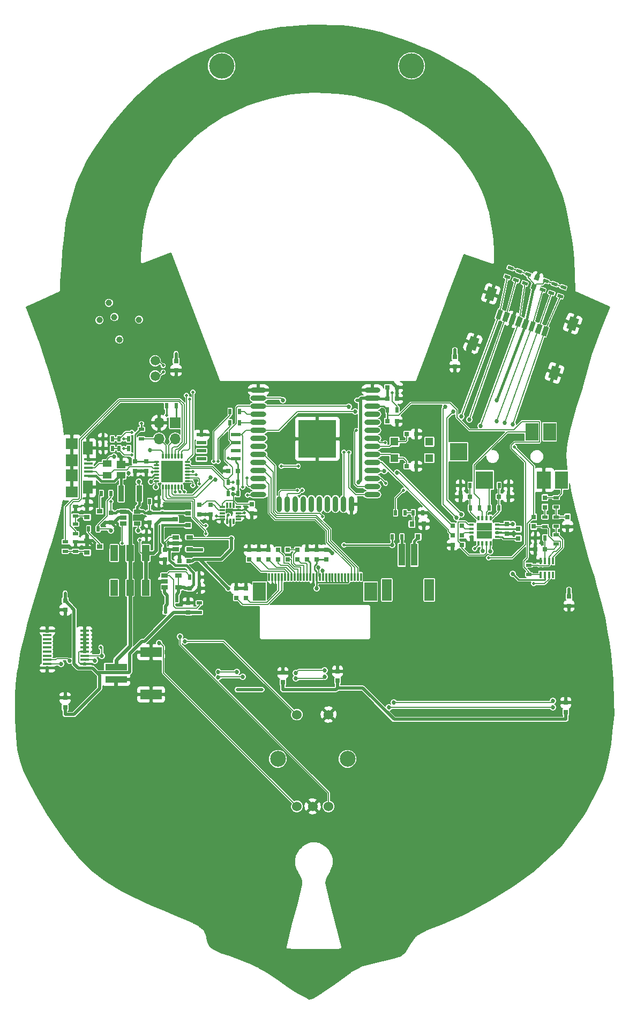
<source format=gbr>
G04 #@! TF.FileFunction,Copper,L2,Bot,Signal*
%FSLAX46Y46*%
G04 Gerber Fmt 4.6, Leading zero omitted, Abs format (unit mm)*
G04 Created by KiCad (PCBNEW 4.0.6) date 04/26/17 00:01:20*
%MOMM*%
%LPD*%
G01*
G04 APERTURE LIST*
%ADD10C,0.100000*%
%ADD11C,0.508000*%
%ADD12R,1.700000X1.700000*%
%ADD13O,1.700000X1.700000*%
%ADD14R,0.500000X0.900000*%
%ADD15R,1.900000X1.900000*%
%ADD16R,1.350000X0.400000*%
%ADD17R,1.600000X2.100000*%
%ADD18R,1.900000X1.800000*%
%ADD19O,2.500000X0.900000*%
%ADD20O,0.900000X2.500000*%
%ADD21R,6.000000X6.000000*%
%ADD22R,0.750000X0.800000*%
%ADD23R,0.800000X0.750000*%
%ADD24R,0.450000X0.600000*%
%ADD25R,0.600000X0.450000*%
%ADD26R,3.500000X1.000000*%
%ADD27R,3.400000X1.500000*%
%ADD28R,0.900000X0.800000*%
%ADD29R,0.800000X0.900000*%
%ADD30R,0.900000X0.500000*%
%ADD31R,1.200000X2.500000*%
%ADD32R,1.060000X0.650000*%
%ADD33O,0.850000X0.300000*%
%ADD34O,0.300000X0.850000*%
%ADD35R,1.675000X1.675000*%
%ADD36R,1.550000X0.600000*%
%ADD37R,2.000000X3.000000*%
%ADD38R,0.300000X1.250000*%
%ADD39R,1.399540X1.198880*%
%ADD40R,1.399540X1.000760*%
%ADD41R,0.900000X2.500000*%
%ADD42C,2.500000*%
%ADD43C,1.524000*%
%ADD44R,1.450000X0.450000*%
%ADD45R,1.300000X1.300000*%
%ADD46R,0.800000X0.350000*%
%ADD47R,0.350000X0.800000*%
%ADD48R,1.250000X1.250000*%
%ADD49C,4.000000*%
%ADD50R,0.400000X1.060000*%
%ADD51R,2.800000X2.800000*%
%ADD52R,2.000000X2.800000*%
%ADD53R,2.200000X2.800000*%
%ADD54C,1.000000*%
%ADD55R,1.000000X3.500000*%
%ADD56R,1.500000X3.400000*%
%ADD57R,0.305000X0.813000*%
%ADD58R,0.813000X0.305000*%
%ADD59C,1.500000*%
%ADD60C,0.685800*%
%ADD61C,0.254000*%
%ADD62C,0.508000*%
%ADD63C,0.406400*%
%ADD64C,0.152400*%
%ADD65C,0.203200*%
%ADD66C,0.457200*%
%ADD67C,0.609600*%
G04 APERTURE END LIST*
D10*
D11*
X170434000Y-111125000D03*
X167005000Y-107315000D03*
X163195000Y-105029000D03*
X133604000Y-94742000D03*
X134493000Y-93853000D03*
X135382000Y-92964000D03*
X136144000Y-92202000D03*
X108204000Y-83312000D03*
X98933000Y-84201000D03*
X98171000Y-84963000D03*
X97282000Y-85852000D03*
X99695000Y-129159000D03*
X98552000Y-130556000D03*
X118364000Y-88900000D03*
X168402000Y-104013000D03*
X132461000Y-111252000D03*
D12*
X110744000Y-85852000D03*
D13*
X110744000Y-88392000D03*
X108204000Y-85852000D03*
X108204000Y-88392000D03*
D11*
X168402000Y-61722000D03*
X110744000Y-102870000D03*
X109728000Y-104902000D03*
X112903000Y-98806000D03*
X116332000Y-89662000D03*
X119634000Y-106934000D03*
X120650000Y-106934000D03*
X120650000Y-105918000D03*
X125984000Y-87630000D03*
X125984000Y-88646000D03*
X125476000Y-102870000D03*
X127000000Y-104394000D03*
X125476000Y-104394000D03*
X127254000Y-87630000D03*
X127254000Y-88646000D03*
X107569000Y-110998000D03*
X107696000Y-107442000D03*
X102108000Y-120142000D03*
X105918000Y-117094000D03*
X98044000Y-101092000D03*
X98044000Y-98806000D03*
X103632000Y-97028000D03*
X164719000Y-67818000D03*
X99314000Y-87249000D03*
X113284000Y-96774000D03*
X112522000Y-95758000D03*
X114808000Y-86360000D03*
X138430000Y-86106000D03*
X134874000Y-81534000D03*
X136144000Y-81534000D03*
X137414000Y-81534000D03*
X138684000Y-81534000D03*
X153162000Y-105156000D03*
X157480000Y-104902000D03*
X97282000Y-131826000D03*
X96139000Y-102616000D03*
X98552000Y-89916000D03*
X99822000Y-95758000D03*
X154432000Y-97536000D03*
X154432000Y-95758000D03*
X104902000Y-100838000D03*
X104902000Y-103632000D03*
X108966000Y-98806000D03*
X116332000Y-101473000D03*
X112776000Y-75946000D03*
X105283000Y-93472000D03*
X175514000Y-120904000D03*
X153924000Y-81026000D03*
X164084000Y-91186000D03*
X137414000Y-84836000D03*
X148336000Y-90170000D03*
X167132000Y-126238000D03*
X163830000Y-122682000D03*
D14*
X160384772Y-99312274D03*
X161884772Y-99312274D03*
D15*
X94383011Y-91741175D03*
X94383011Y-94141175D03*
D16*
X97058551Y-94242075D03*
X97058551Y-93592075D03*
X97058551Y-92942075D03*
X97058551Y-92292075D03*
X97058551Y-91642075D03*
D17*
X96933551Y-96042075D03*
X96933011Y-89842075D03*
D18*
X94383011Y-96741175D03*
X94383011Y-89141175D03*
D19*
X123888000Y-80692000D03*
X123888000Y-81962000D03*
X123888000Y-83232000D03*
X123888000Y-84502000D03*
X123888000Y-85772000D03*
X123888000Y-87042000D03*
X123888000Y-88312000D03*
X123888000Y-89582000D03*
X123888000Y-90852000D03*
X123888000Y-92122000D03*
X123888000Y-93392000D03*
X123888000Y-94662000D03*
X123888000Y-95932000D03*
X123888000Y-97202000D03*
D20*
X127173000Y-98692000D03*
X128443000Y-98692000D03*
X129713000Y-98692000D03*
X130983000Y-98692000D03*
X132253000Y-98692000D03*
X133523000Y-98692000D03*
X134793000Y-98692000D03*
X136063000Y-98692000D03*
X137333000Y-98692000D03*
X138603000Y-98692000D03*
D19*
X141888000Y-97202000D03*
X141888000Y-95932000D03*
X141888000Y-94662000D03*
X141888000Y-93392000D03*
X141888000Y-92122000D03*
X141888000Y-90852000D03*
X141888000Y-89582000D03*
X141888000Y-88312000D03*
X141888000Y-87042000D03*
X141888000Y-85772000D03*
X141888000Y-84502000D03*
X141888000Y-83232000D03*
X141888000Y-81962000D03*
X141888000Y-80692000D03*
D21*
X133188000Y-88392000D03*
D22*
X104394000Y-91948000D03*
X104394000Y-93448000D03*
X106172000Y-91960000D03*
X106172000Y-93460000D03*
X106680000Y-100088000D03*
X106680000Y-101588000D03*
X100584000Y-100088000D03*
X100584000Y-101588000D03*
D23*
X113042000Y-112014000D03*
X114542000Y-112014000D03*
X120650000Y-93472001D03*
X119150000Y-93472001D03*
X144296000Y-82042000D03*
X145796000Y-82042000D03*
X144284000Y-80264000D03*
X145784000Y-80264000D03*
X147344000Y-87630000D03*
X148844000Y-87630000D03*
X147332000Y-92710000D03*
X148832000Y-92710000D03*
X144272000Y-85598000D03*
X145772000Y-85598000D03*
D10*
G36*
X167599062Y-64835904D02*
X166894292Y-64579388D01*
X167167908Y-63827634D01*
X167872678Y-64084150D01*
X167599062Y-64835904D01*
X167599062Y-64835904D01*
G37*
G36*
X168112092Y-63426366D02*
X167407322Y-63169850D01*
X167680938Y-62418096D01*
X168385708Y-62674612D01*
X168112092Y-63426366D01*
X168112092Y-63426366D01*
G37*
D22*
X109085383Y-105913491D03*
X109085383Y-107413491D03*
X112776000Y-115812000D03*
X112776000Y-114312000D03*
D23*
X112883386Y-107679494D03*
X111383386Y-107679494D03*
D22*
X134620000Y-107442000D03*
X134620000Y-105942000D03*
X133096000Y-107430000D03*
X133096000Y-105930000D03*
X131572000Y-107430000D03*
X131572000Y-105930000D03*
X128524000Y-107442000D03*
X128524000Y-105942000D03*
X127000000Y-107442000D03*
X127000000Y-105942000D03*
X123952000Y-107442000D03*
X123952000Y-105942000D03*
X120396000Y-113526000D03*
X120396000Y-112026000D03*
X125476000Y-107430000D03*
X125476000Y-105930000D03*
X122428000Y-107442000D03*
X122428000Y-105942000D03*
X121920000Y-113526000D03*
X121920000Y-112026000D03*
X93345000Y-113931000D03*
X93345000Y-115431000D03*
X93345000Y-130810000D03*
X93345000Y-129310000D03*
X127762000Y-126849000D03*
X127762000Y-125349000D03*
X136398000Y-126607000D03*
X136398000Y-125107000D03*
X172466000Y-131560000D03*
X172466000Y-130060000D03*
X172974000Y-113296000D03*
X172974000Y-114796000D03*
D10*
G36*
X156747162Y-73978400D02*
X157431202Y-72099015D01*
X158793756Y-72594944D01*
X158109716Y-74474329D01*
X156747162Y-73978400D01*
X156747162Y-73978400D01*
G37*
G36*
X159585929Y-66178951D02*
X160269969Y-64299566D01*
X161632523Y-64795495D01*
X160948483Y-66674880D01*
X159585929Y-66178951D01*
X159585929Y-66178951D01*
G37*
G36*
X169667936Y-78681177D02*
X170351976Y-76801792D01*
X171714530Y-77297721D01*
X171030490Y-79177106D01*
X169667936Y-78681177D01*
X169667936Y-78681177D01*
G37*
G36*
X172506703Y-70881728D02*
X173190743Y-69002343D01*
X174553297Y-69498272D01*
X173869257Y-71377657D01*
X172506703Y-70881728D01*
X172506703Y-70881728D01*
G37*
G36*
X161324051Y-69312393D02*
X161837081Y-67902854D01*
X162588835Y-68176471D01*
X162075805Y-69586010D01*
X161324051Y-69312393D01*
X161324051Y-69312393D01*
G37*
G36*
X162357712Y-69688615D02*
X162870742Y-68279076D01*
X163622496Y-68552693D01*
X163109466Y-69962232D01*
X162357712Y-69688615D01*
X162357712Y-69688615D01*
G37*
G36*
X163391374Y-70064837D02*
X163904404Y-68655298D01*
X164656158Y-68928915D01*
X164143128Y-70338454D01*
X163391374Y-70064837D01*
X163391374Y-70064837D01*
G37*
G36*
X164425036Y-70441059D02*
X164938066Y-69031520D01*
X165689820Y-69305137D01*
X165176790Y-70714676D01*
X164425036Y-70441059D01*
X164425036Y-70441059D01*
G37*
G36*
X165458698Y-70817281D02*
X165971728Y-69407742D01*
X166723482Y-69681359D01*
X166210452Y-71090898D01*
X165458698Y-70817281D01*
X165458698Y-70817281D01*
G37*
G36*
X166492360Y-71193504D02*
X167005390Y-69783965D01*
X167757144Y-70057582D01*
X167244114Y-71467121D01*
X166492360Y-71193504D01*
X166492360Y-71193504D01*
G37*
G36*
X167526022Y-71569726D02*
X168039052Y-70160187D01*
X168790806Y-70433804D01*
X168277776Y-71843343D01*
X167526022Y-71569726D01*
X167526022Y-71569726D01*
G37*
G36*
X168559684Y-71945948D02*
X169072714Y-70536409D01*
X169824468Y-70810026D01*
X169311438Y-72219565D01*
X168559684Y-71945948D01*
X168559684Y-71945948D01*
G37*
D24*
X108712000Y-102142000D03*
X108712000Y-100042000D03*
D25*
X111286000Y-115824000D03*
X109186000Y-115824000D03*
D26*
X101384000Y-126428000D03*
X101384000Y-124428000D03*
D27*
X106934000Y-128778000D03*
X106934000Y-122078000D03*
D28*
X112760000Y-100142000D03*
X112760000Y-102042000D03*
X110760000Y-101092000D03*
D29*
X148148000Y-101870000D03*
X150048000Y-101870000D03*
X149098000Y-103870000D03*
D30*
X105410000Y-88380000D03*
X105410000Y-86880000D03*
D14*
X120638000Y-97028000D03*
X119138000Y-97028000D03*
X120638000Y-95250000D03*
X119138000Y-95250000D03*
X106692000Y-98298000D03*
X108192000Y-98298000D03*
X107684000Y-103632000D03*
X106184000Y-103632000D03*
X144296000Y-83820000D03*
X145796000Y-83820000D03*
D30*
X114554000Y-115812000D03*
X114554000Y-114312000D03*
D14*
X113042000Y-110236000D03*
X114542000Y-110236000D03*
X119392000Y-84074000D03*
X120892000Y-84074000D03*
X119404000Y-85852000D03*
X120904000Y-85852000D03*
X148348000Y-100076000D03*
X149848000Y-100076000D03*
X146558000Y-103886000D03*
X145058000Y-103886000D03*
D31*
X101092000Y-111926000D03*
X103592000Y-111926000D03*
X106092000Y-111926000D03*
X101092000Y-106426000D03*
X103592000Y-106426000D03*
X106092000Y-106426000D03*
D32*
X102532000Y-101788000D03*
X102532000Y-100838000D03*
X102532000Y-99888000D03*
X104732000Y-99888000D03*
X104732000Y-101788000D03*
D33*
X107810000Y-95062000D03*
X107810000Y-94562000D03*
X107810000Y-94062000D03*
X107810000Y-93562000D03*
X107810000Y-93062000D03*
X107810000Y-92562000D03*
X107810000Y-92062000D03*
D34*
X108760000Y-91112000D03*
X109260000Y-91112000D03*
X109760000Y-91112000D03*
X110260000Y-91112000D03*
X110760000Y-91112000D03*
X111260000Y-91112000D03*
X111760000Y-91112000D03*
D33*
X112710000Y-92062000D03*
X112710000Y-92562000D03*
X112710000Y-93062000D03*
X112710000Y-93562000D03*
X112710000Y-94062000D03*
X112710000Y-94562000D03*
X112710000Y-95062000D03*
D34*
X111760000Y-96012000D03*
X111260000Y-96012000D03*
X110760000Y-96012000D03*
X110260000Y-96012000D03*
X109760000Y-96012000D03*
X109260000Y-96012000D03*
X108760000Y-96012000D03*
D35*
X111097500Y-92724500D03*
X111097500Y-94399500D03*
X109422500Y-92724500D03*
X109422500Y-94399500D03*
D36*
X114902000Y-91567002D03*
X114902000Y-90297002D03*
X114902000Y-89027002D03*
X114902000Y-87757002D03*
X120302000Y-87757002D03*
X120302000Y-89027002D03*
X120302000Y-90297002D03*
X120302000Y-91567002D03*
D22*
X130048000Y-107442000D03*
X130048000Y-105942000D03*
D37*
X124042000Y-112522000D03*
X141617000Y-112522000D03*
D38*
X140077000Y-110197000D03*
X139577000Y-110197000D03*
X139082000Y-110197000D03*
X138582000Y-110197000D03*
X138082000Y-110197000D03*
X137582000Y-110197000D03*
X137082000Y-110197000D03*
X136582000Y-110197000D03*
X136082000Y-110197000D03*
X135582000Y-110197000D03*
X135082000Y-110197000D03*
X134582000Y-110197000D03*
X134082000Y-110197000D03*
X133582000Y-110197000D03*
X133082000Y-110197000D03*
X132582000Y-110197000D03*
X132082000Y-110197000D03*
X131582000Y-110197000D03*
X131082000Y-110197000D03*
X130582000Y-110197000D03*
X130082000Y-110197000D03*
X129582000Y-110197000D03*
X129082000Y-110197000D03*
X128582000Y-110197000D03*
X128082000Y-110197000D03*
X127582000Y-110197000D03*
X127082000Y-110197000D03*
X126582000Y-110197000D03*
X126082000Y-110197000D03*
X125582000Y-110197000D03*
D39*
X102191820Y-92448380D03*
D40*
X102191820Y-94167960D03*
X99992180Y-94167960D03*
X99992180Y-92268040D03*
D32*
X109052000Y-111882000D03*
X109052000Y-110932000D03*
X109052000Y-109982000D03*
X111252000Y-109982000D03*
X111252000Y-111882000D03*
X110779383Y-105835486D03*
X110779383Y-104885486D03*
X110779383Y-103935486D03*
X112979383Y-103935486D03*
X112979383Y-105835486D03*
D41*
X102182000Y-97028000D03*
X105082000Y-97028000D03*
D14*
X109498000Y-113792000D03*
X110998000Y-113792000D03*
D30*
X114673384Y-107413492D03*
X114673384Y-105913492D03*
D42*
X137961000Y-138963400D03*
D43*
X129961000Y-131963400D03*
X134961000Y-131963400D03*
X129961000Y-146463400D03*
X132461000Y-146463400D03*
X134961000Y-146463400D03*
D42*
X126961000Y-138963400D03*
D44*
X90522000Y-124591000D03*
X90522000Y-123941000D03*
X90522000Y-123291000D03*
X90522000Y-122641000D03*
X90522000Y-121991000D03*
X90522000Y-121341000D03*
X90522000Y-120691000D03*
X90522000Y-120041000D03*
X90522000Y-119391000D03*
X90522000Y-118741000D03*
X96422000Y-118741000D03*
X96422000Y-119391000D03*
X96422000Y-120041000D03*
X96422000Y-120691000D03*
X96422000Y-121341000D03*
X96422000Y-121991000D03*
X96422000Y-122641000D03*
X96422000Y-123291000D03*
X96422000Y-123941000D03*
X96422000Y-124591000D03*
D45*
X145376000Y-91440000D03*
X145376000Y-88840000D03*
X150876000Y-88840000D03*
X150876000Y-91440000D03*
D22*
X114554000Y-98818000D03*
X114554000Y-100318000D03*
X116332000Y-98830000D03*
X116332000Y-100330000D03*
X122809000Y-100203000D03*
X122809000Y-98703000D03*
D23*
X156054776Y-103630271D03*
X154554776Y-103630271D03*
X156054767Y-102106282D03*
X154554767Y-102106282D03*
D22*
X164956768Y-104126277D03*
X164956768Y-102626277D03*
D23*
X156054767Y-105154269D03*
X154554767Y-105154269D03*
D22*
X163178770Y-103364282D03*
X163178770Y-101864282D03*
D23*
X161908764Y-97534281D03*
X163408764Y-97534281D03*
X157324769Y-97534283D03*
X155824769Y-97534283D03*
D22*
X154940000Y-75462001D03*
X154940000Y-76962001D03*
X110871000Y-76097000D03*
X110871000Y-77597000D03*
D28*
X96806000Y-106360000D03*
X96806000Y-104460000D03*
X98806000Y-105410000D03*
X96806000Y-100772000D03*
X96806000Y-98872000D03*
X98806000Y-99822000D03*
D30*
X94996000Y-106160000D03*
X94996000Y-104660000D03*
D14*
X98552000Y-102616000D03*
X97052000Y-102616000D03*
D30*
X94996000Y-100572000D03*
X94996000Y-99072000D03*
D14*
X100572000Y-97028000D03*
X99072000Y-97028000D03*
X161920763Y-95756281D03*
X163420763Y-95756281D03*
X157324767Y-95756283D03*
X155824767Y-95756283D03*
X158848774Y-99312278D03*
X157348774Y-99312278D03*
D46*
X161590771Y-101934283D03*
X161590771Y-102584283D03*
X161590771Y-103234283D03*
X161590771Y-103884283D03*
D47*
X160565771Y-104909283D03*
X159915771Y-104909283D03*
X159265771Y-104909283D03*
X158615771Y-104909283D03*
D46*
X157590771Y-103884283D03*
X157590771Y-103234283D03*
X157590771Y-102584283D03*
X157590771Y-101934283D03*
D47*
X158615771Y-100909283D03*
X159265771Y-100909283D03*
X159915771Y-100909283D03*
X160565771Y-100909283D03*
D48*
X158965771Y-103534283D03*
X158965771Y-102284283D03*
X160215771Y-103534283D03*
X160215771Y-102284283D03*
D49*
X118080000Y-29490000D03*
X148082000Y-29464000D03*
D22*
X169176730Y-97698210D03*
X169176730Y-99198210D03*
D23*
X167664740Y-105802213D03*
X169164740Y-105802213D03*
D22*
X172732733Y-102246214D03*
X172732733Y-100746214D03*
X167398729Y-100734214D03*
X167398729Y-102234214D03*
D30*
X170954728Y-100734212D03*
X170954728Y-102234212D03*
X170954737Y-105028209D03*
X170954737Y-103528209D03*
X169176734Y-102246207D03*
X169176734Y-100746207D03*
D14*
X167664736Y-104024212D03*
X169164736Y-104024212D03*
D30*
X170954736Y-97686209D03*
X170954736Y-99186209D03*
X166636731Y-109842208D03*
X166636731Y-108342208D03*
D50*
X168486732Y-107666213D03*
X169136732Y-107666213D03*
X169796732Y-107666213D03*
X170446732Y-107666213D03*
X170446732Y-109866213D03*
X169796732Y-109866213D03*
X169136732Y-109866213D03*
X168486732Y-109866213D03*
D51*
X155494000Y-90436000D03*
D52*
X167094000Y-87286000D03*
X169894000Y-87286000D03*
D51*
X159594000Y-94886000D03*
D53*
X168994000Y-94886000D03*
D52*
X171794000Y-94886000D03*
D11*
X161798000Y-119380000D03*
D54*
X101124924Y-69149164D03*
X98764924Y-69629164D03*
X100264924Y-66899164D03*
X105014924Y-69559164D03*
X101904924Y-72709164D03*
D55*
X146526000Y-106718000D03*
X148526000Y-106718000D03*
D56*
X144176000Y-112268000D03*
X150876000Y-112268000D03*
D14*
X100838000Y-89916000D03*
X99338000Y-89916000D03*
X103378000Y-89916000D03*
X101878000Y-89916000D03*
X100814000Y-88392000D03*
X99314000Y-88392000D03*
X103354000Y-88392000D03*
X101854000Y-88392000D03*
D11*
X113538000Y-95758000D03*
D57*
X119438000Y-101409000D03*
X119938000Y-101409000D03*
X118938000Y-101409000D03*
X118938000Y-98859000D03*
X119938000Y-98859000D03*
X119438000Y-98859000D03*
D58*
X118163000Y-100134000D03*
X118163000Y-99634000D03*
X118163000Y-99134000D03*
X118163000Y-100634000D03*
X118163000Y-101134000D03*
X120713000Y-101134000D03*
X120713000Y-100634000D03*
X120713000Y-99134000D03*
X120713000Y-99634000D03*
X120713000Y-100134000D03*
D14*
X109371000Y-83185000D03*
X110871000Y-83185000D03*
D10*
G36*
X171750158Y-64057399D02*
X172595882Y-64365217D01*
X172424872Y-64835063D01*
X171579148Y-64527245D01*
X171750158Y-64057399D01*
X171750158Y-64057399D01*
G37*
G36*
X171237128Y-65466937D02*
X172082852Y-65774755D01*
X171911842Y-66244601D01*
X171066118Y-65936783D01*
X171237128Y-65466937D01*
X171237128Y-65466937D01*
G37*
G36*
X170353158Y-63549399D02*
X171198882Y-63857217D01*
X171027872Y-64327063D01*
X170182148Y-64019245D01*
X170353158Y-63549399D01*
X170353158Y-63549399D01*
G37*
G36*
X169840128Y-64958937D02*
X170685852Y-65266755D01*
X170514842Y-65736601D01*
X169669118Y-65428783D01*
X169840128Y-64958937D01*
X169840128Y-64958937D01*
G37*
G36*
X168956158Y-63041399D02*
X169801882Y-63349217D01*
X169630872Y-63819063D01*
X168785148Y-63511245D01*
X168956158Y-63041399D01*
X168956158Y-63041399D01*
G37*
G36*
X168443128Y-64450937D02*
X169288852Y-64758755D01*
X169117842Y-65228601D01*
X168272118Y-64920783D01*
X168443128Y-64450937D01*
X168443128Y-64450937D01*
G37*
G36*
X166162158Y-62025399D02*
X167007882Y-62333217D01*
X166836872Y-62803063D01*
X165991148Y-62495245D01*
X166162158Y-62025399D01*
X166162158Y-62025399D01*
G37*
G36*
X165649128Y-63434937D02*
X166494852Y-63742755D01*
X166323842Y-64212601D01*
X165478118Y-63904783D01*
X165649128Y-63434937D01*
X165649128Y-63434937D01*
G37*
G36*
X164765158Y-61517399D02*
X165610882Y-61825217D01*
X165439872Y-62295063D01*
X164594148Y-61987245D01*
X164765158Y-61517399D01*
X164765158Y-61517399D01*
G37*
G36*
X164252128Y-62926937D02*
X165097852Y-63234755D01*
X164926842Y-63704601D01*
X164081118Y-63396783D01*
X164252128Y-62926937D01*
X164252128Y-62926937D01*
G37*
G36*
X163368158Y-61009399D02*
X164213882Y-61317217D01*
X164042872Y-61787063D01*
X163197148Y-61479245D01*
X163368158Y-61009399D01*
X163368158Y-61009399D01*
G37*
G36*
X162855128Y-62418937D02*
X163700852Y-62726755D01*
X163529842Y-63196601D01*
X162684118Y-62888783D01*
X162855128Y-62418937D01*
X162855128Y-62418937D01*
G37*
D59*
X107569000Y-78486000D03*
X107569000Y-76073000D03*
D30*
X93345000Y-104660000D03*
X93345000Y-106160000D03*
X94996000Y-103366000D03*
X94996000Y-101866000D03*
D14*
X147054000Y-100076000D03*
X145554000Y-100076000D03*
D11*
X125603000Y-126746000D03*
X135509000Y-128778000D03*
X138557000Y-127101600D03*
X175133000Y-114046000D03*
X110871000Y-78740000D03*
X154940000Y-78105000D03*
X172974000Y-115951000D03*
X172466000Y-128905000D03*
X136398000Y-123952000D03*
X127762000Y-124206000D03*
X93345000Y-128143000D03*
X93345000Y-116586000D03*
X108686600Y-114046000D03*
D60*
X112001300Y-112714230D03*
X128270000Y-112776000D03*
X125730000Y-112776000D03*
X135521700Y-106426000D03*
X156972000Y-75438000D03*
D11*
X107071415Y-93613111D03*
D60*
X101092000Y-91186000D03*
X103386892Y-93847921D03*
X133350000Y-108712000D03*
X127762000Y-82296000D03*
D11*
X119888000Y-95250000D03*
X117221000Y-100584000D03*
D60*
X160528000Y-106172000D03*
X155194000Y-100838000D03*
X153416000Y-83312000D03*
X138176000Y-83312000D03*
D11*
X119100600Y-100457000D03*
D60*
X159314495Y-106115505D03*
X119888000Y-96266000D03*
D11*
X121412000Y-96012000D03*
D60*
X155956000Y-100330000D03*
X154686000Y-84074000D03*
X139192000Y-84074000D03*
D11*
X133985000Y-100711000D03*
D60*
X134042387Y-109186004D03*
D11*
X122047000Y-94615000D03*
X127508000Y-92710000D03*
X130175000Y-92710000D03*
D60*
X155956000Y-84836000D03*
D11*
X130055641Y-96544308D03*
D60*
X157226000Y-85344000D03*
D11*
X139382008Y-87058008D03*
D60*
X159004000Y-86360000D03*
D11*
X130810000Y-96520000D03*
D60*
X161544000Y-85598000D03*
D11*
X137374071Y-90511071D03*
D60*
X162814000Y-85852000D03*
D11*
X138176000Y-90551000D03*
D60*
X164084000Y-86106000D03*
D11*
X143979899Y-95431017D03*
D60*
X143764000Y-93472000D03*
X145796000Y-93726000D03*
D11*
X137414001Y-105156000D03*
X109347000Y-84709253D03*
X105410000Y-85979000D03*
X139446000Y-82296000D03*
D60*
X139700000Y-95250000D03*
X164084000Y-101854000D03*
X161544000Y-82296000D03*
X119888000Y-97104203D03*
X119634000Y-104140000D03*
X133096000Y-112014000D03*
X119126000Y-112014000D03*
X145034000Y-105156000D03*
X164084000Y-109728000D03*
D11*
X119126000Y-91440000D03*
D60*
X104990870Y-95180101D03*
X106768900Y-90170000D03*
D11*
X102616000Y-89916000D03*
X100585450Y-98299450D03*
X124460000Y-128016000D03*
X120523000Y-128016000D03*
X110871000Y-74930000D03*
X154940000Y-74295000D03*
X172974000Y-112141000D03*
X172466000Y-132715000D03*
X136398000Y-127762000D03*
X127762000Y-128016000D03*
X93345000Y-131953000D03*
X93345000Y-112776000D03*
X112522000Y-81534000D03*
X146812000Y-96520000D03*
X113538000Y-81026000D03*
X145034000Y-81153019D03*
D60*
X116306842Y-94476116D03*
D11*
X116840000Y-91948000D03*
X117500403Y-91948000D03*
D60*
X117064737Y-94834136D03*
D11*
X102362000Y-104876600D03*
X113538000Y-93544600D03*
X121666000Y-100076000D03*
D60*
X106896477Y-95155281D03*
X92710000Y-123952000D03*
X94021073Y-123485073D03*
X117538500Y-125222000D03*
X120471501Y-125222000D03*
X117538500Y-126060203D03*
X121412000Y-125984000D03*
X129794000Y-125399797D03*
X134366000Y-124968000D03*
X129794000Y-126238000D03*
X134366000Y-125984000D03*
X145288000Y-130048000D03*
X170434000Y-129794000D03*
X170434000Y-130810000D03*
X144526000Y-130810000D03*
D11*
X108839000Y-77851000D03*
X108839000Y-76835000D03*
X114562264Y-95478600D03*
D60*
X98044000Y-123444000D03*
D11*
X98984284Y-121336283D03*
X112165578Y-96766422D03*
D60*
X99127962Y-122683343D03*
D11*
X115595400Y-103378000D03*
D60*
X111506000Y-119634000D03*
X108204000Y-120650000D03*
X107696000Y-96012000D03*
D11*
X115570000Y-102108000D03*
D60*
X112268000Y-120396000D03*
D11*
X143891000Y-89027000D03*
X164338000Y-89662000D03*
X113004600Y-82124681D03*
X167386000Y-111252000D03*
X102616000Y-88392000D03*
X105156000Y-104394000D03*
X111506000Y-96799400D03*
X103860600Y-90932000D03*
X110744000Y-96774000D03*
X103886000Y-87376000D03*
X114046000Y-94079400D03*
X122168546Y-97282000D03*
D60*
X100584000Y-102870000D03*
X104902000Y-102870000D03*
D11*
X160274000Y-107188000D03*
X158051224Y-105734882D03*
D61*
X122809000Y-100203000D02*
X122582434Y-100203000D01*
X121922033Y-99542599D02*
X121894599Y-99542599D01*
X122582434Y-100203000D02*
X121922033Y-99542599D01*
X120713000Y-99634000D02*
X121318566Y-99634000D01*
X121409967Y-99542599D02*
X121894599Y-99542599D01*
X121318566Y-99634000D02*
X121409967Y-99542599D01*
X161590771Y-103234283D02*
X163048771Y-103234283D01*
X163048771Y-103234283D02*
X163178770Y-103364282D01*
D62*
X145784000Y-80264000D02*
X145784000Y-80257478D01*
X145784000Y-80257478D02*
X145009121Y-79482599D01*
X145009121Y-79482599D02*
X142139401Y-79482599D01*
X142139401Y-79482599D02*
X141888000Y-79734000D01*
X145784000Y-80264000D02*
X145784000Y-82030000D01*
X145784000Y-82030000D02*
X145796000Y-82042000D01*
X145784000Y-80264000D02*
X145784000Y-80257935D01*
X141888000Y-79734000D02*
X141888000Y-80692000D01*
X110871000Y-78740000D02*
X110871000Y-77597000D01*
X154940000Y-78105000D02*
X154940000Y-76962001D01*
X172974000Y-115951000D02*
X172974000Y-114796000D01*
X172466000Y-130060000D02*
X172466000Y-128905000D01*
X136398000Y-123952000D02*
X136398000Y-125107000D01*
X127762000Y-124206000D02*
X127762000Y-125349000D01*
X93345000Y-129310000D02*
X93345000Y-128143000D01*
X93345000Y-115431000D02*
X93345000Y-116586000D01*
D63*
X108686600Y-114046000D02*
X108166399Y-113525799D01*
X108166399Y-113525799D02*
X108166399Y-111272519D01*
X108166399Y-111272519D02*
X108506918Y-110932000D01*
X108506918Y-110932000D02*
X109052000Y-110932000D01*
D62*
X114542000Y-112014000D02*
X114517000Y-112014000D01*
X114517000Y-112014000D02*
X113634000Y-112897000D01*
X113634000Y-112897000D02*
X112184070Y-112897000D01*
X112184070Y-112897000D02*
X112001300Y-112714230D01*
D61*
X106172000Y-94488000D02*
X106172000Y-93460000D01*
X106985960Y-94488000D02*
X106172000Y-94488000D01*
X107810000Y-94062000D02*
X107411960Y-94062000D01*
X107411960Y-94062000D02*
X106985960Y-94488000D01*
D63*
X101365400Y-103122382D02*
X101365400Y-102369400D01*
X100136399Y-104351383D02*
X101365400Y-103122382D01*
X101365400Y-102369400D02*
X100584000Y-101588000D01*
D64*
X96422000Y-121991000D02*
X96422000Y-121341000D01*
X96422000Y-123941000D02*
X95710518Y-123941000D01*
X95710518Y-123941000D02*
X95468399Y-123698881D01*
X95468399Y-123698881D02*
X95468399Y-122067201D01*
X95468399Y-122067201D02*
X95544600Y-121991000D01*
X95544600Y-121991000D02*
X96422000Y-121991000D01*
D65*
X126492000Y-111506000D02*
X126492000Y-112014000D01*
X126492000Y-112014000D02*
X125730000Y-112776000D01*
X126492000Y-111506000D02*
X126082000Y-111096000D01*
X126082000Y-111096000D02*
X126082000Y-110197000D01*
X126582000Y-111416000D02*
X126492000Y-111506000D01*
X126582000Y-110197000D02*
X126582000Y-111416000D01*
D62*
X134620000Y-105942000D02*
X135037700Y-105942000D01*
X135037700Y-105942000D02*
X135521700Y-106426000D01*
X163165358Y-103350870D02*
X163178770Y-103364282D01*
X101854000Y-100838000D02*
X101104000Y-101588000D01*
X101104000Y-101588000D02*
X100584000Y-101588000D01*
X102532000Y-100838000D02*
X101854000Y-100838000D01*
X156972000Y-75438000D02*
X156972000Y-74085131D01*
X156972000Y-74085131D02*
X157770459Y-73286672D01*
D64*
X116332000Y-100305000D02*
X116332000Y-100330000D01*
D63*
X100136399Y-105569683D02*
X100136399Y-104351383D01*
X98071519Y-106165601D02*
X99540481Y-106165601D01*
X97662400Y-105756482D02*
X98071519Y-106165601D01*
X99540481Y-106165601D02*
X100136399Y-105569683D01*
X97662400Y-105266400D02*
X97662400Y-105756482D01*
D61*
X96806000Y-98872000D02*
X95946000Y-98872000D01*
D63*
X96806000Y-104460000D02*
X96856000Y-104460000D01*
X96856000Y-104460000D02*
X97662400Y-105266400D01*
X96606000Y-104660000D02*
X96806000Y-104460000D01*
D61*
X95946000Y-98872000D02*
X95746000Y-99072000D01*
D63*
X94996000Y-104660000D02*
X96606000Y-104660000D01*
D61*
X95746000Y-99072000D02*
X94996000Y-99072000D01*
D63*
X102182000Y-96774000D02*
X102182000Y-94177780D01*
X102182000Y-94177780D02*
X102191820Y-94167960D01*
X98195330Y-94234000D02*
X99036070Y-95074740D01*
X99036070Y-95074740D02*
X101085650Y-95074740D01*
X101992430Y-94167960D02*
X102191820Y-94167960D01*
X101085650Y-95074740D02*
X101992430Y-94167960D01*
X97058551Y-94242075D02*
X98139951Y-94242075D01*
X98139951Y-94242075D02*
X98148026Y-94234000D01*
X98148026Y-94234000D02*
X98195330Y-94234000D01*
D64*
X98164075Y-93592075D02*
X98739960Y-94167960D01*
X97058551Y-93592075D02*
X98164075Y-93592075D01*
X107810000Y-93062000D02*
X107232600Y-93062000D01*
X103074471Y-93276421D02*
X101083109Y-93276421D01*
X107232600Y-93062000D02*
X106989999Y-92819399D01*
X106989999Y-92819399D02*
X103531493Y-92819399D01*
X103531493Y-92819399D02*
X103074471Y-93276421D01*
X101083109Y-93276421D02*
X100191570Y-94167960D01*
X100191570Y-94167960D02*
X99992180Y-94167960D01*
X98739960Y-94167960D02*
X99992180Y-94167960D01*
X98065925Y-92942075D02*
X98739960Y-92268040D01*
X100076000Y-92184220D02*
X99992180Y-92268040D01*
X107810000Y-93562000D02*
X107122526Y-93562000D01*
X107122526Y-93562000D02*
X107071415Y-93613111D01*
X99992180Y-92268040D02*
X99992180Y-91615260D01*
X100421440Y-91186000D02*
X101092000Y-91186000D01*
X99992180Y-91615260D02*
X100421440Y-91186000D01*
X103386892Y-94147374D02*
X103386892Y-93847921D01*
X98739960Y-92268040D02*
X99992180Y-92268040D01*
X97058551Y-92942075D02*
X98065925Y-92942075D01*
X133460601Y-110075601D02*
X133582000Y-110197000D01*
X133350000Y-108712000D02*
X133460601Y-108822601D01*
X133460601Y-108822601D02*
X133460601Y-110075601D01*
X123888000Y-81962000D02*
X127428000Y-81962000D01*
X127428000Y-81962000D02*
X127762000Y-82296000D01*
X113215625Y-92757190D02*
X116635507Y-92757191D01*
X116635507Y-92757191D02*
X118525916Y-94647600D01*
X118525916Y-94647600D02*
X119138000Y-94647600D01*
X112710000Y-92562000D02*
X113020435Y-92562000D01*
X113020435Y-92562000D02*
X113215625Y-92757190D01*
X119888000Y-95250000D02*
X119138000Y-95250000D01*
X118163000Y-100634000D02*
X117271000Y-100634000D01*
X117271000Y-100634000D02*
X117221000Y-100584000D01*
X119138000Y-94647600D02*
X119138000Y-95250000D01*
X119778601Y-94006999D02*
X119138000Y-94647600D01*
X118643398Y-91778917D02*
X119778601Y-92914120D01*
X118643398Y-90210604D02*
X118643398Y-91778917D01*
X119827000Y-89027002D02*
X118643398Y-90210604D01*
X119778601Y-92914120D02*
X119778601Y-94006999D01*
D65*
X160528000Y-106172000D02*
X160528000Y-104947054D01*
X160528000Y-104947054D02*
X160565771Y-104909283D01*
X153416000Y-83312000D02*
X153073101Y-83654899D01*
X153073101Y-98717101D02*
X155194000Y-100838000D01*
X153073101Y-83654899D02*
X153073101Y-98717101D01*
X123888000Y-83232000D02*
X138096000Y-83232000D01*
X138096000Y-83232000D02*
X138176000Y-83312000D01*
D64*
X119138000Y-95050000D02*
X119138000Y-95250000D01*
X120302000Y-89027002D02*
X119827000Y-89027002D01*
X119827000Y-89027002D02*
X119298399Y-88498401D01*
X119298399Y-88498401D02*
X119298399Y-87069083D01*
X119298399Y-87069083D02*
X120413399Y-85954083D01*
X120413399Y-85954083D02*
X120413399Y-83441119D01*
X120413399Y-83441119D02*
X120622518Y-83232000D01*
X120622518Y-83232000D02*
X122485600Y-83232000D01*
X122485600Y-83232000D02*
X123888000Y-83232000D01*
X121666000Y-84074000D02*
X122094000Y-84502000D01*
X122094000Y-84502000D02*
X123888000Y-84502000D01*
X120892000Y-84074000D02*
X121666000Y-84074000D01*
X120904000Y-85852000D02*
X123808000Y-85852000D01*
X123808000Y-85852000D02*
X123888000Y-85772000D01*
X120984000Y-85772000D02*
X120904000Y-85852000D01*
X112710000Y-93062000D02*
X116509250Y-93062000D01*
X116509250Y-93062000D02*
X118468762Y-95021512D01*
X118468762Y-95021512D02*
X118468762Y-95850762D01*
X118468762Y-95850762D02*
X119138000Y-96520000D01*
X119138000Y-96425600D02*
X119138000Y-96520000D01*
X119138000Y-96520000D02*
X119138000Y-97028000D01*
X119100600Y-100457000D02*
X118938000Y-100619600D01*
X118938000Y-100619600D02*
X118938000Y-101409000D01*
D65*
X159265771Y-106066781D02*
X159314495Y-106115505D01*
X159265771Y-104909283D02*
X159265771Y-106066781D01*
D64*
X119888000Y-96266000D02*
X119297600Y-96266000D01*
X119297600Y-96266000D02*
X119138000Y-96425600D01*
X121229400Y-87757002D02*
X121412000Y-87939602D01*
X121412000Y-87939602D02*
X121412000Y-96012000D01*
D65*
X154686000Y-84074000D02*
X153670000Y-85090000D01*
X153670000Y-85090000D02*
X153670000Y-98044000D01*
X153670000Y-98044000D02*
X155956000Y-100330000D01*
X127080000Y-87042000D02*
X130048000Y-84074000D01*
X130048000Y-84074000D02*
X139192000Y-84074000D01*
X123888000Y-87042000D02*
X127080000Y-87042000D01*
D64*
X119188000Y-97078000D02*
X119138000Y-97028000D01*
X120302000Y-87757002D02*
X120777000Y-87757002D01*
X120302000Y-87757002D02*
X121229400Y-87757002D01*
X121229400Y-87757002D02*
X121944402Y-87042000D01*
X121944402Y-87042000D02*
X123888000Y-87042000D01*
X133571610Y-100170610D02*
X133985000Y-100584000D01*
X133985000Y-100584000D02*
X133985000Y-100711000D01*
X126494390Y-99773089D02*
X126891911Y-100170610D01*
X126891911Y-100170610D02*
X133571610Y-100170610D01*
X134082000Y-109225617D02*
X134042387Y-109186004D01*
X134082000Y-110197000D02*
X134082000Y-109225617D01*
X126494390Y-97610911D02*
X126494390Y-97790000D01*
X126494390Y-97790000D02*
X126494390Y-99773089D01*
X123888000Y-90852000D02*
X124688000Y-90852000D01*
X124688000Y-90852000D02*
X126494390Y-92658390D01*
X126494390Y-92658390D02*
X126494390Y-97790000D01*
X126765655Y-100475420D02*
X133035170Y-100475420D01*
X133035170Y-100475420D02*
X135255745Y-102695995D01*
X135255745Y-102695995D02*
X135255745Y-104444811D01*
X126189579Y-99899345D02*
X126765655Y-100475420D01*
X123888000Y-92122000D02*
X124688000Y-92122000D01*
X139577000Y-108766066D02*
X139577000Y-109419600D01*
X139577000Y-109419600D02*
X139577000Y-110197000D01*
X126189579Y-93623579D02*
X126189579Y-99899345D01*
X124688000Y-92122000D02*
X126189579Y-93623579D01*
X135255745Y-104444811D02*
X139577000Y-108766066D01*
X123888000Y-93392000D02*
X124688000Y-93392000D01*
X124688000Y-93392000D02*
X125884768Y-94588768D01*
X134950935Y-104571067D02*
X139082000Y-108702132D01*
X125884768Y-94588768D02*
X125884768Y-100025601D01*
X125884768Y-100025601D02*
X126697167Y-100838000D01*
X126697167Y-100838000D02*
X132966684Y-100838000D01*
X139082000Y-108702132D02*
X139082000Y-109419600D01*
X139082000Y-109419600D02*
X139082000Y-110197000D01*
X132966684Y-100838000D02*
X134950935Y-102822251D01*
X134950935Y-102822251D02*
X134950935Y-104571067D01*
X125579957Y-95553957D02*
X125579957Y-100076000D01*
X125579957Y-100076000D02*
X125579957Y-100151857D01*
X138582000Y-110197000D02*
X138582000Y-108633198D01*
X138582000Y-108633198D02*
X134646125Y-104697323D01*
X126570910Y-101142809D02*
X125579957Y-100151856D01*
X134646125Y-104697323D02*
X134646125Y-102948507D01*
X134646125Y-102948507D02*
X132840428Y-101142810D01*
X132840428Y-101142810D02*
X126570910Y-101142809D01*
X125579957Y-100151856D02*
X125579957Y-100076000D01*
X124688000Y-94662000D02*
X125579957Y-95553957D01*
X123888000Y-94662000D02*
X124688000Y-94662000D01*
X122047000Y-95631000D02*
X122348000Y-95932000D01*
X122348000Y-95932000D02*
X123888000Y-95932000D01*
X122047000Y-94615000D02*
X122047000Y-95631000D01*
X130175000Y-92710000D02*
X127508000Y-92710000D01*
X163192485Y-62807769D02*
X161956443Y-68744432D01*
D65*
X161956443Y-68744432D02*
X155956000Y-84836000D01*
D64*
X164589485Y-63315769D02*
X162990104Y-69120654D01*
X127483692Y-96544308D02*
X127173000Y-96855000D01*
X127173000Y-96855000D02*
X127173000Y-98692000D01*
X130055641Y-96544308D02*
X127483692Y-96544308D01*
X127254000Y-98611000D02*
X127173000Y-98692000D01*
D65*
X162990104Y-69120654D02*
X157226000Y-85344000D01*
D64*
X165986485Y-63823769D02*
X165057428Y-69873098D01*
X139382008Y-87058008D02*
X139128009Y-87312007D01*
X139128009Y-87312007D02*
X139128009Y-95523456D01*
X139128009Y-95523456D02*
X139536553Y-95932000D01*
X139536553Y-95932000D02*
X140485600Y-95932000D01*
X140485600Y-95932000D02*
X141888000Y-95932000D01*
D65*
X165057428Y-69873098D02*
X159004000Y-86360000D01*
D64*
X128525345Y-97026655D02*
X128443000Y-97109000D01*
X128443000Y-97109000D02*
X128443000Y-98692000D01*
X130810000Y-96520000D02*
X130303345Y-97026655D01*
X130303345Y-97026655D02*
X128525345Y-97026655D01*
X168780485Y-64839769D02*
X167124752Y-70625543D01*
D65*
X167124752Y-70625543D02*
X161544000Y-85598000D01*
D64*
X137374071Y-90511071D02*
X137374071Y-98650929D01*
X137374071Y-98650929D02*
X137333000Y-98692000D01*
X170177485Y-65347769D02*
X168158414Y-71001765D01*
D65*
X168158414Y-71001765D02*
X162814000Y-85852000D01*
D64*
X138176000Y-96139000D02*
X139239000Y-97202000D01*
X139239000Y-97202000D02*
X141888000Y-97202000D01*
X138176000Y-90551000D02*
X138176000Y-96139000D01*
X171574485Y-65855769D02*
X169192076Y-71377987D01*
D65*
X169192076Y-71377987D02*
X164084000Y-86106000D01*
D64*
X143979899Y-95431017D02*
X143210882Y-94662000D01*
X143210882Y-94662000D02*
X141888000Y-94662000D01*
D65*
X143764000Y-93472000D02*
X141968000Y-93472000D01*
X141968000Y-93472000D02*
X141888000Y-93392000D01*
X154554767Y-102106282D02*
X154529767Y-102106282D01*
X154529767Y-102106282D02*
X146149485Y-93726000D01*
X146149485Y-93726000D02*
X145796000Y-93726000D01*
X141888000Y-92122000D02*
X143317202Y-92122000D01*
X143317202Y-92122000D02*
X153951576Y-102756374D01*
X153951576Y-102756374D02*
X153951576Y-103052071D01*
X153951576Y-103052071D02*
X154529776Y-103630271D01*
X154529776Y-103630271D02*
X154554776Y-103630271D01*
D64*
X146812000Y-91440000D02*
X147332000Y-91960000D01*
X147332000Y-91960000D02*
X147332000Y-92710000D01*
X145376000Y-91440000D02*
X146812000Y-91440000D01*
X141888000Y-90852000D02*
X144788000Y-90852000D01*
X144788000Y-90852000D02*
X145376000Y-91440000D01*
X147126000Y-88840000D02*
X147344000Y-88622000D01*
X147344000Y-88622000D02*
X147344000Y-87630000D01*
X145376000Y-88840000D02*
X147126000Y-88840000D01*
X141888000Y-89582000D02*
X144634000Y-89582000D01*
X144634000Y-89582000D02*
X145376000Y-88840000D01*
D62*
X119126000Y-112014000D02*
X114673384Y-107561384D01*
X114673384Y-107561384D02*
X114673384Y-107413492D01*
D64*
X119938000Y-98171000D02*
X120470000Y-98703000D01*
X120470000Y-98703000D02*
X122809000Y-98703000D01*
D61*
X145034000Y-105156000D02*
X137414001Y-105156000D01*
D64*
X119634000Y-104140000D02*
X113183897Y-104140000D01*
X113183897Y-104140000D02*
X112979383Y-103935486D01*
D62*
X114673384Y-107413492D02*
X118022030Y-107413492D01*
X118022030Y-107413492D02*
X119634000Y-105801522D01*
X119634000Y-105801522D02*
X119634000Y-104624933D01*
X119634000Y-104624933D02*
X119634000Y-104140000D01*
D61*
X109371000Y-83185000D02*
X109371000Y-84685253D01*
X109371000Y-84685253D02*
X109347000Y-84709253D01*
D64*
X165102515Y-61906231D02*
X166499515Y-62414231D01*
X163705515Y-61398231D02*
X165102515Y-61906231D01*
D63*
X166091090Y-70249320D02*
X167383485Y-64331769D01*
D64*
X167383485Y-64331769D02*
X167766277Y-63948977D01*
X167766277Y-63948977D02*
X168774769Y-63948977D01*
X168774769Y-63948977D02*
X169027754Y-63695992D01*
X169027754Y-63695992D02*
X169293515Y-63430231D01*
X167383485Y-64331769D02*
X167383485Y-63806098D01*
X167383485Y-63806098D02*
X166499515Y-62922128D01*
X166499515Y-62922128D02*
X166499515Y-62780275D01*
X166499515Y-62780275D02*
X166499515Y-62414231D01*
D61*
X105410000Y-85979000D02*
X105410000Y-86880000D01*
D62*
X140042899Y-82049101D02*
X140042899Y-82296000D01*
X140042899Y-82296000D02*
X140042899Y-94907101D01*
X139446000Y-82296000D02*
X139805210Y-82296000D01*
X139805210Y-82296000D02*
X140042899Y-82296000D01*
X141888000Y-81962000D02*
X140130000Y-81962000D01*
X140130000Y-81962000D02*
X140042899Y-82049101D01*
X140042899Y-94907101D02*
X139700000Y-95250000D01*
D64*
X118163000Y-98663518D02*
X118491000Y-98335518D01*
X118491000Y-98335518D02*
X118655518Y-98171000D01*
X118491000Y-98329400D02*
X118491000Y-98335518D01*
X170690515Y-63938231D02*
X169293515Y-63430231D01*
X172087515Y-64446231D02*
X170690515Y-63938231D01*
X119938000Y-98859000D02*
X119938000Y-98171000D01*
X119938000Y-98171000D02*
X119938000Y-97154203D01*
X118163000Y-99134000D02*
X118163000Y-98663518D01*
X118655518Y-98171000D02*
X119938000Y-98171000D01*
D61*
X114554000Y-98843000D02*
X114554000Y-98818000D01*
D64*
X114554000Y-98818000D02*
X115081400Y-98818000D01*
X115081400Y-98818000D02*
X115697747Y-98201653D01*
X115697747Y-98201653D02*
X116976653Y-98201653D01*
X116976653Y-98201653D02*
X117909000Y-99134000D01*
X117909000Y-99134000D02*
X118163000Y-99134000D01*
X119938000Y-97154203D02*
X119888000Y-97104203D01*
X118110000Y-99081000D02*
X118163000Y-99134000D01*
D61*
X104394000Y-87696000D02*
X104394000Y-91948000D01*
X106172000Y-91960000D02*
X104406000Y-91960000D01*
X104406000Y-91960000D02*
X104394000Y-91948000D01*
X107810000Y-92062000D02*
X106274000Y-92062000D01*
X106274000Y-92062000D02*
X106172000Y-91960000D01*
X164084000Y-101854000D02*
X163189052Y-101854000D01*
X163189052Y-101854000D02*
X163178770Y-101864282D01*
X169136732Y-109866213D02*
X169136732Y-110650213D01*
X169136732Y-110650213D02*
X169111331Y-110675614D01*
X169111331Y-110675614D02*
X165031614Y-110675614D01*
X120302000Y-91567002D02*
X119253002Y-91567002D01*
X119253002Y-91567002D02*
X119126000Y-91440000D01*
D63*
X166091090Y-70249320D02*
X161544000Y-82296000D01*
D61*
X119888000Y-97104203D02*
X120561797Y-97104203D01*
X120561797Y-97104203D02*
X120638000Y-97028000D01*
X104394000Y-87696000D02*
X105210000Y-86880000D01*
X105210000Y-86880000D02*
X105410000Y-86880000D01*
X120638000Y-95250000D02*
X120638000Y-97028000D01*
X120650000Y-93472001D02*
X120650000Y-95238000D01*
X120650000Y-95238000D02*
X120638000Y-95250000D01*
X120650000Y-92367402D02*
X120650000Y-93472001D01*
X133096000Y-112014000D02*
X133096000Y-110211000D01*
X133096000Y-110211000D02*
X133082000Y-110197000D01*
X133082000Y-110197000D02*
X133082000Y-111076000D01*
X133082000Y-111076000D02*
X133107401Y-111101401D01*
X133107401Y-111101401D02*
X134556599Y-111101401D01*
X134556599Y-111101401D02*
X134582000Y-111076000D01*
D62*
X119114000Y-112026000D02*
X119126000Y-112014000D01*
D61*
X132727699Y-109010705D02*
X132727699Y-108452301D01*
X132727699Y-108452301D02*
X133096000Y-108084000D01*
X133096000Y-108084000D02*
X133096000Y-107430000D01*
X133082000Y-109365006D02*
X132727699Y-109010705D01*
X133082000Y-110197000D02*
X133082000Y-109365006D01*
D62*
X114873384Y-107413492D02*
X114673384Y-107413492D01*
D66*
X144296000Y-82042000D02*
X144296000Y-80276000D01*
X144296000Y-80276000D02*
X144284000Y-80264000D01*
X144296000Y-82042000D02*
X141968000Y-82042000D01*
X141968000Y-82042000D02*
X141888000Y-81962000D01*
D64*
X120638000Y-93484001D02*
X120650000Y-93472001D01*
D61*
X120302000Y-91567002D02*
X120302000Y-92019402D01*
X120302000Y-92019402D02*
X120650000Y-92367402D01*
X107810000Y-92562000D02*
X107810000Y-92062000D01*
X161590762Y-101934281D02*
X163108771Y-101934279D01*
X163108771Y-101934279D02*
X163178759Y-101864283D01*
X134620000Y-107442000D02*
X133108000Y-107442000D01*
X133108000Y-107442000D02*
X133096000Y-107430000D01*
X135636000Y-111101401D02*
X135128000Y-111101401D01*
X135128000Y-111101401D02*
X134556599Y-111101401D01*
X135082000Y-110197000D02*
X135082000Y-111076000D01*
X135082000Y-111076000D02*
X135107401Y-111101401D01*
X135107401Y-111101401D02*
X135128000Y-111101401D01*
X136144000Y-111101401D02*
X135636000Y-111101401D01*
X135582000Y-111076000D02*
X135607401Y-111101401D01*
X135582000Y-110197000D02*
X135582000Y-111076000D01*
X135607401Y-111101401D02*
X135636000Y-111101401D01*
X136652000Y-111101401D02*
X136144000Y-111101401D01*
X136082000Y-111076000D02*
X136107401Y-111101401D01*
X136082000Y-110197000D02*
X136082000Y-111076000D01*
X136107401Y-111101401D02*
X136144000Y-111101401D01*
X137160000Y-111101401D02*
X136652000Y-111101401D01*
X136582000Y-110197000D02*
X136582000Y-111076000D01*
X136582000Y-111076000D02*
X136607401Y-111101401D01*
X136607401Y-111101401D02*
X136652000Y-111101401D01*
X137668000Y-111101401D02*
X137160000Y-111101401D01*
X137082000Y-111076000D02*
X137107401Y-111101401D01*
X137082000Y-110197000D02*
X137082000Y-111076000D01*
X137107401Y-111101401D02*
X137160000Y-111101401D01*
X137955521Y-111101401D02*
X137668000Y-111101401D01*
X137582000Y-110197000D02*
X137582000Y-111076000D01*
X137582000Y-111076000D02*
X137607401Y-111101401D01*
X137607401Y-111101401D02*
X137668000Y-111101401D01*
X138082000Y-110197000D02*
X138082000Y-110974922D01*
X138082000Y-110974922D02*
X137955521Y-111101401D01*
X134582000Y-111076000D02*
X134582000Y-110197000D01*
X133096000Y-110183000D02*
X133082000Y-110197000D01*
D62*
X113449383Y-107679489D02*
X112883385Y-107679491D01*
X114673384Y-107413492D02*
X113715384Y-107413490D01*
X113715384Y-107413490D02*
X113449383Y-107679489D01*
D61*
X165031614Y-110675614D02*
X164084000Y-109728000D01*
X145034000Y-105156000D02*
X145034000Y-103910000D01*
X145034000Y-103910000D02*
X145058000Y-103886000D01*
D64*
X105082000Y-95271231D02*
X104990870Y-95180101D01*
X105082000Y-97028000D02*
X105082000Y-95271231D01*
X106768900Y-90170000D02*
X108458000Y-90170000D01*
X108458000Y-90170000D02*
X108760000Y-90472000D01*
X108760000Y-90472000D02*
X108760000Y-91112000D01*
D63*
X108712000Y-100042000D02*
X112660000Y-100042000D01*
X106680000Y-100088000D02*
X108666000Y-100088000D01*
X112660000Y-100042000D02*
X112760000Y-100142000D01*
X108666000Y-100088000D02*
X108712000Y-100042000D01*
D65*
X106692000Y-98298000D02*
X106692000Y-100076000D01*
X106692000Y-100076000D02*
X106680000Y-100088000D01*
D63*
X105664000Y-99853400D02*
X104766600Y-99853400D01*
X104766600Y-99853400D02*
X104732000Y-99888000D01*
X106680000Y-100088000D02*
X105898600Y-100088000D01*
X105898600Y-100088000D02*
X105664000Y-99853400D01*
X104732000Y-99888000D02*
X104732000Y-99156600D01*
X104732000Y-99156600D02*
X105082000Y-98806600D01*
X105082000Y-98806600D02*
X105082000Y-97028000D01*
D67*
X101384000Y-124428000D02*
X101384000Y-123318400D01*
X101384000Y-123318400D02*
X103592000Y-121110400D01*
X103592000Y-121110400D02*
X103592000Y-111926000D01*
D64*
X102616000Y-89916000D02*
X103378000Y-89916000D01*
X100584000Y-100088000D02*
X100584000Y-98300900D01*
X100584000Y-98300900D02*
X100585450Y-98299450D01*
D67*
X103592000Y-106426000D02*
X103592000Y-111926000D01*
X103632000Y-102616000D02*
X103592000Y-102656000D01*
X103592000Y-102656000D02*
X103592000Y-106426000D01*
X103632000Y-100260038D02*
X103632000Y-102616000D01*
X102532000Y-99888000D02*
X103259962Y-99888000D01*
X103259962Y-99888000D02*
X103632000Y-100260038D01*
D63*
X101600000Y-99853400D02*
X102497400Y-99853400D01*
X102497400Y-99853400D02*
X102532000Y-99888000D01*
X100584000Y-100088000D02*
X101365400Y-100088000D01*
X101365400Y-100088000D02*
X101600000Y-99853400D01*
D62*
X120523000Y-128016000D02*
X124460000Y-128016000D01*
X136398000Y-127762000D02*
X140369409Y-127762000D01*
X140369409Y-127762000D02*
X145322409Y-132715000D01*
X145322409Y-132715000D02*
X172106790Y-132715000D01*
X172106790Y-132715000D02*
X172466000Y-132715000D01*
X127762000Y-128016000D02*
X136144001Y-128015999D01*
X136144001Y-128015999D02*
X136398000Y-127762000D01*
X93345000Y-131953000D02*
X94707591Y-131953000D01*
X94707591Y-131953000D02*
X98793047Y-127867544D01*
X98793047Y-127867544D02*
X98793047Y-125729047D01*
X98793047Y-125729047D02*
X98398401Y-125334401D01*
X110871000Y-76097000D02*
X110871000Y-74930000D01*
X154940000Y-75462001D02*
X154940000Y-74295000D01*
X172974000Y-113296000D02*
X172974000Y-112141000D01*
X172466000Y-131560000D02*
X172466000Y-132715000D01*
X136398000Y-126607000D02*
X136398000Y-127762000D01*
X127762000Y-128016000D02*
X127762000Y-126849000D01*
X93345000Y-130810000D02*
X93345000Y-131953000D01*
X93345000Y-113931000D02*
X93345000Y-112776000D01*
X96422000Y-124591000D02*
X95390478Y-124591000D01*
X95390478Y-124591000D02*
X94770374Y-123970896D01*
X94770374Y-123970896D02*
X94770374Y-115381374D01*
X94770374Y-115381374D02*
X93345000Y-113956000D01*
X93345000Y-113956000D02*
X93345000Y-113931000D01*
X111286000Y-115824000D02*
X110478000Y-115824000D01*
X110478000Y-115824000D02*
X105906000Y-120396000D01*
X105906000Y-120396000D02*
X105487599Y-120396000D01*
X103540401Y-122343198D02*
X103540401Y-125253121D01*
X105487599Y-120396000D02*
X103540401Y-122343198D01*
X103540401Y-125253121D02*
X103459121Y-125334401D01*
X98398401Y-125334401D02*
X97655000Y-124591000D01*
X103459121Y-125334401D02*
X98398401Y-125334401D01*
X97655000Y-124591000D02*
X96422000Y-124591000D01*
X114554000Y-115812000D02*
X114754000Y-115812000D01*
X112776000Y-115812000D02*
X114554000Y-115812000D01*
X112776000Y-115812000D02*
X111298000Y-115812000D01*
X111298000Y-115812000D02*
X111286000Y-115824000D01*
D61*
X132082000Y-110197000D02*
X132082000Y-107940000D01*
X132082000Y-107940000D02*
X131572000Y-107430000D01*
D64*
X130512221Y-108668221D02*
X130582000Y-108738000D01*
X130582000Y-108738000D02*
X130582000Y-110197000D01*
X129656673Y-108668221D02*
X130512221Y-108668221D01*
X128524000Y-107442000D02*
X129051400Y-107442000D01*
X129051400Y-107442000D02*
X129139589Y-107530189D01*
X129139589Y-107530189D02*
X129139590Y-108151138D01*
X129139590Y-108151138D02*
X129656673Y-108668221D01*
X128524000Y-105942000D02*
X130048000Y-105942000D01*
X130969411Y-108363411D02*
X131082000Y-108476000D01*
X131082000Y-108476000D02*
X131082000Y-110197000D01*
X129782929Y-108363411D02*
X130969411Y-108363411D01*
X130048000Y-105942000D02*
X130048000Y-105967000D01*
X130048000Y-105967000D02*
X129444399Y-106570601D01*
X129444399Y-106570601D02*
X129444399Y-108024881D01*
X129444399Y-108024881D02*
X129782929Y-108363411D01*
X129582000Y-110197000D02*
X129582000Y-109455680D01*
X129582000Y-109455680D02*
X128501731Y-108375411D01*
X128501731Y-108375411D02*
X127381011Y-108375411D01*
X127381011Y-108375411D02*
X127000000Y-107994400D01*
X127000000Y-107994400D02*
X127000000Y-107442000D01*
X127000000Y-105942000D02*
X127000000Y-105967000D01*
X127000000Y-105967000D02*
X127920399Y-106887399D01*
X127966119Y-108070601D02*
X128627987Y-108070601D01*
X127920399Y-106887399D02*
X127920399Y-108024881D01*
X127920399Y-108024881D02*
X127966119Y-108070601D01*
X128627987Y-108070601D02*
X129530417Y-108973031D01*
X129530417Y-108973031D02*
X130048000Y-108973031D01*
X130048000Y-108973031D02*
X130082000Y-109007031D01*
X130082000Y-109007031D02*
X130082000Y-110197000D01*
X128582000Y-110197000D02*
X128582000Y-109532000D01*
X128582000Y-109532000D02*
X128035031Y-108985031D01*
X128035031Y-108985031D02*
X125470031Y-108985031D01*
X125470031Y-108985031D02*
X123952000Y-107467000D01*
X123952000Y-107467000D02*
X123952000Y-107442000D01*
X120396000Y-113526000D02*
X120396000Y-113551000D01*
X120396000Y-113551000D02*
X121400411Y-114555411D01*
X121400411Y-114555411D02*
X125351138Y-114555410D01*
X125351138Y-114555410D02*
X127582000Y-112324548D01*
X127582000Y-112324548D02*
X127582000Y-110974400D01*
X127582000Y-110974400D02*
X127582000Y-110197000D01*
X129082000Y-110197000D02*
X129082000Y-109524000D01*
X126701221Y-108680221D02*
X125476000Y-107455000D01*
X129082000Y-109524000D02*
X128238221Y-108680221D01*
X128238221Y-108680221D02*
X126701221Y-108680221D01*
X125476000Y-107455000D02*
X125476000Y-107430000D01*
X128082000Y-110197000D02*
X128082000Y-109510518D01*
X128082000Y-109510518D02*
X127914881Y-109343399D01*
X122428000Y-107467000D02*
X122428000Y-107442000D01*
X127914881Y-109343399D02*
X124304399Y-109343399D01*
X124304399Y-109343399D02*
X122428000Y-107467000D01*
X127082000Y-110197000D02*
X127082000Y-112393482D01*
X127082000Y-112393482D02*
X125224881Y-114250601D01*
X125224881Y-114250601D02*
X122619601Y-114250601D01*
X121920000Y-113551000D02*
X121920000Y-113526000D01*
X122619601Y-114250601D02*
X121920000Y-113551000D01*
D62*
X109186000Y-115824000D02*
X109186000Y-114837000D01*
X109186000Y-114837000D02*
X109469000Y-114554000D01*
X109469000Y-114554000D02*
X109469000Y-113821000D01*
X109469000Y-113821000D02*
X109498000Y-113792000D01*
X109474000Y-113137000D02*
X109474000Y-113768000D01*
X109474000Y-113768000D02*
X109498000Y-113792000D01*
X109052000Y-111882000D02*
X109052000Y-112715000D01*
X109052000Y-112715000D02*
X109474000Y-113137000D01*
D65*
X109760000Y-89376000D02*
X110744000Y-88392000D01*
X109760000Y-91112000D02*
X109760000Y-89376000D01*
X108204000Y-88392000D02*
X105422000Y-88392000D01*
X105422000Y-88392000D02*
X105410000Y-88380000D01*
X109260000Y-91112000D02*
X109260000Y-89448000D01*
X109260000Y-89448000D02*
X108204000Y-88392000D01*
D64*
X145554000Y-100076000D02*
X145554000Y-97778000D01*
X145554000Y-97778000D02*
X146812000Y-96520000D01*
X112522000Y-81534000D02*
X112522000Y-89092590D01*
X112522000Y-89092590D02*
X111260000Y-90354590D01*
X111260000Y-90354590D02*
X111260000Y-91112000D01*
D63*
X146526000Y-106718000D02*
X146526000Y-103918000D01*
X146526000Y-103918000D02*
X146558000Y-103886000D01*
D64*
X113538000Y-81026000D02*
X113538000Y-90884250D01*
X113538000Y-90884250D02*
X112710000Y-91712250D01*
X112710000Y-91712250D02*
X112710000Y-92062000D01*
X145796000Y-83820000D02*
X145796000Y-83217600D01*
X145796000Y-83217600D02*
X145034000Y-82455600D01*
X145034000Y-82455600D02*
X145034000Y-81153019D01*
D65*
X110834203Y-115157999D02*
X110467999Y-114791795D01*
X110467999Y-114791795D02*
X110467999Y-110664799D01*
X110467999Y-110664799D02*
X109785200Y-109982000D01*
X109785200Y-109982000D02*
X109052000Y-109982000D01*
X114554000Y-114312000D02*
X114554000Y-114765200D01*
X114554000Y-114765200D02*
X114161201Y-115157999D01*
X114161201Y-115157999D02*
X110834203Y-115157999D01*
X114754000Y-114312000D02*
X114554000Y-114312000D01*
X109052000Y-109982000D02*
X109257000Y-109982000D01*
X109257000Y-109982000D02*
X109836001Y-109402999D01*
X109836001Y-109402999D02*
X112408999Y-109402999D01*
X112408999Y-109402999D02*
X113042000Y-110036000D01*
X113042000Y-110036000D02*
X113042000Y-110236000D01*
D64*
X113500958Y-97282000D02*
X110998000Y-97282000D01*
X110998000Y-97282000D02*
X110952600Y-97282000D01*
X110260000Y-96012000D02*
X110260000Y-97052000D01*
X110260000Y-97052000D02*
X110490000Y-97282000D01*
X110490000Y-97282000D02*
X110998000Y-97282000D01*
X116306842Y-94476116D02*
X113500958Y-97282000D01*
X119392000Y-84074000D02*
X119392000Y-84676400D01*
X119392000Y-84676400D02*
X116840000Y-87228400D01*
X116840000Y-87228400D02*
X116840000Y-91948000D01*
X117477112Y-88381288D02*
X117477112Y-91924709D01*
X117477112Y-91924709D02*
X117500403Y-91948000D01*
X109760000Y-96012000D02*
X109760000Y-97314000D01*
X109760000Y-97314000D02*
X110032810Y-97586810D01*
X110032810Y-97586810D02*
X114041970Y-97586810D01*
X114041970Y-97586810D02*
X116878343Y-94750437D01*
X119404000Y-85852000D02*
X119404000Y-86454400D01*
X119404000Y-86454400D02*
X117477112Y-88381288D01*
X102362000Y-104876600D02*
X102362000Y-101958000D01*
X102362000Y-101958000D02*
X102532000Y-101788000D01*
X112710000Y-93562000D02*
X113520600Y-93562000D01*
X113520600Y-93562000D02*
X113538000Y-93544600D01*
X120713000Y-100134000D02*
X121608000Y-100134000D01*
X121608000Y-100134000D02*
X121666000Y-100076000D01*
X120771000Y-100076000D02*
X120713000Y-100134000D01*
X106896477Y-95155281D02*
X107489758Y-94562000D01*
X107489758Y-94562000D02*
X107810000Y-94562000D01*
X113350000Y-95062000D02*
X113538000Y-95250000D01*
X113538000Y-95250000D02*
X113538000Y-95758000D01*
X112710000Y-95062000D02*
X113350000Y-95062000D01*
X110779383Y-103935486D02*
X109853639Y-103935486D01*
X109853639Y-103935486D02*
X109085383Y-104703742D01*
X109085383Y-104703742D02*
X109085383Y-105021383D01*
D63*
X110779383Y-105835486D02*
X109728004Y-105835486D01*
X109728004Y-105835486D02*
X109728000Y-105835490D01*
X109815984Y-107527174D02*
X109815984Y-105923474D01*
X109815984Y-105923474D02*
X109728000Y-105835490D01*
D62*
X109728000Y-105835490D02*
X109163383Y-105835489D01*
D63*
X113042000Y-112014000D02*
X113067000Y-112014000D01*
X113067000Y-112014000D02*
X113647601Y-111433399D01*
X113647601Y-111433399D02*
X113647601Y-109583601D01*
X113647601Y-109583601D02*
X112474095Y-108410095D01*
X112474095Y-108410095D02*
X110698905Y-108410095D01*
X110698905Y-108410095D02*
X109815984Y-107527174D01*
X108712000Y-102142000D02*
X108712000Y-104648000D01*
X109085383Y-105021383D02*
X109085383Y-105913491D01*
X108712000Y-104648000D02*
X109085383Y-105021383D01*
X112760000Y-102042000D02*
X108812000Y-102042000D01*
X108812000Y-102042000D02*
X108712000Y-102142000D01*
D65*
X111252000Y-109982000D02*
X111252000Y-111882000D01*
D62*
X112136000Y-111882000D02*
X112268000Y-112014000D01*
X112268000Y-112014000D02*
X113042000Y-112014000D01*
X111252000Y-111882000D02*
X112136000Y-111882000D01*
X110998000Y-112969000D02*
X110998000Y-113792000D01*
X111252000Y-111882000D02*
X111252000Y-112715000D01*
X111252000Y-112715000D02*
X110998000Y-112969000D01*
X109163383Y-105835489D02*
X109085381Y-105913492D01*
D64*
X130048000Y-107442000D02*
X130048000Y-107467000D01*
X130048000Y-107467000D02*
X130639601Y-108058601D01*
X130639601Y-108058601D02*
X131426601Y-108058601D01*
X131426601Y-108058601D02*
X131582000Y-108214000D01*
X131582000Y-108214000D02*
X131582000Y-110197000D01*
D65*
X92722000Y-123964000D02*
X92710000Y-123952000D01*
X92710000Y-123952000D02*
X90533000Y-123952000D01*
X90533000Y-123952000D02*
X90522000Y-123941000D01*
X91995826Y-123142174D02*
X91847000Y-123291000D01*
X91847000Y-123291000D02*
X90522000Y-123291000D01*
X94021073Y-123485073D02*
X93678174Y-123142174D01*
X93678174Y-123142174D02*
X91995826Y-123142174D01*
D64*
X117538500Y-125222000D02*
X120471501Y-125222000D01*
X121412000Y-125984000D02*
X117614703Y-125984000D01*
X117614703Y-125984000D02*
X117538500Y-126060203D01*
X129794000Y-125399797D02*
X130225797Y-124968000D01*
X130225797Y-124968000D02*
X134366000Y-124968000D01*
X129794000Y-126238000D02*
X134112000Y-126238000D01*
X134112000Y-126238000D02*
X134366000Y-125984000D01*
X145288000Y-130048000D02*
X170180000Y-130048000D01*
X170180000Y-130048000D02*
X170434000Y-129794000D01*
X144526000Y-130810000D02*
X170434000Y-130810000D01*
D62*
X114673384Y-105913492D02*
X113057389Y-105913492D01*
X113057389Y-105913492D02*
X112979383Y-105835486D01*
D64*
X116332000Y-98830000D02*
X116859400Y-98830000D01*
X116859400Y-98830000D02*
X117094000Y-99064600D01*
X117094000Y-99064600D02*
X117094000Y-99123900D01*
X118163000Y-99634000D02*
X117604100Y-99634000D01*
X117604100Y-99634000D02*
X117094000Y-99123900D01*
X157590768Y-103234282D02*
X156450773Y-103234291D01*
X156450773Y-103234291D02*
X156054774Y-103630280D01*
X157590765Y-102584277D02*
X156532760Y-102584275D01*
X156532760Y-102584275D02*
X156054768Y-102106269D01*
D61*
X162658771Y-104126281D02*
X162416769Y-103884280D01*
X162416769Y-103884280D02*
X161590766Y-103884278D01*
X164956773Y-104126275D02*
X162658771Y-104126281D01*
X161590768Y-102584286D02*
X164914771Y-102584279D01*
X164914771Y-102584279D02*
X164956770Y-102626281D01*
D64*
X156054767Y-105681669D02*
X156054767Y-105154269D01*
X157116599Y-106743501D02*
X156054767Y-105681669D01*
X159577863Y-106743501D02*
X157116599Y-106743501D01*
X159915771Y-104909283D02*
X159915771Y-106405593D01*
X159915771Y-106405593D02*
X159577863Y-106743501D01*
X156054772Y-105154272D02*
X156079768Y-105154288D01*
X156054772Y-105154272D02*
X156029770Y-105154276D01*
X156029770Y-105154276D02*
X155426163Y-104550682D01*
X155426163Y-104550682D02*
X155426172Y-101548404D01*
X155426172Y-101548404D02*
X155471894Y-101502679D01*
X155471894Y-101502679D02*
X156606769Y-101502679D01*
X156606769Y-101502679D02*
X157038368Y-101934277D01*
X157038368Y-101934277D02*
X157590772Y-101934273D01*
X161908758Y-97534284D02*
X161908768Y-95768277D01*
X161908768Y-95768277D02*
X161920769Y-95756282D01*
X161884768Y-99312286D02*
X161884768Y-97558280D01*
X161884768Y-97558280D02*
X161908758Y-97534284D01*
X160565766Y-100909277D02*
X160893173Y-100909274D01*
X160893173Y-100909274D02*
X161884771Y-99917681D01*
X161884771Y-99917681D02*
X161884773Y-99914679D01*
X161884773Y-99914679D02*
X161884768Y-99312286D01*
X157324772Y-97534277D02*
X157324767Y-97006883D01*
X157324767Y-97006883D02*
X157324776Y-95756276D01*
X157324772Y-97534277D02*
X157324771Y-99288276D01*
X157324771Y-99288276D02*
X157348770Y-99312282D01*
X158615774Y-100909278D02*
X158288368Y-100909285D01*
X158288368Y-100909285D02*
X157348767Y-99969678D01*
X157348767Y-99969678D02*
X157348765Y-99914684D01*
X157348765Y-99914684D02*
X157348770Y-99312282D01*
X108839000Y-77851000D02*
X108204000Y-78486000D01*
X108204000Y-78486000D02*
X107569000Y-78486000D01*
X108839000Y-76835000D02*
X108077000Y-76073000D01*
X108077000Y-76073000D02*
X107569000Y-76073000D01*
X110760000Y-91112000D02*
X110760000Y-90154000D01*
X110760000Y-90154000D02*
X110947191Y-89966809D01*
X110947191Y-89966809D02*
X111216715Y-89966809D01*
X95377744Y-97993190D02*
X94532262Y-97993190D01*
X111216715Y-89966809D02*
X112141010Y-89042514D01*
X94532262Y-97993549D02*
X93345000Y-99180811D01*
X112141010Y-89042514D02*
X112141011Y-82913280D01*
X112141011Y-82913280D02*
X111429828Y-82202097D01*
X111429828Y-82202097D02*
X101880441Y-82202097D01*
X94532262Y-97993190D02*
X94532262Y-97993549D01*
X93345000Y-104257600D02*
X93345000Y-104660000D01*
X101880441Y-82202097D02*
X95599601Y-88482937D01*
X95599601Y-88482937D02*
X95599601Y-97771333D01*
X93345000Y-99180811D02*
X93345000Y-104257600D01*
X95599601Y-97771333D02*
X95377744Y-97993190D01*
X97052000Y-102616000D02*
X97052000Y-103218400D01*
X97052000Y-103218400D02*
X98806000Y-104972400D01*
X98806000Y-104972400D02*
X98806000Y-105410000D01*
X110260000Y-91112000D02*
X110260000Y-89892000D01*
X110260000Y-89892000D02*
X110490000Y-89662000D01*
X94658518Y-98298000D02*
X94107000Y-98849518D01*
X94107000Y-102074600D02*
X94996000Y-102963600D01*
X110490000Y-89662000D02*
X111090458Y-89662000D01*
X111090458Y-89662000D02*
X111836201Y-88916257D01*
X111303678Y-82506653D02*
X102006951Y-82506653D01*
X111836201Y-88916257D02*
X111836201Y-83039176D01*
X95504000Y-98298000D02*
X94658518Y-98298000D01*
X111836201Y-83039176D02*
X111303678Y-82506653D01*
X95904410Y-88609194D02*
X95904410Y-97897590D01*
X94107000Y-98849518D02*
X94107000Y-102074600D01*
X102006951Y-82506653D02*
X95904410Y-88609194D01*
X95904410Y-97897590D02*
X95504000Y-98298000D01*
X94996000Y-102963600D02*
X94996000Y-103366000D01*
X98806000Y-97294000D02*
X99072000Y-97028000D01*
X98806000Y-99822000D02*
X98806000Y-97294000D01*
X114562264Y-94750264D02*
X114374000Y-94562000D01*
X114374000Y-94562000D02*
X112710000Y-94562000D01*
X114562264Y-95478600D02*
X114562264Y-94750264D01*
X96422000Y-123291000D02*
X97891000Y-123291000D01*
X97891000Y-123291000D02*
X98044000Y-123444000D01*
X96575000Y-123444000D02*
X96422000Y-123291000D01*
X99127962Y-122683343D02*
X99127962Y-121479961D01*
X99127962Y-121479961D02*
X98984284Y-121336283D01*
X96422000Y-122641000D02*
X97536000Y-122641000D01*
X97536000Y-122641000D02*
X99085619Y-122641000D01*
X97679567Y-122641000D02*
X97536000Y-122641000D01*
X111760000Y-96012000D02*
X111760000Y-96360844D01*
X111760000Y-96360844D02*
X112165578Y-96766422D01*
X99085619Y-122641000D02*
X99127962Y-122683343D01*
X115595400Y-103378000D02*
X115595400Y-102988948D01*
X108760000Y-97838000D02*
X108760000Y-96589400D01*
X115595400Y-102988948D02*
X113487190Y-100880738D01*
X108760000Y-96589400D02*
X108760000Y-96012000D01*
X113487190Y-100880738D02*
X113487190Y-98247190D01*
X113436430Y-98196430D02*
X109118429Y-98196429D01*
X113487190Y-98247190D02*
X113436430Y-98196430D01*
X109118429Y-98196429D02*
X108760000Y-97838000D01*
X134961000Y-146463400D02*
X134961000Y-144328525D01*
X134961000Y-144328525D02*
X111506000Y-120873525D01*
X111506000Y-120873525D02*
X111506000Y-119634000D01*
X129961000Y-146463400D02*
X108862601Y-125365001D01*
X108367482Y-120650000D02*
X108204000Y-120650000D01*
X108862601Y-125365001D02*
X108862601Y-121145119D01*
X108862601Y-121145119D02*
X108367482Y-120650000D01*
X107696000Y-96012000D02*
X107696000Y-95176000D01*
X107696000Y-95176000D02*
X107810000Y-95062000D01*
X109260000Y-96012000D02*
X109260000Y-97576000D01*
X109260000Y-97576000D02*
X109575620Y-97891620D01*
X109575620Y-97891620D02*
X113639620Y-97891620D01*
X113792000Y-98044000D02*
X113792000Y-100754482D01*
X115145518Y-102108000D02*
X115570000Y-102108000D01*
X113639620Y-97891620D02*
X113792000Y-98044000D01*
X113792000Y-100754482D02*
X115145518Y-102108000D01*
X129961000Y-131963400D02*
X118393600Y-120396000D01*
X118393600Y-120396000D02*
X112268000Y-120396000D01*
X158848774Y-99312278D02*
X158848774Y-97871806D01*
X158848774Y-97871806D02*
X157965399Y-96988431D01*
X157965399Y-96988431D02*
X157965399Y-92518271D01*
X157965399Y-92518271D02*
X163197670Y-87286000D01*
X163197670Y-87286000D02*
X165941600Y-87286000D01*
X165941600Y-87286000D02*
X167094000Y-87286000D01*
X158848777Y-99312279D02*
X158848770Y-99512289D01*
X158848770Y-99512289D02*
X159265772Y-99929281D01*
X159265772Y-99929281D02*
X159265764Y-100909277D01*
X160384772Y-99312274D02*
X160384772Y-95676772D01*
X160384772Y-95676772D02*
X159594000Y-94886000D01*
X160384767Y-99312274D02*
X160384764Y-99512287D01*
X160384764Y-99512287D02*
X159915773Y-99981279D01*
X159915773Y-99981279D02*
X159915768Y-100356884D01*
X159915768Y-100356884D02*
X159915773Y-100909272D01*
X170954736Y-97686209D02*
X171154736Y-97686209D01*
X171154736Y-97686209D02*
X171794000Y-97046945D01*
X171794000Y-97046945D02*
X171794000Y-96438400D01*
X171794000Y-96438400D02*
X171794000Y-94886000D01*
X170954733Y-97686209D02*
X169188728Y-97686211D01*
X169188728Y-97686211D02*
X169176739Y-97698213D01*
X169176736Y-100746213D02*
X169176740Y-99198206D01*
X170954734Y-105028210D02*
X170954734Y-105430613D01*
X170954734Y-105430613D02*
X170583134Y-105802210D01*
X170583134Y-105802210D02*
X169717133Y-105802211D01*
X169717133Y-105802211D02*
X169164736Y-105802213D01*
X169164736Y-105802213D02*
X169164734Y-104024212D01*
X169136729Y-107666209D02*
X169136734Y-105830206D01*
X169136734Y-105830206D02*
X169164736Y-105802213D01*
X170954739Y-99186214D02*
X170954729Y-100734213D01*
X172732737Y-100746206D02*
X170966737Y-100746211D01*
X170966737Y-100746211D02*
X170954729Y-100734213D01*
X143891000Y-89027000D02*
X143092699Y-89027000D01*
X143092699Y-89027000D02*
X142377699Y-88312000D01*
X142377699Y-88312000D02*
X141888000Y-88312000D01*
X167398729Y-92722729D02*
X164338000Y-89662000D01*
X167398729Y-100734214D02*
X167398729Y-92722729D01*
X141888000Y-88312000D02*
X142688000Y-88312000D01*
X166636731Y-109439808D02*
X166116000Y-108919080D01*
X166116000Y-108919080D02*
X165958131Y-108761212D01*
X165862000Y-107696000D02*
X165862000Y-108665080D01*
X165862000Y-108665080D02*
X166116000Y-108919080D01*
X166370000Y-107188000D02*
X165862000Y-107696000D01*
X166370000Y-101787943D02*
X166370000Y-107188000D01*
X167398729Y-100734214D02*
X167398729Y-100759214D01*
X167398729Y-100759214D02*
X166370000Y-101787943D01*
X166636733Y-109842217D02*
X166636731Y-109439808D01*
X167398730Y-100759206D02*
X167398727Y-100734211D01*
X166636733Y-109842217D02*
X168462731Y-109842210D01*
X168462731Y-109842210D02*
X168486735Y-109866215D01*
X170922428Y-106172000D02*
X170608545Y-106172000D01*
X170608545Y-106172000D02*
X169796732Y-106983813D01*
X169796732Y-106983813D02*
X169796732Y-107666213D01*
X169176734Y-102246207D02*
X169376734Y-102246207D01*
X169376734Y-102246207D02*
X169779134Y-102648607D01*
X169779134Y-102648607D02*
X169779134Y-103739134D01*
X170589608Y-104549608D02*
X171587618Y-104549608D01*
X171633338Y-105461090D02*
X170922428Y-106172000D01*
X169779134Y-103739134D02*
X170589608Y-104549608D01*
X171587618Y-104549608D02*
X171633338Y-104595328D01*
X171633338Y-104595328D02*
X171633338Y-105461090D01*
X166636734Y-108342214D02*
X168021258Y-108342211D01*
X168021258Y-108342211D02*
X168103849Y-108424808D01*
X169796732Y-107666209D02*
X169796731Y-108348610D01*
X169796731Y-108348610D02*
X169720533Y-108424811D01*
X169720533Y-108424811D02*
X168103849Y-108424808D01*
X168103849Y-108424808D02*
X168058137Y-108379089D01*
X169176734Y-102246210D02*
X167410736Y-102246210D01*
X167410736Y-102246210D02*
X167398734Y-102234210D01*
X170446732Y-107666213D02*
X170446732Y-107078762D01*
X170446732Y-107078762D02*
X171958000Y-105567494D01*
X171958000Y-105567494D02*
X171958000Y-104331472D01*
X171958000Y-104331472D02*
X171154737Y-103528209D01*
X171154737Y-103528209D02*
X170954737Y-103528209D01*
X170954734Y-103528215D02*
X170954736Y-102234214D01*
X111760000Y-91112000D02*
X111760000Y-90424000D01*
X111760000Y-90424000D02*
X112014000Y-90170000D01*
X112014000Y-90170000D02*
X112776000Y-90170000D01*
X112776000Y-90170000D02*
X113004600Y-89941400D01*
X113004600Y-89941400D02*
X113004600Y-82124681D01*
X169796732Y-109866213D02*
X169796732Y-110548613D01*
X169796732Y-110548613D02*
X169093345Y-111252000D01*
X169093345Y-111252000D02*
X167386000Y-111252000D01*
X102616000Y-88392000D02*
X103354000Y-88392000D01*
X106092000Y-106426000D02*
X105339600Y-106426000D01*
X105339600Y-106426000D02*
X105156000Y-106242400D01*
X105156000Y-106242400D02*
X105156000Y-104394000D01*
D67*
X107696000Y-106031600D02*
X107684000Y-106019600D01*
X107684000Y-106019600D02*
X107684000Y-103632000D01*
X106092000Y-106426000D02*
X107301600Y-106426000D01*
X107301600Y-106426000D02*
X107696000Y-106031600D01*
X106092000Y-106426000D02*
X106092000Y-111926000D01*
X110760000Y-101092000D02*
X108414038Y-101092000D01*
X108414038Y-101092000D02*
X107684000Y-101822038D01*
X107684000Y-101822038D02*
X107684000Y-102572400D01*
X107684000Y-102572400D02*
X107684000Y-103632000D01*
D64*
X111506000Y-96799400D02*
X111260000Y-96553400D01*
X111260000Y-96553400D02*
X111260000Y-96012000D01*
X101878000Y-89916000D02*
X101878000Y-90116000D01*
X101878000Y-90116000D02*
X102694000Y-90932000D01*
X102694000Y-90932000D02*
X103860600Y-90932000D01*
X101878000Y-89916000D02*
X100838000Y-89916000D01*
X110760000Y-96012000D02*
X110760000Y-96758000D01*
X110760000Y-96758000D02*
X110744000Y-96774000D01*
X101854000Y-88392000D02*
X101854000Y-88439750D01*
X101854000Y-88439750D02*
X102917750Y-87376000D01*
X102917750Y-87376000D02*
X103886000Y-87376000D01*
X101854000Y-88392000D02*
X100814000Y-88392000D01*
D61*
X110871000Y-83185000D02*
X110871000Y-85725000D01*
X110871000Y-85725000D02*
X110744000Y-85852000D01*
X110744000Y-85852000D02*
X110149640Y-85852000D01*
D64*
X94996000Y-106160000D02*
X93345000Y-106160000D01*
X94996000Y-106160000D02*
X96606000Y-106160000D01*
X96606000Y-106160000D02*
X96806000Y-106360000D01*
X94996000Y-100572000D02*
X94996000Y-101866000D01*
X94996000Y-100572000D02*
X96606000Y-100572000D01*
X96606000Y-100572000D02*
X96806000Y-100772000D01*
X114046000Y-94079400D02*
X112727400Y-94079400D01*
X112727400Y-94079400D02*
X112710000Y-94062000D01*
X122168546Y-97282000D02*
X123808000Y-97282000D01*
X123808000Y-97282000D02*
X123888000Y-97202000D01*
D65*
X131064000Y-98611000D02*
X130983000Y-98692000D01*
X132334000Y-98611000D02*
X132253000Y-98692000D01*
X133604000Y-98611000D02*
X133523000Y-98692000D01*
X134874000Y-98611000D02*
X134793000Y-98692000D01*
X136144000Y-98611000D02*
X136063000Y-98692000D01*
D64*
X141888000Y-84502000D02*
X142377699Y-84502000D01*
X141888000Y-84502000D02*
X142688000Y-84502000D01*
D63*
X148526000Y-104561600D02*
X148526000Y-106718000D01*
X149098000Y-104140000D02*
X148947600Y-104140000D01*
X148947600Y-104140000D02*
X148526000Y-104561600D01*
X149098000Y-103870000D02*
X149098000Y-104140000D01*
D64*
X147054000Y-100076000D02*
X148348000Y-100076000D01*
X148348000Y-100076000D02*
X148348000Y-101670000D01*
X148348000Y-101670000D02*
X148148000Y-101870000D01*
X98552000Y-102616000D02*
X100330000Y-102616000D01*
X100330000Y-102616000D02*
X100584000Y-102870000D01*
X98552000Y-102616000D02*
X98552000Y-102013600D01*
X98552000Y-102013600D02*
X99980399Y-100585201D01*
X99980399Y-100585201D02*
X99980399Y-98222001D01*
X99980399Y-98222001D02*
X100572000Y-97630400D01*
X100572000Y-97630400D02*
X100572000Y-97028000D01*
X104902000Y-102870000D02*
X104902000Y-101958000D01*
X104902000Y-101958000D02*
X104732000Y-101788000D01*
D61*
X144296000Y-83820000D02*
X144296000Y-84709000D01*
D64*
X166065190Y-105076664D02*
X166065190Y-92103440D01*
D61*
X144296000Y-84709000D02*
X144296000Y-85574000D01*
D64*
X166065190Y-92103440D02*
X163855399Y-89893649D01*
X163855399Y-89893649D02*
X163855399Y-89430351D01*
X163855399Y-89430351D02*
X164371149Y-88914601D01*
X164371149Y-88914601D02*
X168276881Y-88914601D01*
X168276881Y-88914601D02*
X168322601Y-88868881D01*
X168322601Y-88868881D02*
X168322601Y-85703098D01*
X168322601Y-85703098D02*
X168276902Y-85657399D01*
X155257501Y-84983323D02*
X155257501Y-83799679D01*
X168276902Y-85657399D02*
X165548601Y-85657399D01*
X165548601Y-85657399D02*
X164224810Y-86981190D01*
X164224810Y-86981190D02*
X157255368Y-86981190D01*
X157255368Y-86981190D02*
X155257501Y-84983323D01*
X155257501Y-83799679D02*
X154198321Y-82740499D01*
X154198321Y-82740499D02*
X147986983Y-82740499D01*
X147986983Y-82740499D02*
X146018482Y-84709000D01*
X146018482Y-84709000D02*
X144296000Y-84709000D01*
X160274000Y-107188000D02*
X163953854Y-107188000D01*
X163953854Y-107188000D02*
X166065190Y-105076664D01*
X158615771Y-104909283D02*
X158615771Y-105170335D01*
X158615771Y-105170335D02*
X158051224Y-105734882D01*
X144296000Y-83820000D02*
X144296000Y-83620000D01*
D61*
X141888000Y-83232000D02*
X143708000Y-83232000D01*
X143708000Y-83232000D02*
X144296000Y-83820000D01*
D64*
G36*
X135571961Y-23103064D02*
X135576025Y-23102504D01*
X135580019Y-23103436D01*
X137090185Y-23153113D01*
X138598985Y-23301034D01*
X140017716Y-23549064D01*
X140018767Y-23549040D01*
X140019749Y-23549412D01*
X141443084Y-23788293D01*
X143290000Y-24183356D01*
X145042841Y-24767636D01*
X146615071Y-25304980D01*
X148224527Y-25940815D01*
X149600650Y-26529157D01*
X149604378Y-26529942D01*
X149607574Y-26532017D01*
X151080177Y-27119068D01*
X152343945Y-27701587D01*
X153511983Y-28335100D01*
X154448384Y-28873032D01*
X155726459Y-29611919D01*
X157045279Y-30395277D01*
X158153401Y-31169983D01*
X159231726Y-32099914D01*
X159237650Y-32103269D01*
X159242073Y-32108446D01*
X160411902Y-33030429D01*
X161188171Y-33757568D01*
X162014040Y-34593388D01*
X162015410Y-34594315D01*
X162016333Y-34595683D01*
X163073181Y-35642654D01*
X163811710Y-36578124D01*
X163813306Y-36579485D01*
X163814287Y-36581344D01*
X164504287Y-37431344D01*
X164506754Y-37433390D01*
X164508307Y-37436192D01*
X165558307Y-38676191D01*
X165560267Y-38677750D01*
X165561518Y-38679922D01*
X166598250Y-39864758D01*
X167475821Y-41186045D01*
X168373838Y-42582961D01*
X169366068Y-44160607D01*
X170203985Y-45787151D01*
X170888924Y-47464758D01*
X170889536Y-47465684D01*
X170889754Y-47466769D01*
X171881791Y-49847659D01*
X172374504Y-51710113D01*
X172822152Y-53838930D01*
X173319669Y-56525524D01*
X173518222Y-58203301D01*
X173717011Y-60141487D01*
X173906635Y-64961934D01*
X173918323Y-65010610D01*
X173927003Y-65059936D01*
X173932085Y-65067919D01*
X173934294Y-65077119D01*
X173963730Y-65117631D01*
X173990616Y-65159866D01*
X173998363Y-65165294D01*
X174003926Y-65172951D01*
X174046633Y-65199119D01*
X174087628Y-65227845D01*
X179361490Y-67550629D01*
X178067147Y-70869695D01*
X178066860Y-70871313D01*
X178065991Y-70872707D01*
X177215991Y-73122708D01*
X177215607Y-73125014D01*
X177214399Y-73127019D01*
X176464399Y-75207019D01*
X176462644Y-75218656D01*
X176457358Y-75229170D01*
X175090700Y-80177070D01*
X175079510Y-80193817D01*
X175069560Y-80243837D01*
X173990903Y-83607287D01*
X173990107Y-83614240D01*
X173986991Y-83620509D01*
X173126991Y-86790509D01*
X173126374Y-86799492D01*
X173122845Y-86807775D01*
X172632845Y-89147775D01*
X172632675Y-89164651D01*
X172627806Y-89180811D01*
X172457806Y-90940811D01*
X172460390Y-90966550D01*
X172457214Y-90992223D01*
X172617214Y-93172223D01*
X172621493Y-93187708D01*
X172621199Y-93203767D01*
X172630044Y-93252922D01*
X170794000Y-93252922D01*
X170709286Y-93268862D01*
X170651732Y-93305897D01*
X170589261Y-93155078D01*
X170424923Y-92990739D01*
X170210205Y-92901800D01*
X169317850Y-92901800D01*
X169171800Y-93047850D01*
X169171800Y-94708200D01*
X169191800Y-94708200D01*
X169191800Y-95063800D01*
X169171800Y-95063800D01*
X169171800Y-96724150D01*
X169317850Y-96870200D01*
X170210205Y-96870200D01*
X170424923Y-96781261D01*
X170589261Y-96616922D01*
X170651938Y-96465607D01*
X170703320Y-96500715D01*
X170794000Y-96519078D01*
X171489200Y-96519078D01*
X171489200Y-96920693D01*
X171206762Y-97203131D01*
X170504736Y-97203131D01*
X170420022Y-97219071D01*
X170342218Y-97269137D01*
X170290021Y-97345529D01*
X170282755Y-97381410D01*
X169784808Y-97381410D01*
X169784808Y-97298210D01*
X169768868Y-97213496D01*
X169718802Y-97135692D01*
X169642410Y-97083495D01*
X169551730Y-97065132D01*
X168801730Y-97065132D01*
X168717016Y-97081072D01*
X168639212Y-97131138D01*
X168587015Y-97207530D01*
X168568652Y-97298210D01*
X168568652Y-98098210D01*
X168584592Y-98182924D01*
X168634658Y-98260728D01*
X168711050Y-98312925D01*
X168801730Y-98331288D01*
X169551730Y-98331288D01*
X169636444Y-98315348D01*
X169714248Y-98265282D01*
X169766445Y-98188890D01*
X169784808Y-98098210D01*
X169784808Y-97991010D01*
X170281969Y-97991010D01*
X170287598Y-98020923D01*
X170337664Y-98098727D01*
X170414056Y-98150924D01*
X170504736Y-98169287D01*
X171404736Y-98169287D01*
X171489450Y-98153347D01*
X171567254Y-98103281D01*
X171619451Y-98026889D01*
X171637814Y-97936209D01*
X171637814Y-97634183D01*
X172009526Y-97262471D01*
X172018568Y-97248938D01*
X172075598Y-97163587D01*
X172098800Y-97046945D01*
X172098800Y-96519078D01*
X172794000Y-96519078D01*
X172878714Y-96503138D01*
X172956518Y-96453072D01*
X173008715Y-96376680D01*
X173027078Y-96286000D01*
X173027078Y-95459390D01*
X173231199Y-96593767D01*
X173234003Y-96600903D01*
X173234244Y-96608566D01*
X173904244Y-99498566D01*
X173905635Y-99501647D01*
X173905816Y-99505027D01*
X175045816Y-103975026D01*
X175047159Y-103977834D01*
X175047387Y-103980936D01*
X176087387Y-107740935D01*
X176090733Y-107747585D01*
X176091638Y-107754976D01*
X176918799Y-110266357D01*
X177286478Y-111657574D01*
X177286547Y-111657715D01*
X177286557Y-111657872D01*
X178106557Y-114747872D01*
X178108734Y-114752314D01*
X178109204Y-114757239D01*
X178405538Y-115745020D01*
X178601962Y-116678030D01*
X178991145Y-118853465D01*
X178992353Y-118856548D01*
X178992360Y-118859861D01*
X179350023Y-120638239D01*
X179577951Y-122521121D01*
X179916696Y-126506355D01*
X179996480Y-129976977D01*
X179996764Y-129978249D01*
X179996550Y-129979532D01*
X180055917Y-131869393D01*
X179777950Y-134609357D01*
X179778110Y-134611034D01*
X179777634Y-134612650D01*
X179599071Y-136586758D01*
X179242745Y-138388181D01*
X178747316Y-140657246D01*
X178180247Y-142280236D01*
X175981099Y-146579024D01*
X175412175Y-147638399D01*
X171762159Y-152677009D01*
X167338138Y-156734015D01*
X164091405Y-159067294D01*
X160339152Y-161386326D01*
X156417283Y-163456754D01*
X152991028Y-164980641D01*
X150565453Y-165968838D01*
X150551174Y-165978259D01*
X150534842Y-165983350D01*
X148844842Y-166903350D01*
X148839632Y-166907693D01*
X148833255Y-166909993D01*
X148794321Y-166945462D01*
X148753848Y-166979198D01*
X148750697Y-166985203D01*
X148745685Y-166989769D01*
X147845686Y-168209768D01*
X147840311Y-168221208D01*
X147831697Y-168230461D01*
X147201698Y-169250460D01*
X147201003Y-169252324D01*
X147199665Y-169253799D01*
X147046336Y-169509347D01*
X146370035Y-170069966D01*
X145267345Y-170437529D01*
X142451046Y-171094334D01*
X142447495Y-171095943D01*
X142443604Y-171096169D01*
X140443604Y-171616169D01*
X140411643Y-171631636D01*
X140377631Y-171641850D01*
X138437632Y-172671850D01*
X138420154Y-172686113D01*
X138399736Y-172695709D01*
X135925211Y-174521669D01*
X133620838Y-176067894D01*
X133620837Y-176067895D01*
X132490751Y-176824478D01*
X132079022Y-176908505D01*
X131907729Y-176920318D01*
X131561445Y-176702884D01*
X131547534Y-176697579D01*
X131535774Y-176688452D01*
X130231563Y-176036346D01*
X129118337Y-175307332D01*
X128252657Y-174720260D01*
X126764885Y-173671830D01*
X126761235Y-173670211D01*
X126758407Y-173667389D01*
X125048407Y-172527390D01*
X125033675Y-172521306D01*
X125021286Y-172511279D01*
X124051286Y-172001279D01*
X124047038Y-172000022D01*
X124043513Y-171997333D01*
X122593513Y-171287333D01*
X122581343Y-171284109D01*
X122570742Y-171277318D01*
X120630742Y-170517318D01*
X120627553Y-170516747D01*
X120624786Y-170515056D01*
X119074786Y-169945056D01*
X119069306Y-169944194D01*
X119064473Y-169941473D01*
X117952567Y-169577397D01*
X116719907Y-168994512D01*
X116392777Y-168700569D01*
X128230172Y-168700569D01*
X128234729Y-168736822D01*
X128232883Y-168778057D01*
X128243638Y-168807708D01*
X128244945Y-168818104D01*
X128251731Y-168830018D01*
X128273276Y-168889416D01*
X128353211Y-168976840D01*
X128460517Y-169027020D01*
X128578857Y-169032317D01*
X128584543Y-169030255D01*
X128651370Y-169035028D01*
X128655910Y-169034457D01*
X128660361Y-169035537D01*
X129380361Y-169065537D01*
X129382702Y-169065172D01*
X129385013Y-169065695D01*
X130905013Y-169105695D01*
X130908122Y-169105161D01*
X130911214Y-169105795D01*
X132611214Y-169115795D01*
X132612985Y-169115454D01*
X132614755Y-169115795D01*
X134344755Y-169105795D01*
X134345999Y-169105540D01*
X134347246Y-169105770D01*
X135777246Y-169085770D01*
X135781694Y-169084820D01*
X135786188Y-169085513D01*
X136476188Y-169055513D01*
X136495108Y-169050887D01*
X136514584Y-169051386D01*
X136804584Y-169001386D01*
X136816259Y-168996897D01*
X136828747Y-168996199D01*
X136871191Y-168975774D01*
X136915151Y-168958871D01*
X136924218Y-168950257D01*
X136935490Y-168944833D01*
X136966888Y-168909719D01*
X137001032Y-168877281D01*
X137006113Y-168865852D01*
X137014450Y-168856528D01*
X137030020Y-168812073D01*
X137049152Y-168769036D01*
X137049472Y-168756533D01*
X137053607Y-168744728D01*
X137050980Y-168697702D01*
X137052186Y-168650616D01*
X137047697Y-168638940D01*
X137046999Y-168626454D01*
X135277333Y-161757751D01*
X134937661Y-160389072D01*
X134937548Y-160388832D01*
X134937535Y-160388566D01*
X134768504Y-159712442D01*
X134572480Y-158830335D01*
X134548078Y-158635122D01*
X134591570Y-158078432D01*
X134783768Y-157650353D01*
X135276225Y-156793479D01*
X135282278Y-156775531D01*
X135292885Y-156759833D01*
X135582885Y-156069833D01*
X135588897Y-156040407D01*
X135600509Y-156012710D01*
X135720509Y-155422710D01*
X135720675Y-155384136D01*
X135726165Y-155345959D01*
X135696165Y-154785959D01*
X135687912Y-154753621D01*
X135685356Y-154720340D01*
X135545356Y-154220340D01*
X135530766Y-154191573D01*
X135521583Y-154160650D01*
X135131582Y-153420650D01*
X135107029Y-153390373D01*
X135086800Y-153357050D01*
X134536800Y-152757050D01*
X134505095Y-152733812D01*
X134476770Y-152706559D01*
X133836770Y-152296559D01*
X133793676Y-152279675D01*
X133752212Y-152259116D01*
X133012212Y-152059116D01*
X132967462Y-152056085D01*
X132923211Y-152048758D01*
X132614461Y-152058718D01*
X132205597Y-152068690D01*
X132179845Y-152074468D01*
X132153459Y-152074496D01*
X131953459Y-152114496D01*
X131920490Y-152128192D01*
X131885774Y-152136543D01*
X131365774Y-152376544D01*
X131340473Y-152394943D01*
X131312188Y-152408315D01*
X130732188Y-152838315D01*
X130715987Y-152856184D01*
X130696075Y-152869794D01*
X130226075Y-153349794D01*
X130207685Y-153377953D01*
X130184760Y-153402560D01*
X129844759Y-153952560D01*
X129835123Y-153978369D01*
X129820275Y-154001568D01*
X129730275Y-154231568D01*
X129725731Y-154257023D01*
X129715664Y-154280845D01*
X129585664Y-154910845D01*
X129585409Y-154946582D01*
X129579553Y-154981833D01*
X129599553Y-155611833D01*
X129607279Y-155645118D01*
X129609334Y-155679227D01*
X129769334Y-156289228D01*
X129783585Y-156318516D01*
X129792408Y-156349870D01*
X130082408Y-156919870D01*
X130087030Y-156925741D01*
X130089401Y-156932828D01*
X130368521Y-157421288D01*
X130647777Y-157923949D01*
X130740443Y-158303035D01*
X130748804Y-158595677D01*
X130714335Y-158845577D01*
X129938900Y-162046737D01*
X129129962Y-165032815D01*
X129129715Y-165036434D01*
X129128180Y-165039716D01*
X128238180Y-168659717D01*
X128237557Y-168673640D01*
X128230172Y-168700569D01*
X116392777Y-168700569D01*
X116117685Y-168453385D01*
X115852091Y-167753990D01*
X115626941Y-166696763D01*
X115609819Y-166656952D01*
X115597030Y-166615542D01*
X115267029Y-166005541D01*
X115230736Y-165961768D01*
X115195097Y-165917384D01*
X114575097Y-165397384D01*
X114548694Y-165382906D01*
X114525596Y-165363589D01*
X113665597Y-164893589D01*
X113653916Y-164889927D01*
X113643931Y-164882846D01*
X112413931Y-164332846D01*
X112411833Y-164332368D01*
X112410061Y-164331148D01*
X110970061Y-163711148D01*
X110968280Y-163710768D01*
X110966769Y-163709754D01*
X109047514Y-162910065D01*
X106728137Y-161930328D01*
X106727646Y-161930227D01*
X106727231Y-161929947D01*
X105446465Y-161393812D01*
X102376634Y-159863864D01*
X99761762Y-158279093D01*
X97582295Y-156602580D01*
X95696672Y-154667595D01*
X93472131Y-151946504D01*
X91930249Y-149748078D01*
X90497142Y-147618322D01*
X88537120Y-144275341D01*
X86899183Y-140989542D01*
X86232490Y-139175744D01*
X85880368Y-137512948D01*
X85672809Y-135486770D01*
X85533484Y-132759992D01*
X85493688Y-130103625D01*
X85544600Y-128793795D01*
X92385800Y-128793795D01*
X92385800Y-128986150D01*
X92531850Y-129132200D01*
X93167200Y-129132200D01*
X93167200Y-128471850D01*
X93522800Y-128471850D01*
X93522800Y-129132200D01*
X94158150Y-129132200D01*
X94304200Y-128986150D01*
X94304200Y-128793795D01*
X94215261Y-128579077D01*
X94050922Y-128414739D01*
X93836204Y-128325800D01*
X93668850Y-128325800D01*
X93522800Y-128471850D01*
X93167200Y-128471850D01*
X93021150Y-128325800D01*
X92853796Y-128325800D01*
X92639078Y-128414739D01*
X92474739Y-128579077D01*
X92385800Y-128793795D01*
X85544600Y-128793795D01*
X85602915Y-127293524D01*
X85880713Y-124912400D01*
X85891115Y-124849550D01*
X89212800Y-124849550D01*
X89212800Y-124932204D01*
X89301739Y-125146922D01*
X89466077Y-125311261D01*
X89680795Y-125400200D01*
X90198150Y-125400200D01*
X90344200Y-125254150D01*
X90344200Y-124703500D01*
X90699800Y-124703500D01*
X90699800Y-125254150D01*
X90845850Y-125400200D01*
X91363205Y-125400200D01*
X91577923Y-125311261D01*
X91742261Y-125146922D01*
X91831200Y-124932204D01*
X91831200Y-124849550D01*
X91685150Y-124703500D01*
X90699800Y-124703500D01*
X90344200Y-124703500D01*
X89358850Y-124703500D01*
X89212800Y-124849550D01*
X85891115Y-124849550D01*
X86357576Y-122031354D01*
X86844507Y-120063751D01*
X87263719Y-118399796D01*
X89212800Y-118399796D01*
X89212800Y-118482450D01*
X89358850Y-118628500D01*
X90344200Y-118628500D01*
X90344200Y-118077850D01*
X90699800Y-118077850D01*
X90699800Y-118628500D01*
X91685150Y-118628500D01*
X91831200Y-118482450D01*
X91831200Y-118399796D01*
X91742261Y-118185078D01*
X91577923Y-118020739D01*
X91363205Y-117931800D01*
X90845850Y-117931800D01*
X90699800Y-118077850D01*
X90344200Y-118077850D01*
X90198150Y-117931800D01*
X89680795Y-117931800D01*
X89466077Y-118020739D01*
X89301739Y-118185078D01*
X89212800Y-118399796D01*
X87263719Y-118399796D01*
X87493525Y-117487645D01*
X87973903Y-115754850D01*
X92385800Y-115754850D01*
X92385800Y-115947205D01*
X92474739Y-116161923D01*
X92639078Y-116326261D01*
X92853796Y-116415200D01*
X93021150Y-116415200D01*
X93167200Y-116269150D01*
X93167200Y-115608800D01*
X92531850Y-115608800D01*
X92385800Y-115754850D01*
X87973903Y-115754850D01*
X88051742Y-115474077D01*
X89485852Y-110676000D01*
X100258922Y-110676000D01*
X100258922Y-113176000D01*
X100274862Y-113260714D01*
X100324928Y-113338518D01*
X100401320Y-113390715D01*
X100492000Y-113409078D01*
X101692000Y-113409078D01*
X101776714Y-113393138D01*
X101854518Y-113343072D01*
X101906715Y-113266680D01*
X101925078Y-113176000D01*
X101925078Y-110676000D01*
X101909138Y-110591286D01*
X101859072Y-110513482D01*
X101782680Y-110461285D01*
X101692000Y-110442922D01*
X100492000Y-110442922D01*
X100407286Y-110458862D01*
X100329482Y-110508928D01*
X100277285Y-110585320D01*
X100258922Y-110676000D01*
X89485852Y-110676000D01*
X89670509Y-110058200D01*
X90950013Y-105910000D01*
X92661922Y-105910000D01*
X92661922Y-106410000D01*
X92677862Y-106494714D01*
X92727928Y-106572518D01*
X92804320Y-106624715D01*
X92895000Y-106643078D01*
X93795000Y-106643078D01*
X93879714Y-106627138D01*
X93957518Y-106577072D01*
X94009715Y-106500680D01*
X94016981Y-106464800D01*
X94323233Y-106464800D01*
X94328862Y-106494714D01*
X94378928Y-106572518D01*
X94455320Y-106624715D01*
X94546000Y-106643078D01*
X95446000Y-106643078D01*
X95530714Y-106627138D01*
X95608518Y-106577072D01*
X95660715Y-106500680D01*
X95667981Y-106464800D01*
X96122922Y-106464800D01*
X96122922Y-106760000D01*
X96138862Y-106844714D01*
X96188928Y-106922518D01*
X96265320Y-106974715D01*
X96356000Y-106993078D01*
X97256000Y-106993078D01*
X97340714Y-106977138D01*
X97418518Y-106927072D01*
X97470715Y-106850680D01*
X97489078Y-106760000D01*
X97489078Y-105960000D01*
X97473138Y-105875286D01*
X97423072Y-105797482D01*
X97346680Y-105745285D01*
X97256000Y-105726922D01*
X96356000Y-105726922D01*
X96271286Y-105742862D01*
X96193482Y-105792928D01*
X96150933Y-105855200D01*
X95668767Y-105855200D01*
X95663138Y-105825286D01*
X95613072Y-105747482D01*
X95536680Y-105695285D01*
X95446000Y-105676922D01*
X94546000Y-105676922D01*
X94461286Y-105692862D01*
X94383482Y-105742928D01*
X94331285Y-105819320D01*
X94324019Y-105855200D01*
X94017767Y-105855200D01*
X94012138Y-105825286D01*
X93962072Y-105747482D01*
X93885680Y-105695285D01*
X93795000Y-105676922D01*
X92895000Y-105676922D01*
X92810286Y-105692862D01*
X92732482Y-105742928D01*
X92680285Y-105819320D01*
X92661922Y-105910000D01*
X90950013Y-105910000D01*
X91240113Y-104969485D01*
X91240251Y-104968149D01*
X91240878Y-104966964D01*
X92110879Y-102056963D01*
X92111147Y-102054121D01*
X92112436Y-102051574D01*
X92642436Y-100151575D01*
X92643177Y-100141809D01*
X92647032Y-100132809D01*
X93074918Y-98109265D01*
X93102089Y-98136436D01*
X93316807Y-98225375D01*
X93869384Y-98225375D01*
X93129474Y-98965285D01*
X93063402Y-99064169D01*
X93040200Y-99180811D01*
X93040200Y-104176922D01*
X92895000Y-104176922D01*
X92810286Y-104192862D01*
X92732482Y-104242928D01*
X92680285Y-104319320D01*
X92661922Y-104410000D01*
X92661922Y-104910000D01*
X92677862Y-104994714D01*
X92727928Y-105072518D01*
X92804320Y-105124715D01*
X92895000Y-105143078D01*
X93795000Y-105143078D01*
X93879714Y-105127138D01*
X93957518Y-105077072D01*
X93973302Y-105053972D01*
X94050739Y-105240923D01*
X94215078Y-105405261D01*
X94429796Y-105494200D01*
X94672150Y-105494200D01*
X94818200Y-105348150D01*
X94818200Y-104785000D01*
X94798200Y-104785000D01*
X94798200Y-104535000D01*
X94818200Y-104535000D01*
X94818200Y-104462200D01*
X95173800Y-104462200D01*
X95173800Y-104535000D01*
X95193800Y-104535000D01*
X95193800Y-104785000D01*
X95173800Y-104785000D01*
X95173800Y-105348150D01*
X95319850Y-105494200D01*
X95562204Y-105494200D01*
X95776922Y-105405261D01*
X95926000Y-105256184D01*
X96025077Y-105355261D01*
X96239795Y-105444200D01*
X96482150Y-105444200D01*
X96628200Y-105298150D01*
X96628200Y-104637800D01*
X96983800Y-104637800D01*
X96983800Y-105298150D01*
X97129850Y-105444200D01*
X97372205Y-105444200D01*
X97586923Y-105355261D01*
X97751261Y-105190922D01*
X97840200Y-104976204D01*
X97840200Y-104783850D01*
X97694150Y-104637800D01*
X96983800Y-104637800D01*
X96628200Y-104637800D01*
X96608200Y-104637800D01*
X96608200Y-104282200D01*
X96628200Y-104282200D01*
X96628200Y-103621850D01*
X96482150Y-103475800D01*
X96239795Y-103475800D01*
X96025077Y-103564739D01*
X95860739Y-103729078D01*
X95781811Y-103919628D01*
X95776922Y-103914739D01*
X95562204Y-103825800D01*
X95542117Y-103825800D01*
X95608518Y-103783072D01*
X95660715Y-103706680D01*
X95679078Y-103616000D01*
X95679078Y-103116000D01*
X95663138Y-103031286D01*
X95613072Y-102953482D01*
X95536680Y-102901285D01*
X95446000Y-102882922D01*
X95284752Y-102882922D01*
X95277598Y-102846958D01*
X95211526Y-102748074D01*
X94812530Y-102349078D01*
X95446000Y-102349078D01*
X95530714Y-102333138D01*
X95608518Y-102283072D01*
X95660715Y-102206680D01*
X95668952Y-102166000D01*
X96568922Y-102166000D01*
X96568922Y-103066000D01*
X96584862Y-103150714D01*
X96634928Y-103228518D01*
X96711320Y-103280715D01*
X96761622Y-103290901D01*
X96770402Y-103335042D01*
X96836474Y-103433926D01*
X97004099Y-103601551D01*
X96983800Y-103621850D01*
X96983800Y-104282200D01*
X97684748Y-104282200D01*
X98225118Y-104822570D01*
X98193482Y-104842928D01*
X98141285Y-104919320D01*
X98122922Y-105010000D01*
X98122922Y-105810000D01*
X98138862Y-105894714D01*
X98188928Y-105972518D01*
X98265320Y-106024715D01*
X98356000Y-106043078D01*
X99256000Y-106043078D01*
X99340714Y-106027138D01*
X99418518Y-105977072D01*
X99470715Y-105900680D01*
X99489078Y-105810000D01*
X99489078Y-105176000D01*
X100258922Y-105176000D01*
X100258922Y-107676000D01*
X100274862Y-107760714D01*
X100324928Y-107838518D01*
X100401320Y-107890715D01*
X100492000Y-107909078D01*
X101692000Y-107909078D01*
X101776714Y-107893138D01*
X101854518Y-107843072D01*
X101906715Y-107766680D01*
X101925078Y-107676000D01*
X101925078Y-105176000D01*
X101909138Y-105091286D01*
X101859072Y-105013482D01*
X101782680Y-104961285D01*
X101692000Y-104942922D01*
X100492000Y-104942922D01*
X100407286Y-104958862D01*
X100329482Y-105008928D01*
X100277285Y-105085320D01*
X100258922Y-105176000D01*
X99489078Y-105176000D01*
X99489078Y-105010000D01*
X99473138Y-104925286D01*
X99423072Y-104847482D01*
X99346680Y-104795285D01*
X99256000Y-104776922D01*
X99034922Y-104776922D01*
X99021526Y-104756874D01*
X97477997Y-103213345D01*
X97516715Y-103156680D01*
X97535078Y-103066000D01*
X97535078Y-102166000D01*
X97519138Y-102081286D01*
X97469072Y-102003482D01*
X97392680Y-101951285D01*
X97302000Y-101932922D01*
X96802000Y-101932922D01*
X96717286Y-101948862D01*
X96639482Y-101998928D01*
X96587285Y-102075320D01*
X96568922Y-102166000D01*
X95668952Y-102166000D01*
X95679078Y-102116000D01*
X95679078Y-101616000D01*
X95663138Y-101531286D01*
X95613072Y-101453482D01*
X95536680Y-101401285D01*
X95446000Y-101382922D01*
X95300800Y-101382922D01*
X95300800Y-101055078D01*
X95446000Y-101055078D01*
X95530714Y-101039138D01*
X95608518Y-100989072D01*
X95660715Y-100912680D01*
X95667981Y-100876800D01*
X96122922Y-100876800D01*
X96122922Y-101172000D01*
X96138862Y-101256714D01*
X96188928Y-101334518D01*
X96265320Y-101386715D01*
X96356000Y-101405078D01*
X97256000Y-101405078D01*
X97340714Y-101389138D01*
X97418518Y-101339072D01*
X97470715Y-101262680D01*
X97489078Y-101172000D01*
X97489078Y-100372000D01*
X97473138Y-100287286D01*
X97423072Y-100209482D01*
X97346680Y-100157285D01*
X97256000Y-100138922D01*
X96356000Y-100138922D01*
X96271286Y-100154862D01*
X96193482Y-100204928D01*
X96150933Y-100267200D01*
X95668767Y-100267200D01*
X95663138Y-100237286D01*
X95613072Y-100159482D01*
X95536680Y-100107285D01*
X95446000Y-100088922D01*
X94546000Y-100088922D01*
X94461286Y-100104862D01*
X94411800Y-100136706D01*
X94411800Y-99898746D01*
X94429796Y-99906200D01*
X94672150Y-99906200D01*
X94818200Y-99760150D01*
X94818200Y-99197000D01*
X94798200Y-99197000D01*
X94798200Y-98947000D01*
X94818200Y-98947000D01*
X94818200Y-98874200D01*
X95173800Y-98874200D01*
X95173800Y-98947000D01*
X95193800Y-98947000D01*
X95193800Y-99197000D01*
X95173800Y-99197000D01*
X95173800Y-99760150D01*
X95319850Y-99906200D01*
X95562204Y-99906200D01*
X95776922Y-99817261D01*
X95926000Y-99668184D01*
X96025077Y-99767261D01*
X96239795Y-99856200D01*
X96482150Y-99856200D01*
X96628200Y-99710150D01*
X96628200Y-99049800D01*
X96983800Y-99049800D01*
X96983800Y-99710150D01*
X97129850Y-99856200D01*
X97372205Y-99856200D01*
X97586923Y-99767261D01*
X97751261Y-99602922D01*
X97826201Y-99422000D01*
X98122922Y-99422000D01*
X98122922Y-100222000D01*
X98138862Y-100306714D01*
X98188928Y-100384518D01*
X98265320Y-100436715D01*
X98356000Y-100455078D01*
X99256000Y-100455078D01*
X99340714Y-100439138D01*
X99418518Y-100389072D01*
X99470715Y-100312680D01*
X99489078Y-100222000D01*
X99489078Y-99422000D01*
X99473138Y-99337286D01*
X99423072Y-99259482D01*
X99346680Y-99207285D01*
X99256000Y-99188922D01*
X99110800Y-99188922D01*
X99110800Y-97711078D01*
X99322000Y-97711078D01*
X99406714Y-97695138D01*
X99484518Y-97645072D01*
X99536715Y-97568680D01*
X99555078Y-97478000D01*
X99555078Y-96578000D01*
X99539138Y-96493286D01*
X99489072Y-96415482D01*
X99412680Y-96363285D01*
X99322000Y-96344922D01*
X98822000Y-96344922D01*
X98737286Y-96360862D01*
X98659482Y-96410928D01*
X98607285Y-96487320D01*
X98588922Y-96578000D01*
X98588922Y-97080797D01*
X98524402Y-97177358D01*
X98501200Y-97294000D01*
X98501200Y-99188922D01*
X98356000Y-99188922D01*
X98271286Y-99204862D01*
X98193482Y-99254928D01*
X98141285Y-99331320D01*
X98122922Y-99422000D01*
X97826201Y-99422000D01*
X97840200Y-99388204D01*
X97840200Y-99195850D01*
X97694150Y-99049800D01*
X96983800Y-99049800D01*
X96628200Y-99049800D01*
X96608200Y-99049800D01*
X96608200Y-98694200D01*
X96628200Y-98694200D01*
X96628200Y-98033850D01*
X96983800Y-98033850D01*
X96983800Y-98694200D01*
X97694150Y-98694200D01*
X97840200Y-98548150D01*
X97840200Y-98355796D01*
X97751261Y-98141078D01*
X97586923Y-97976739D01*
X97372205Y-97887800D01*
X97129850Y-97887800D01*
X96983800Y-98033850D01*
X96628200Y-98033850D01*
X96482150Y-97887800D01*
X96239795Y-97887800D01*
X96208586Y-97900727D01*
X96209210Y-97897590D01*
X96209210Y-97676275D01*
X96609701Y-97676275D01*
X96755751Y-97530225D01*
X96755751Y-96219875D01*
X97111351Y-96219875D01*
X97111351Y-97530225D01*
X97257401Y-97676275D01*
X97849755Y-97676275D01*
X98064473Y-97587336D01*
X98228812Y-97422998D01*
X98317751Y-97208280D01*
X98317751Y-96365925D01*
X98171701Y-96219875D01*
X97111351Y-96219875D01*
X96755751Y-96219875D01*
X96735751Y-96219875D01*
X96735751Y-95864275D01*
X96755751Y-95864275D01*
X96755751Y-95844275D01*
X97111351Y-95844275D01*
X97111351Y-95864275D01*
X98171701Y-95864275D01*
X98317751Y-95718225D01*
X98317751Y-94967079D01*
X98730741Y-95380069D01*
X98870827Y-95473671D01*
X99036070Y-95506540D01*
X101085650Y-95506540D01*
X101250893Y-95473671D01*
X101390979Y-95380069D01*
X101750200Y-95020848D01*
X101750200Y-95544922D01*
X101732000Y-95544922D01*
X101647286Y-95560862D01*
X101569482Y-95610928D01*
X101517285Y-95687320D01*
X101498922Y-95778000D01*
X101498922Y-98278000D01*
X101514862Y-98362714D01*
X101564928Y-98440518D01*
X101641320Y-98492715D01*
X101732000Y-98511078D01*
X102632000Y-98511078D01*
X102716714Y-98495138D01*
X102794518Y-98445072D01*
X102846715Y-98368680D01*
X102865078Y-98278000D01*
X102865078Y-95778000D01*
X102849138Y-95693286D01*
X102799072Y-95615482D01*
X102722680Y-95563285D01*
X102632000Y-95544922D01*
X102613800Y-95544922D01*
X102613800Y-94901418D01*
X102891590Y-94901418D01*
X102976304Y-94885478D01*
X103054108Y-94835412D01*
X103106305Y-94759020D01*
X103124668Y-94668340D01*
X103124668Y-94357846D01*
X103228048Y-94400774D01*
X103270250Y-94428972D01*
X103386892Y-94452174D01*
X103503534Y-94428972D01*
X103546213Y-94400455D01*
X103687070Y-94342253D01*
X103688078Y-94343261D01*
X103902796Y-94432200D01*
X104070150Y-94432200D01*
X104216200Y-94286150D01*
X104216200Y-93625800D01*
X104571800Y-93625800D01*
X104571800Y-94286150D01*
X104717850Y-94432200D01*
X104885204Y-94432200D01*
X105099922Y-94343261D01*
X105264261Y-94178923D01*
X105280515Y-94139683D01*
X105301739Y-94190923D01*
X105466078Y-94355261D01*
X105680796Y-94444200D01*
X105848150Y-94444200D01*
X105994200Y-94298150D01*
X105994200Y-93637800D01*
X105358850Y-93637800D01*
X105289000Y-93707650D01*
X105207150Y-93625800D01*
X104571800Y-93625800D01*
X104216200Y-93625800D01*
X104196200Y-93625800D01*
X104196200Y-93270200D01*
X104216200Y-93270200D01*
X104216200Y-93250200D01*
X104571800Y-93250200D01*
X104571800Y-93270200D01*
X105207150Y-93270200D01*
X105277000Y-93200350D01*
X105358850Y-93282200D01*
X105994200Y-93282200D01*
X105994200Y-93262200D01*
X106349800Y-93262200D01*
X106349800Y-93282200D01*
X106369800Y-93282200D01*
X106369800Y-93637800D01*
X106349800Y-93637800D01*
X106349800Y-94298150D01*
X106495850Y-94444200D01*
X106663204Y-94444200D01*
X106854131Y-94365115D01*
X106988718Y-94579043D01*
X106995526Y-94583868D01*
X106783297Y-94583682D01*
X106573171Y-94670505D01*
X106412266Y-94831130D01*
X106325077Y-95041104D01*
X106324878Y-95268461D01*
X106411701Y-95478587D01*
X106572326Y-95639492D01*
X106782300Y-95726681D01*
X107009657Y-95726880D01*
X107219783Y-95640057D01*
X107380688Y-95479432D01*
X107391200Y-95454116D01*
X107391200Y-95519577D01*
X107372694Y-95527224D01*
X107211789Y-95687849D01*
X107124600Y-95897823D01*
X107124401Y-96125180D01*
X107211224Y-96335306D01*
X107371849Y-96496211D01*
X107581823Y-96583400D01*
X107809180Y-96583599D01*
X108019306Y-96496776D01*
X108180211Y-96336151D01*
X108267400Y-96126177D01*
X108267599Y-95898820D01*
X108180776Y-95688694D01*
X108020151Y-95527789D01*
X108000800Y-95519754D01*
X108000800Y-95440600D01*
X108097805Y-95440600D01*
X108242689Y-95411781D01*
X108365516Y-95329711D01*
X108369332Y-95323999D01*
X108417928Y-95399518D01*
X108494320Y-95451715D01*
X108498239Y-95452509D01*
X108492289Y-95456484D01*
X108410219Y-95579311D01*
X108381400Y-95724195D01*
X108381400Y-96299805D01*
X108410219Y-96444689D01*
X108455200Y-96512008D01*
X108455200Y-97271650D01*
X108317000Y-97409850D01*
X108317000Y-98120200D01*
X108389800Y-98120200D01*
X108389800Y-98475800D01*
X108317000Y-98475800D01*
X108317000Y-99186150D01*
X108463050Y-99332200D01*
X108558205Y-99332200D01*
X108772923Y-99243261D01*
X108937261Y-99078922D01*
X109026200Y-98864204D01*
X109026200Y-98621850D01*
X108880152Y-98475802D01*
X108998457Y-98475802D01*
X109001787Y-98478027D01*
X109118429Y-98501229D01*
X113182390Y-98501230D01*
X113182390Y-99508922D01*
X112310000Y-99508922D01*
X112225286Y-99524862D01*
X112147482Y-99574928D01*
X112123381Y-99610200D01*
X109123839Y-99610200D01*
X109104072Y-99579482D01*
X109027680Y-99527285D01*
X108937000Y-99508922D01*
X108487000Y-99508922D01*
X108402286Y-99524862D01*
X108324482Y-99574928D01*
X108272285Y-99651320D01*
X108271297Y-99656200D01*
X107282094Y-99656200D01*
X107272138Y-99603286D01*
X107222072Y-99525482D01*
X107145680Y-99473285D01*
X107055000Y-99454922D01*
X107022200Y-99454922D01*
X107022200Y-98965987D01*
X107026714Y-98965138D01*
X107104518Y-98915072D01*
X107156715Y-98838680D01*
X107175078Y-98748000D01*
X107175078Y-98621850D01*
X107357800Y-98621850D01*
X107357800Y-98864204D01*
X107446739Y-99078922D01*
X107611077Y-99243261D01*
X107825795Y-99332200D01*
X107920950Y-99332200D01*
X108067000Y-99186150D01*
X108067000Y-98475800D01*
X107503850Y-98475800D01*
X107357800Y-98621850D01*
X107175078Y-98621850D01*
X107175078Y-97848000D01*
X107159138Y-97763286D01*
X107138875Y-97731796D01*
X107357800Y-97731796D01*
X107357800Y-97974150D01*
X107503850Y-98120200D01*
X108067000Y-98120200D01*
X108067000Y-97409850D01*
X107920950Y-97263800D01*
X107825795Y-97263800D01*
X107611077Y-97352739D01*
X107446739Y-97517078D01*
X107357800Y-97731796D01*
X107138875Y-97731796D01*
X107109072Y-97685482D01*
X107032680Y-97633285D01*
X106942000Y-97614922D01*
X106442000Y-97614922D01*
X106357286Y-97630862D01*
X106279482Y-97680928D01*
X106227285Y-97757320D01*
X106208922Y-97848000D01*
X106208922Y-98748000D01*
X106224862Y-98832714D01*
X106274928Y-98910518D01*
X106351320Y-98962715D01*
X106361800Y-98964837D01*
X106361800Y-99454922D01*
X106305000Y-99454922D01*
X106220286Y-99470862D01*
X106142482Y-99520928D01*
X106090285Y-99597320D01*
X106078362Y-99656200D01*
X106077458Y-99656200D01*
X105969329Y-99548071D01*
X105926686Y-99519578D01*
X105829243Y-99454469D01*
X105664000Y-99421600D01*
X105442661Y-99421600D01*
X105429072Y-99400482D01*
X105352680Y-99348285D01*
X105262000Y-99329922D01*
X105169336Y-99329922D01*
X105387329Y-99111929D01*
X105397466Y-99096758D01*
X105480931Y-98971843D01*
X105488331Y-98934642D01*
X105513801Y-98806600D01*
X105513800Y-98806595D01*
X105513800Y-98511078D01*
X105532000Y-98511078D01*
X105616714Y-98495138D01*
X105694518Y-98445072D01*
X105746715Y-98368680D01*
X105765078Y-98278000D01*
X105765078Y-95778000D01*
X105749138Y-95693286D01*
X105699072Y-95615482D01*
X105622680Y-95563285D01*
X105532000Y-95544922D01*
X105434340Y-95544922D01*
X105475081Y-95504252D01*
X105562270Y-95294278D01*
X105562469Y-95066921D01*
X105475646Y-94856795D01*
X105315021Y-94695890D01*
X105105047Y-94608701D01*
X104877690Y-94608502D01*
X104667564Y-94695325D01*
X104506659Y-94855950D01*
X104419470Y-95065924D01*
X104419271Y-95293281D01*
X104506094Y-95503407D01*
X104560893Y-95558302D01*
X104547286Y-95560862D01*
X104469482Y-95610928D01*
X104417285Y-95687320D01*
X104398922Y-95778000D01*
X104398922Y-98278000D01*
X104414862Y-98362714D01*
X104464928Y-98440518D01*
X104541320Y-98492715D01*
X104632000Y-98511078D01*
X104650200Y-98511078D01*
X104650200Y-98627742D01*
X104426671Y-98851271D01*
X104333069Y-98991357D01*
X104300200Y-99156600D01*
X104300200Y-99329922D01*
X104202000Y-99329922D01*
X104117286Y-99345862D01*
X104039482Y-99395928D01*
X103987285Y-99472320D01*
X103968922Y-99563000D01*
X103968922Y-99842618D01*
X103637133Y-99510829D01*
X103464085Y-99395203D01*
X103259962Y-99354600D01*
X103161922Y-99354600D01*
X103152680Y-99348285D01*
X103062000Y-99329922D01*
X102002000Y-99329922D01*
X101917286Y-99345862D01*
X101839482Y-99395928D01*
X101821941Y-99421600D01*
X101600005Y-99421600D01*
X101600000Y-99421599D01*
X101434758Y-99454468D01*
X101408041Y-99472320D01*
X101294671Y-99548071D01*
X101294669Y-99548074D01*
X101186543Y-99656200D01*
X101186094Y-99656200D01*
X101176138Y-99603286D01*
X101126072Y-99525482D01*
X101049680Y-99473285D01*
X100959000Y-99454922D01*
X100888800Y-99454922D01*
X100888800Y-98678534D01*
X100994340Y-98573178D01*
X101067966Y-98395866D01*
X101068134Y-98203876D01*
X100994817Y-98026436D01*
X100859178Y-97890560D01*
X100777011Y-97856441D01*
X100787526Y-97845926D01*
X100853598Y-97747042D01*
X100862259Y-97703503D01*
X100906714Y-97695138D01*
X100984518Y-97645072D01*
X101036715Y-97568680D01*
X101055078Y-97478000D01*
X101055078Y-96578000D01*
X101039138Y-96493286D01*
X100989072Y-96415482D01*
X100912680Y-96363285D01*
X100822000Y-96344922D01*
X100322000Y-96344922D01*
X100237286Y-96360862D01*
X100159482Y-96410928D01*
X100107285Y-96487320D01*
X100088922Y-96578000D01*
X100088922Y-97478000D01*
X100104862Y-97562714D01*
X100145493Y-97625855D01*
X99764873Y-98006475D01*
X99698801Y-98105359D01*
X99675599Y-98222001D01*
X99675599Y-100458949D01*
X98336474Y-101798074D01*
X98270402Y-101896958D01*
X98261741Y-101940497D01*
X98217286Y-101948862D01*
X98139482Y-101998928D01*
X98087285Y-102075320D01*
X98068922Y-102166000D01*
X98068922Y-103066000D01*
X98084862Y-103150714D01*
X98134928Y-103228518D01*
X98211320Y-103280715D01*
X98302000Y-103299078D01*
X98802000Y-103299078D01*
X98886714Y-103283138D01*
X98964518Y-103233072D01*
X99016715Y-103156680D01*
X99035078Y-103066000D01*
X99035078Y-102920800D01*
X100012456Y-102920800D01*
X100012401Y-102983180D01*
X100099224Y-103193306D01*
X100259849Y-103354211D01*
X100469823Y-103441400D01*
X100697180Y-103441599D01*
X100907306Y-103354776D01*
X101068211Y-103194151D01*
X101155400Y-102984177D01*
X101155599Y-102756820D01*
X101078714Y-102570746D01*
X101289922Y-102483261D01*
X101454261Y-102318923D01*
X101543200Y-102104205D01*
X101543200Y-101911850D01*
X101397150Y-101765800D01*
X100761800Y-101765800D01*
X100761800Y-101785800D01*
X100406200Y-101785800D01*
X100406200Y-101765800D01*
X99770850Y-101765800D01*
X99624800Y-101911850D01*
X99624800Y-102104205D01*
X99710540Y-102311200D01*
X99035078Y-102311200D01*
X99035078Y-102166000D01*
X99019138Y-102081286D01*
X98978507Y-102018145D01*
X99678651Y-101318001D01*
X99770850Y-101410200D01*
X100406200Y-101410200D01*
X100406200Y-101390200D01*
X100761800Y-101390200D01*
X100761800Y-101410200D01*
X101397150Y-101410200D01*
X101450120Y-101357230D01*
X101506739Y-101493922D01*
X101671077Y-101658261D01*
X101768922Y-101698790D01*
X101768922Y-102113000D01*
X101784862Y-102197714D01*
X101834928Y-102275518D01*
X101911320Y-102327715D01*
X102002000Y-102346078D01*
X102057200Y-102346078D01*
X102057200Y-104498964D01*
X101953110Y-104602872D01*
X101879484Y-104780184D01*
X101879316Y-104972174D01*
X101952633Y-105149614D01*
X102088272Y-105285490D01*
X102265584Y-105359116D01*
X102457574Y-105359284D01*
X102635014Y-105285967D01*
X102762406Y-105158798D01*
X102758922Y-105176000D01*
X102758922Y-107676000D01*
X102774862Y-107760714D01*
X102824928Y-107838518D01*
X102901320Y-107890715D01*
X102992000Y-107909078D01*
X103058600Y-107909078D01*
X103058600Y-110442922D01*
X102992000Y-110442922D01*
X102907286Y-110458862D01*
X102829482Y-110508928D01*
X102777285Y-110585320D01*
X102758922Y-110676000D01*
X102758922Y-113176000D01*
X102774862Y-113260714D01*
X102824928Y-113338518D01*
X102901320Y-113390715D01*
X102992000Y-113409078D01*
X103058600Y-113409078D01*
X103058600Y-120889459D01*
X101006829Y-122941229D01*
X100891203Y-123114277D01*
X100850600Y-123318400D01*
X100850600Y-123694922D01*
X99634000Y-123694922D01*
X99549286Y-123710862D01*
X99471482Y-123760928D01*
X99419285Y-123837320D01*
X99400922Y-123928000D01*
X99400922Y-124851801D01*
X98598301Y-124851801D01*
X97996250Y-124249750D01*
X97839683Y-124145136D01*
X97655000Y-124108400D01*
X97640050Y-124108400D01*
X97585150Y-124053500D01*
X96599800Y-124053500D01*
X96599800Y-124108400D01*
X96244200Y-124108400D01*
X96244200Y-124053500D01*
X96224200Y-124053500D01*
X96224200Y-123828500D01*
X96244200Y-123828500D01*
X96244200Y-123749078D01*
X96599800Y-123749078D01*
X96599800Y-123828500D01*
X97585150Y-123828500D01*
X97602746Y-123810904D01*
X97719849Y-123928211D01*
X97929823Y-124015400D01*
X98157180Y-124015599D01*
X98367306Y-123928776D01*
X98528211Y-123768151D01*
X98615400Y-123558177D01*
X98615599Y-123330820D01*
X98528776Y-123120694D01*
X98368151Y-122959789D01*
X98334462Y-122945800D01*
X98618044Y-122945800D01*
X98643186Y-123006649D01*
X98803811Y-123167554D01*
X99013785Y-123254743D01*
X99241142Y-123254942D01*
X99451268Y-123168119D01*
X99612173Y-123007494D01*
X99699362Y-122797520D01*
X99699561Y-122570163D01*
X99612738Y-122360037D01*
X99452113Y-122199132D01*
X99432762Y-122191097D01*
X99432762Y-121514672D01*
X99466800Y-121432699D01*
X99466968Y-121240709D01*
X99393651Y-121063269D01*
X99258012Y-120927393D01*
X99080700Y-120853767D01*
X98888710Y-120853599D01*
X98711270Y-120926916D01*
X98575394Y-121062555D01*
X98501768Y-121239867D01*
X98501600Y-121431857D01*
X98574917Y-121609297D01*
X98710556Y-121745173D01*
X98823162Y-121791931D01*
X98823162Y-122190920D01*
X98804656Y-122198567D01*
X98666783Y-122336200D01*
X97729545Y-122336200D01*
X97731200Y-122332204D01*
X97731200Y-122249550D01*
X97585150Y-122103500D01*
X97375949Y-122103500D01*
X97477923Y-122061261D01*
X97642261Y-121896922D01*
X97695671Y-121767979D01*
X97731200Y-121732450D01*
X97731200Y-121599550D01*
X97695671Y-121564021D01*
X97642261Y-121435078D01*
X97548184Y-121341000D01*
X97642261Y-121246922D01*
X97695671Y-121117979D01*
X97731200Y-121082450D01*
X97731200Y-120949550D01*
X97695671Y-120914021D01*
X97642261Y-120785078D01*
X97548184Y-120691000D01*
X97642261Y-120596922D01*
X97695671Y-120467979D01*
X97731200Y-120432450D01*
X97731200Y-120299550D01*
X97695671Y-120264021D01*
X97642261Y-120135078D01*
X97548184Y-120041000D01*
X97642261Y-119946922D01*
X97695671Y-119817979D01*
X97731200Y-119782450D01*
X97731200Y-119649550D01*
X97695671Y-119614021D01*
X97642261Y-119485078D01*
X97548184Y-119391000D01*
X97642261Y-119296922D01*
X97695671Y-119167979D01*
X97731200Y-119132450D01*
X97731200Y-118999550D01*
X97695671Y-118964021D01*
X97642261Y-118835078D01*
X97477923Y-118670739D01*
X97375949Y-118628500D01*
X97585150Y-118628500D01*
X97731200Y-118482450D01*
X97731200Y-118399796D01*
X97642261Y-118185078D01*
X97477923Y-118020739D01*
X97263205Y-117931800D01*
X96745850Y-117931800D01*
X96599800Y-118077850D01*
X96599800Y-118628500D01*
X96699150Y-118628500D01*
X96599800Y-118727850D01*
X96599800Y-122004150D01*
X96699150Y-122103500D01*
X96599800Y-122103500D01*
X96599800Y-122182922D01*
X96244200Y-122182922D01*
X96244200Y-122103500D01*
X96224200Y-122103500D01*
X96224200Y-122024150D01*
X96244200Y-122004150D01*
X96244200Y-118727850D01*
X96224200Y-118707850D01*
X96224200Y-118628500D01*
X96244200Y-118628500D01*
X96244200Y-118077850D01*
X96098150Y-117931800D01*
X95580795Y-117931800D01*
X95366077Y-118020739D01*
X95252974Y-118133843D01*
X95252974Y-115381374D01*
X95216238Y-115196691D01*
X95111624Y-115040124D01*
X93953078Y-113881578D01*
X93953078Y-113531000D01*
X93937138Y-113446286D01*
X93887072Y-113368482D01*
X93827600Y-113327846D01*
X93827600Y-112776000D01*
X93827684Y-112680426D01*
X93754367Y-112502986D01*
X93618728Y-112367110D01*
X93441416Y-112293484D01*
X93249426Y-112293316D01*
X93071986Y-112366633D01*
X92936110Y-112502272D01*
X92862484Y-112679584D01*
X92862316Y-112871574D01*
X92862400Y-112871777D01*
X92862400Y-113328589D01*
X92807482Y-113363928D01*
X92755285Y-113440320D01*
X92736922Y-113531000D01*
X92736922Y-114331000D01*
X92752862Y-114415714D01*
X92789897Y-114473268D01*
X92639078Y-114535739D01*
X92474739Y-114700077D01*
X92385800Y-114914795D01*
X92385800Y-115107150D01*
X92531850Y-115253200D01*
X93167200Y-115253200D01*
X93167200Y-115233200D01*
X93522800Y-115233200D01*
X93522800Y-115253200D01*
X93542800Y-115253200D01*
X93542800Y-115608800D01*
X93522800Y-115608800D01*
X93522800Y-116269150D01*
X93668850Y-116415200D01*
X93836204Y-116415200D01*
X94050922Y-116326261D01*
X94215261Y-116161923D01*
X94287774Y-115986861D01*
X94287774Y-122977007D01*
X94135250Y-122913673D01*
X93916455Y-122913481D01*
X93911661Y-122908687D01*
X93804536Y-122837109D01*
X93678174Y-122811974D01*
X91995831Y-122811974D01*
X91995826Y-122811973D01*
X91890513Y-122832922D01*
X91869464Y-122837109D01*
X91762339Y-122908687D01*
X91762337Y-122908690D01*
X91710227Y-122960800D01*
X91458900Y-122960800D01*
X91461715Y-122956680D01*
X91480078Y-122866000D01*
X91480078Y-122416000D01*
X91464138Y-122331286D01*
X91454809Y-122316788D01*
X91461715Y-122306680D01*
X91480078Y-122216000D01*
X91480078Y-121766000D01*
X91464138Y-121681286D01*
X91454809Y-121666788D01*
X91461715Y-121656680D01*
X91480078Y-121566000D01*
X91480078Y-121116000D01*
X91464138Y-121031286D01*
X91454809Y-121016788D01*
X91461715Y-121006680D01*
X91480078Y-120916000D01*
X91480078Y-120466000D01*
X91464138Y-120381286D01*
X91454809Y-120366788D01*
X91461715Y-120356680D01*
X91480078Y-120266000D01*
X91480078Y-119816000D01*
X91464138Y-119731286D01*
X91454809Y-119716788D01*
X91461715Y-119706680D01*
X91480078Y-119616000D01*
X91480078Y-119501790D01*
X91577923Y-119461261D01*
X91742261Y-119296922D01*
X91831200Y-119082204D01*
X91831200Y-118999550D01*
X91685150Y-118853500D01*
X90699800Y-118853500D01*
X90699800Y-118932922D01*
X90344200Y-118932922D01*
X90344200Y-118853500D01*
X89358850Y-118853500D01*
X89212800Y-118999550D01*
X89212800Y-119082204D01*
X89301739Y-119296922D01*
X89466077Y-119461261D01*
X89563922Y-119501790D01*
X89563922Y-119616000D01*
X89579862Y-119700714D01*
X89589191Y-119715212D01*
X89582285Y-119725320D01*
X89563922Y-119816000D01*
X89563922Y-120266000D01*
X89579862Y-120350714D01*
X89589191Y-120365212D01*
X89582285Y-120375320D01*
X89563922Y-120466000D01*
X89563922Y-120916000D01*
X89579862Y-121000714D01*
X89589191Y-121015212D01*
X89582285Y-121025320D01*
X89563922Y-121116000D01*
X89563922Y-121566000D01*
X89579862Y-121650714D01*
X89589191Y-121665212D01*
X89582285Y-121675320D01*
X89563922Y-121766000D01*
X89563922Y-122216000D01*
X89579862Y-122300714D01*
X89589191Y-122315212D01*
X89582285Y-122325320D01*
X89563922Y-122416000D01*
X89563922Y-122866000D01*
X89579862Y-122950714D01*
X89589191Y-122965212D01*
X89582285Y-122975320D01*
X89563922Y-123066000D01*
X89563922Y-123516000D01*
X89579862Y-123600714D01*
X89589191Y-123615212D01*
X89582285Y-123625320D01*
X89563922Y-123716000D01*
X89563922Y-123830210D01*
X89466077Y-123870739D01*
X89301739Y-124035078D01*
X89212800Y-124249796D01*
X89212800Y-124332450D01*
X89358850Y-124478500D01*
X90344200Y-124478500D01*
X90344200Y-124399078D01*
X90699800Y-124399078D01*
X90699800Y-124478500D01*
X91685150Y-124478500D01*
X91831200Y-124332450D01*
X91831200Y-124282200D01*
X92232106Y-124282200D01*
X92385849Y-124436211D01*
X92595823Y-124523400D01*
X92823180Y-124523599D01*
X93033306Y-124436776D01*
X93194211Y-124276151D01*
X93281400Y-124066177D01*
X93281599Y-123838820D01*
X93194776Y-123628694D01*
X93038728Y-123472374D01*
X93449584Y-123472374D01*
X93449474Y-123598253D01*
X93536297Y-123808379D01*
X93696922Y-123969284D01*
X93906896Y-124056473D01*
X94134253Y-124056672D01*
X94291881Y-123991541D01*
X94324510Y-124155579D01*
X94429124Y-124312146D01*
X95049226Y-124932247D01*
X95049228Y-124932250D01*
X95160313Y-125006474D01*
X95205795Y-125036864D01*
X95390478Y-125073600D01*
X97455100Y-125073600D01*
X98310447Y-125928947D01*
X98310447Y-127667644D01*
X94507691Y-131470400D01*
X93827600Y-131470400D01*
X93827600Y-131412411D01*
X93882518Y-131377072D01*
X93934715Y-131300680D01*
X93953078Y-131210000D01*
X93953078Y-130410000D01*
X93937138Y-130325286D01*
X93900103Y-130267732D01*
X94050922Y-130205261D01*
X94215261Y-130040923D01*
X94304200Y-129826205D01*
X94304200Y-129633850D01*
X94158150Y-129487800D01*
X93522800Y-129487800D01*
X93522800Y-129507800D01*
X93167200Y-129507800D01*
X93167200Y-129487800D01*
X92531850Y-129487800D01*
X92385800Y-129633850D01*
X92385800Y-129826205D01*
X92474739Y-130040923D01*
X92639078Y-130205261D01*
X92790393Y-130267938D01*
X92755285Y-130319320D01*
X92736922Y-130410000D01*
X92736922Y-131210000D01*
X92752862Y-131294714D01*
X92802928Y-131372518D01*
X92862400Y-131413154D01*
X92862400Y-131952579D01*
X92862316Y-132048574D01*
X92935633Y-132226014D01*
X93071272Y-132361890D01*
X93248584Y-132435516D01*
X93440574Y-132435684D01*
X93440777Y-132435600D01*
X94707591Y-132435600D01*
X94892274Y-132398864D01*
X95048841Y-132294250D01*
X98241241Y-129101850D01*
X104649800Y-129101850D01*
X104649800Y-129644205D01*
X104738739Y-129858923D01*
X104903078Y-130023261D01*
X105117796Y-130112200D01*
X106610150Y-130112200D01*
X106756200Y-129966150D01*
X106756200Y-128955800D01*
X107111800Y-128955800D01*
X107111800Y-129966150D01*
X107257850Y-130112200D01*
X108750204Y-130112200D01*
X108964922Y-130023261D01*
X109129261Y-129858923D01*
X109218200Y-129644205D01*
X109218200Y-129101850D01*
X109072150Y-128955800D01*
X107111800Y-128955800D01*
X106756200Y-128955800D01*
X104795850Y-128955800D01*
X104649800Y-129101850D01*
X98241241Y-129101850D01*
X99134297Y-128208794D01*
X99238911Y-128052227D01*
X99266844Y-127911795D01*
X104649800Y-127911795D01*
X104649800Y-128454150D01*
X104795850Y-128600200D01*
X106756200Y-128600200D01*
X106756200Y-127589850D01*
X107111800Y-127589850D01*
X107111800Y-128600200D01*
X109072150Y-128600200D01*
X109218200Y-128454150D01*
X109218200Y-127911795D01*
X109129261Y-127697077D01*
X108964922Y-127532739D01*
X108750204Y-127443800D01*
X107257850Y-127443800D01*
X107111800Y-127589850D01*
X106756200Y-127589850D01*
X106610150Y-127443800D01*
X105117796Y-127443800D01*
X104903078Y-127532739D01*
X104738739Y-127697077D01*
X104649800Y-127911795D01*
X99266844Y-127911795D01*
X99275647Y-127867544D01*
X99275647Y-127395830D01*
X99303078Y-127423261D01*
X99517796Y-127512200D01*
X101060150Y-127512200D01*
X101206200Y-127366150D01*
X101206200Y-126605800D01*
X101561800Y-126605800D01*
X101561800Y-127366150D01*
X101707850Y-127512200D01*
X103250204Y-127512200D01*
X103464922Y-127423261D01*
X103629261Y-127258923D01*
X103718200Y-127044205D01*
X103718200Y-126751850D01*
X103572150Y-126605800D01*
X101561800Y-126605800D01*
X101206200Y-126605800D01*
X101186200Y-126605800D01*
X101186200Y-126250200D01*
X101206200Y-126250200D01*
X101206200Y-126230200D01*
X101561800Y-126230200D01*
X101561800Y-126250200D01*
X103572150Y-126250200D01*
X103718200Y-126104150D01*
X103718200Y-125811795D01*
X103691844Y-125748166D01*
X103800371Y-125675651D01*
X103881651Y-125594371D01*
X103986265Y-125437804D01*
X104023001Y-125253121D01*
X104023001Y-122543098D01*
X104164249Y-122401850D01*
X104649800Y-122401850D01*
X104649800Y-122944205D01*
X104738739Y-123158923D01*
X104903078Y-123323261D01*
X105117796Y-123412200D01*
X106610150Y-123412200D01*
X106756200Y-123266150D01*
X106756200Y-122255800D01*
X104795850Y-122255800D01*
X104649800Y-122401850D01*
X104164249Y-122401850D01*
X104730875Y-121835225D01*
X104795850Y-121900200D01*
X106756200Y-121900200D01*
X106756200Y-120889850D01*
X107111800Y-120889850D01*
X107111800Y-121900200D01*
X108557801Y-121900200D01*
X108557801Y-122255800D01*
X107111800Y-122255800D01*
X107111800Y-123266150D01*
X107257850Y-123412200D01*
X108557801Y-123412200D01*
X108557801Y-125365001D01*
X108581003Y-125481643D01*
X108647075Y-125580527D01*
X129076629Y-146010081D01*
X128970572Y-146265493D01*
X128970228Y-146659578D01*
X129120721Y-147023797D01*
X129399138Y-147302700D01*
X129763093Y-147453828D01*
X130157178Y-147454172D01*
X130173940Y-147447246D01*
X131728601Y-147447246D01*
X131804862Y-147668988D01*
X132316166Y-147828311D01*
X132849520Y-147779839D01*
X133117138Y-147668988D01*
X133193399Y-147447246D01*
X132461000Y-146714847D01*
X131728601Y-147447246D01*
X130173940Y-147447246D01*
X130521397Y-147303679D01*
X130800300Y-147025262D01*
X130951428Y-146661307D01*
X130951727Y-146318566D01*
X131096089Y-146318566D01*
X131144561Y-146851920D01*
X131255412Y-147119538D01*
X131477154Y-147195799D01*
X132209553Y-146463400D01*
X132712447Y-146463400D01*
X133444846Y-147195799D01*
X133666588Y-147119538D01*
X133825911Y-146608234D01*
X133777439Y-146074880D01*
X133666588Y-145807262D01*
X133444846Y-145731001D01*
X132712447Y-146463400D01*
X132209553Y-146463400D01*
X131477154Y-145731001D01*
X131255412Y-145807262D01*
X131096089Y-146318566D01*
X130951727Y-146318566D01*
X130951772Y-146267222D01*
X130801279Y-145903003D01*
X130522862Y-145624100D01*
X130174759Y-145479554D01*
X131728601Y-145479554D01*
X132461000Y-146211953D01*
X133193399Y-145479554D01*
X133117138Y-145257812D01*
X132605834Y-145098489D01*
X132072480Y-145146961D01*
X131804862Y-145257812D01*
X131728601Y-145479554D01*
X130174759Y-145479554D01*
X130158907Y-145472972D01*
X129764822Y-145472628D01*
X129507573Y-145578921D01*
X123184873Y-139256221D01*
X125482144Y-139256221D01*
X125706773Y-139799865D01*
X126122347Y-140216165D01*
X126665598Y-140441742D01*
X127253821Y-140442256D01*
X127797465Y-140217627D01*
X128213765Y-139802053D01*
X128439342Y-139258802D01*
X128439856Y-138670579D01*
X128215227Y-138126935D01*
X127799653Y-137710635D01*
X127256402Y-137485058D01*
X126668179Y-137484544D01*
X126124535Y-137709173D01*
X125708235Y-138124747D01*
X125482658Y-138667998D01*
X125482144Y-139256221D01*
X123184873Y-139256221D01*
X109167401Y-125238749D01*
X109167401Y-123066845D01*
X109218200Y-122944205D01*
X109218200Y-122401850D01*
X109167401Y-122351051D01*
X109167401Y-121804949D01*
X109218200Y-121754150D01*
X109218200Y-121211795D01*
X109145984Y-121037449D01*
X109144199Y-121028477D01*
X109139117Y-121020871D01*
X109129261Y-120997077D01*
X109111050Y-120978867D01*
X109078127Y-120929593D01*
X108775520Y-120626986D01*
X108775599Y-120536820D01*
X108688776Y-120326694D01*
X108528151Y-120165789D01*
X108318177Y-120078600D01*
X108090820Y-120078401D01*
X107880694Y-120165224D01*
X107719789Y-120325849D01*
X107632600Y-120535823D01*
X107632418Y-120743800D01*
X107257850Y-120743800D01*
X107111800Y-120889850D01*
X106756200Y-120889850D01*
X106610150Y-120743800D01*
X106237447Y-120743800D01*
X106247250Y-120737250D01*
X107237319Y-119747180D01*
X110934401Y-119747180D01*
X111021224Y-119957306D01*
X111181849Y-120118211D01*
X111201200Y-120126246D01*
X111201200Y-120873525D01*
X111224402Y-120990167D01*
X111290474Y-121089051D01*
X134656200Y-144454777D01*
X134656200Y-145517510D01*
X134400603Y-145623121D01*
X134121700Y-145901538D01*
X133970572Y-146265493D01*
X133970228Y-146659578D01*
X134120721Y-147023797D01*
X134399138Y-147302700D01*
X134763093Y-147453828D01*
X135157178Y-147454172D01*
X135521397Y-147303679D01*
X135800300Y-147025262D01*
X135951428Y-146661307D01*
X135951772Y-146267222D01*
X135801279Y-145903003D01*
X135522862Y-145624100D01*
X135265800Y-145517358D01*
X135265800Y-144328525D01*
X135242598Y-144211883D01*
X135176526Y-144112999D01*
X130319748Y-139256221D01*
X136482144Y-139256221D01*
X136706773Y-139799865D01*
X137122347Y-140216165D01*
X137665598Y-140441742D01*
X138253821Y-140442256D01*
X138797465Y-140217627D01*
X139213765Y-139802053D01*
X139439342Y-139258802D01*
X139439856Y-138670579D01*
X139215227Y-138126935D01*
X138799653Y-137710635D01*
X138256402Y-137485058D01*
X137668179Y-137484544D01*
X137124535Y-137709173D01*
X136708235Y-138124747D01*
X136482658Y-138667998D01*
X136482144Y-139256221D01*
X130319748Y-139256221D01*
X119175101Y-128111574D01*
X120040316Y-128111574D01*
X120113633Y-128289014D01*
X120249272Y-128424890D01*
X120426584Y-128498516D01*
X120618574Y-128498684D01*
X120618777Y-128498600D01*
X124459579Y-128498600D01*
X124555574Y-128498684D01*
X124733014Y-128425367D01*
X124868890Y-128289728D01*
X124942516Y-128112416D01*
X124942684Y-127920426D01*
X124869367Y-127742986D01*
X124733728Y-127607110D01*
X124556416Y-127533484D01*
X124364426Y-127533316D01*
X124364223Y-127533400D01*
X120523421Y-127533400D01*
X120427426Y-127533316D01*
X120249986Y-127606633D01*
X120114110Y-127742272D01*
X120040484Y-127919584D01*
X120040316Y-128111574D01*
X119175101Y-128111574D01*
X117682567Y-126619040D01*
X117861806Y-126544979D01*
X118022711Y-126384354D01*
X118062389Y-126288800D01*
X120919577Y-126288800D01*
X120927224Y-126307306D01*
X121087849Y-126468211D01*
X121297823Y-126555400D01*
X121525180Y-126555599D01*
X121735306Y-126468776D01*
X121896211Y-126308151D01*
X121983400Y-126098177D01*
X121983599Y-125870820D01*
X121896776Y-125660694D01*
X121736151Y-125499789D01*
X121526177Y-125412600D01*
X121298820Y-125412401D01*
X121088694Y-125499224D01*
X120927789Y-125659849D01*
X120919754Y-125679200D01*
X120822431Y-125679200D01*
X120955712Y-125546151D01*
X121042901Y-125336177D01*
X121043100Y-125108820D01*
X120956277Y-124898694D01*
X120795652Y-124737789D01*
X120585678Y-124650600D01*
X120358321Y-124650401D01*
X120148195Y-124737224D01*
X119987290Y-124897849D01*
X119979255Y-124917200D01*
X118030923Y-124917200D01*
X118023276Y-124898694D01*
X117862651Y-124737789D01*
X117652677Y-124650600D01*
X117425320Y-124650401D01*
X117215194Y-124737224D01*
X117054289Y-124897849D01*
X116967100Y-125107823D01*
X116966901Y-125335180D01*
X117053724Y-125545306D01*
X117149379Y-125641128D01*
X117054289Y-125736052D01*
X116979556Y-125916029D01*
X111810800Y-120747273D01*
X111810800Y-120746930D01*
X111943849Y-120880211D01*
X112153823Y-120967400D01*
X112381180Y-120967599D01*
X112591306Y-120880776D01*
X112752211Y-120720151D01*
X112760246Y-120700800D01*
X118267348Y-120700800D01*
X129076629Y-131510081D01*
X128970572Y-131765493D01*
X128970228Y-132159578D01*
X129120721Y-132523797D01*
X129399138Y-132802700D01*
X129763093Y-132953828D01*
X130157178Y-132954172D01*
X130173940Y-132947246D01*
X134228601Y-132947246D01*
X134304862Y-133168988D01*
X134816166Y-133328311D01*
X135349520Y-133279839D01*
X135617138Y-133168988D01*
X135693399Y-132947246D01*
X134961000Y-132214847D01*
X134228601Y-132947246D01*
X130173940Y-132947246D01*
X130521397Y-132803679D01*
X130800300Y-132525262D01*
X130951428Y-132161307D01*
X130951727Y-131818566D01*
X133596089Y-131818566D01*
X133644561Y-132351920D01*
X133755412Y-132619538D01*
X133977154Y-132695799D01*
X134709553Y-131963400D01*
X135212447Y-131963400D01*
X135944846Y-132695799D01*
X136166588Y-132619538D01*
X136325911Y-132108234D01*
X136277439Y-131574880D01*
X136166588Y-131307262D01*
X135944846Y-131231001D01*
X135212447Y-131963400D01*
X134709553Y-131963400D01*
X133977154Y-131231001D01*
X133755412Y-131307262D01*
X133596089Y-131818566D01*
X130951727Y-131818566D01*
X130951772Y-131767222D01*
X130801279Y-131403003D01*
X130522862Y-131124100D01*
X130174759Y-130979554D01*
X134228601Y-130979554D01*
X134961000Y-131711953D01*
X135693399Y-130979554D01*
X135617138Y-130757812D01*
X135105834Y-130598489D01*
X134572480Y-130646961D01*
X134304862Y-130757812D01*
X134228601Y-130979554D01*
X130174759Y-130979554D01*
X130158907Y-130972972D01*
X129764822Y-130972628D01*
X129507573Y-131078921D01*
X124101502Y-125672850D01*
X126802800Y-125672850D01*
X126802800Y-125865205D01*
X126891739Y-126079923D01*
X127056078Y-126244261D01*
X127207393Y-126306938D01*
X127172285Y-126358320D01*
X127153922Y-126449000D01*
X127153922Y-127249000D01*
X127169862Y-127333714D01*
X127219928Y-127411518D01*
X127279400Y-127452154D01*
X127279400Y-128015579D01*
X127279316Y-128111574D01*
X127352633Y-128289014D01*
X127488272Y-128424890D01*
X127665584Y-128498516D01*
X127857574Y-128498684D01*
X127857777Y-128498600D01*
X136144001Y-128498599D01*
X136328684Y-128461863D01*
X136485251Y-128357249D01*
X136597900Y-128244600D01*
X140169509Y-128244600D01*
X144981159Y-133056250D01*
X145137726Y-133160864D01*
X145322409Y-133197601D01*
X145322414Y-133197600D01*
X172465579Y-133197600D01*
X172561574Y-133197684D01*
X172739014Y-133124367D01*
X172874890Y-132988728D01*
X172948516Y-132811416D01*
X172948684Y-132619426D01*
X172948600Y-132619223D01*
X172948600Y-132162411D01*
X173003518Y-132127072D01*
X173055715Y-132050680D01*
X173074078Y-131960000D01*
X173074078Y-131160000D01*
X173058138Y-131075286D01*
X173021103Y-131017732D01*
X173171922Y-130955261D01*
X173336261Y-130790923D01*
X173425200Y-130576205D01*
X173425200Y-130383850D01*
X173279150Y-130237800D01*
X172643800Y-130237800D01*
X172643800Y-130257800D01*
X172288200Y-130257800D01*
X172288200Y-130237800D01*
X171652850Y-130237800D01*
X171506800Y-130383850D01*
X171506800Y-130576205D01*
X171595739Y-130790923D01*
X171760078Y-130955261D01*
X171911393Y-131017938D01*
X171876285Y-131069320D01*
X171857922Y-131160000D01*
X171857922Y-131960000D01*
X171873862Y-132044714D01*
X171923928Y-132122518D01*
X171983400Y-132163154D01*
X171983400Y-132232400D01*
X145522309Y-132232400D01*
X144662056Y-131372147D01*
X144849306Y-131294776D01*
X145010211Y-131134151D01*
X145018246Y-131114800D01*
X169941577Y-131114800D01*
X169949224Y-131133306D01*
X170109849Y-131294211D01*
X170319823Y-131381400D01*
X170547180Y-131381599D01*
X170757306Y-131294776D01*
X170918211Y-131134151D01*
X171005400Y-130924177D01*
X171005599Y-130696820D01*
X170918776Y-130486694D01*
X170758151Y-130325789D01*
X170700980Y-130302050D01*
X170757306Y-130278776D01*
X170918211Y-130118151D01*
X171005400Y-129908177D01*
X171005599Y-129680820D01*
X170948981Y-129543795D01*
X171506800Y-129543795D01*
X171506800Y-129736150D01*
X171652850Y-129882200D01*
X172288200Y-129882200D01*
X172288200Y-129221850D01*
X172643800Y-129221850D01*
X172643800Y-129882200D01*
X173279150Y-129882200D01*
X173425200Y-129736150D01*
X173425200Y-129543795D01*
X173336261Y-129329077D01*
X173171922Y-129164739D01*
X172957204Y-129075800D01*
X172789850Y-129075800D01*
X172643800Y-129221850D01*
X172288200Y-129221850D01*
X172142150Y-129075800D01*
X171974796Y-129075800D01*
X171760078Y-129164739D01*
X171595739Y-129329077D01*
X171506800Y-129543795D01*
X170948981Y-129543795D01*
X170918776Y-129470694D01*
X170758151Y-129309789D01*
X170548177Y-129222600D01*
X170320820Y-129222401D01*
X170110694Y-129309224D01*
X169949789Y-129469849D01*
X169862600Y-129679823D01*
X169862545Y-129743200D01*
X145780423Y-129743200D01*
X145772776Y-129724694D01*
X145612151Y-129563789D01*
X145402177Y-129476600D01*
X145174820Y-129476401D01*
X144964694Y-129563224D01*
X144803789Y-129723849D01*
X144716600Y-129933823D01*
X144716401Y-130161180D01*
X144770802Y-130292841D01*
X144640177Y-130238600D01*
X144412820Y-130238401D01*
X144202694Y-130325224D01*
X144041789Y-130485849D01*
X143963734Y-130673825D01*
X140710659Y-127420750D01*
X140554092Y-127316136D01*
X140369409Y-127279400D01*
X136880600Y-127279400D01*
X136880600Y-127209411D01*
X136935518Y-127174072D01*
X136987715Y-127097680D01*
X137006078Y-127007000D01*
X137006078Y-126207000D01*
X136990138Y-126122286D01*
X136953103Y-126064732D01*
X137103922Y-126002261D01*
X137268261Y-125837923D01*
X137357200Y-125623205D01*
X137357200Y-125430850D01*
X137211150Y-125284800D01*
X136575800Y-125284800D01*
X136575800Y-125304800D01*
X136220200Y-125304800D01*
X136220200Y-125284800D01*
X135584850Y-125284800D01*
X135438800Y-125430850D01*
X135438800Y-125623205D01*
X135527739Y-125837923D01*
X135692078Y-126002261D01*
X135843393Y-126064938D01*
X135808285Y-126116320D01*
X135789922Y-126207000D01*
X135789922Y-127007000D01*
X135805862Y-127091714D01*
X135855928Y-127169518D01*
X135915400Y-127210154D01*
X135915400Y-127533399D01*
X128244600Y-127533400D01*
X128244600Y-127451411D01*
X128299518Y-127416072D01*
X128351715Y-127339680D01*
X128370078Y-127249000D01*
X128370078Y-126449000D01*
X128354138Y-126364286D01*
X128317103Y-126306732D01*
X128467922Y-126244261D01*
X128632261Y-126079923D01*
X128721200Y-125865205D01*
X128721200Y-125672850D01*
X128575150Y-125526800D01*
X127939800Y-125526800D01*
X127939800Y-125546800D01*
X127584200Y-125546800D01*
X127584200Y-125526800D01*
X126948850Y-125526800D01*
X126802800Y-125672850D01*
X124101502Y-125672850D01*
X123941629Y-125512977D01*
X129222401Y-125512977D01*
X129309224Y-125723103D01*
X129404879Y-125818925D01*
X129309789Y-125913849D01*
X129222600Y-126123823D01*
X129222401Y-126351180D01*
X129309224Y-126561306D01*
X129469849Y-126722211D01*
X129679823Y-126809400D01*
X129907180Y-126809599D01*
X130117306Y-126722776D01*
X130278211Y-126562151D01*
X130286246Y-126542800D01*
X134112000Y-126542800D01*
X134186020Y-126528076D01*
X134251823Y-126555400D01*
X134479180Y-126555599D01*
X134689306Y-126468776D01*
X134850211Y-126308151D01*
X134937400Y-126098177D01*
X134937599Y-125870820D01*
X134850776Y-125660694D01*
X134690151Y-125499789D01*
X134632980Y-125476050D01*
X134689306Y-125452776D01*
X134850211Y-125292151D01*
X134937400Y-125082177D01*
X134937599Y-124854820D01*
X134850776Y-124644694D01*
X134796971Y-124590795D01*
X135438800Y-124590795D01*
X135438800Y-124783150D01*
X135584850Y-124929200D01*
X136220200Y-124929200D01*
X136220200Y-124268850D01*
X136575800Y-124268850D01*
X136575800Y-124929200D01*
X137211150Y-124929200D01*
X137357200Y-124783150D01*
X137357200Y-124590795D01*
X137268261Y-124376077D01*
X137103922Y-124211739D01*
X136889204Y-124122800D01*
X136721850Y-124122800D01*
X136575800Y-124268850D01*
X136220200Y-124268850D01*
X136074150Y-124122800D01*
X135906796Y-124122800D01*
X135692078Y-124211739D01*
X135527739Y-124376077D01*
X135438800Y-124590795D01*
X134796971Y-124590795D01*
X134690151Y-124483789D01*
X134480177Y-124396600D01*
X134252820Y-124396401D01*
X134042694Y-124483224D01*
X133881789Y-124643849D01*
X133873754Y-124663200D01*
X130225797Y-124663200D01*
X130109155Y-124686402D01*
X130010271Y-124752474D01*
X129926669Y-124836076D01*
X129908177Y-124828397D01*
X129680820Y-124828198D01*
X129470694Y-124915021D01*
X129309789Y-125075646D01*
X129222600Y-125285620D01*
X129222401Y-125512977D01*
X123941629Y-125512977D01*
X123261447Y-124832795D01*
X126802800Y-124832795D01*
X126802800Y-125025150D01*
X126948850Y-125171200D01*
X127584200Y-125171200D01*
X127584200Y-124510850D01*
X127939800Y-124510850D01*
X127939800Y-125171200D01*
X128575150Y-125171200D01*
X128721200Y-125025150D01*
X128721200Y-124832795D01*
X128632261Y-124618077D01*
X128467922Y-124453739D01*
X128253204Y-124364800D01*
X128085850Y-124364800D01*
X127939800Y-124510850D01*
X127584200Y-124510850D01*
X127438150Y-124364800D01*
X127270796Y-124364800D01*
X127056078Y-124453739D01*
X126891739Y-124618077D01*
X126802800Y-124832795D01*
X123261447Y-124832795D01*
X118609126Y-120180474D01*
X118510242Y-120114402D01*
X118393600Y-120091200D01*
X112760423Y-120091200D01*
X112752776Y-120072694D01*
X112592151Y-119911789D01*
X112382177Y-119824600D01*
X112154820Y-119824401D01*
X112023159Y-119878802D01*
X112077400Y-119748177D01*
X112077599Y-119520820D01*
X111990776Y-119310694D01*
X111830151Y-119149789D01*
X111620177Y-119062600D01*
X111392820Y-119062401D01*
X111182694Y-119149224D01*
X111021789Y-119309849D01*
X110934600Y-119519823D01*
X110934401Y-119747180D01*
X107237319Y-119747180D01*
X110677899Y-116306600D01*
X111286000Y-116306600D01*
X111346328Y-116294600D01*
X112183464Y-116294600D01*
X112183862Y-116296714D01*
X112233928Y-116374518D01*
X112310320Y-116426715D01*
X112401000Y-116445078D01*
X113151000Y-116445078D01*
X113235714Y-116429138D01*
X113313518Y-116379072D01*
X113365715Y-116302680D01*
X113367351Y-116294600D01*
X114101640Y-116294600D01*
X114104000Y-116295078D01*
X115004000Y-116295078D01*
X115088714Y-116279138D01*
X115166518Y-116229072D01*
X115218715Y-116152680D01*
X115237078Y-116062000D01*
X115237078Y-115562000D01*
X115221138Y-115477286D01*
X115171072Y-115399482D01*
X115094680Y-115347285D01*
X115004000Y-115328922D01*
X114457252Y-115328922D01*
X114787484Y-114998689D01*
X114787487Y-114998687D01*
X114859065Y-114891562D01*
X114865301Y-114860211D01*
X114878258Y-114795078D01*
X115004000Y-114795078D01*
X115088714Y-114779138D01*
X115166518Y-114729072D01*
X115218715Y-114652680D01*
X115237078Y-114562000D01*
X115237078Y-114062000D01*
X115221138Y-113977286D01*
X115171072Y-113899482D01*
X115094680Y-113847285D01*
X115004000Y-113828922D01*
X114104000Y-113828922D01*
X114019286Y-113844862D01*
X113941482Y-113894928D01*
X113889285Y-113971320D01*
X113870922Y-114062000D01*
X113870922Y-114562000D01*
X113886862Y-114646714D01*
X113936928Y-114724518D01*
X114013320Y-114776715D01*
X114065038Y-114787188D01*
X114024427Y-114827799D01*
X113735200Y-114827799D01*
X113735200Y-114635850D01*
X113589150Y-114489800D01*
X112953800Y-114489800D01*
X112953800Y-114509800D01*
X112598200Y-114509800D01*
X112598200Y-114489800D01*
X111962850Y-114489800D01*
X111816800Y-114635850D01*
X111816800Y-114827799D01*
X110970976Y-114827799D01*
X110798199Y-114655021D01*
X110798199Y-114475078D01*
X111248000Y-114475078D01*
X111332714Y-114459138D01*
X111410518Y-114409072D01*
X111462715Y-114332680D01*
X111481078Y-114242000D01*
X111481078Y-113795795D01*
X111816800Y-113795795D01*
X111816800Y-113988150D01*
X111962850Y-114134200D01*
X112598200Y-114134200D01*
X112598200Y-113473850D01*
X112953800Y-113473850D01*
X112953800Y-114134200D01*
X113589150Y-114134200D01*
X113735200Y-113988150D01*
X113735200Y-113795795D01*
X113646261Y-113581077D01*
X113481922Y-113416739D01*
X113267204Y-113327800D01*
X113099850Y-113327800D01*
X112953800Y-113473850D01*
X112598200Y-113473850D01*
X112452150Y-113327800D01*
X112284796Y-113327800D01*
X112070078Y-113416739D01*
X111905739Y-113581077D01*
X111816800Y-113795795D01*
X111481078Y-113795795D01*
X111481078Y-113342000D01*
X111480600Y-113339460D01*
X111480600Y-113168900D01*
X111593250Y-113056250D01*
X111697864Y-112899683D01*
X111734600Y-112715000D01*
X111734600Y-112440078D01*
X111782000Y-112440078D01*
X111866714Y-112424138D01*
X111944518Y-112374072D01*
X111947778Y-112369301D01*
X112083317Y-112459864D01*
X112268000Y-112496600D01*
X112439589Y-112496600D01*
X112474928Y-112551518D01*
X112551320Y-112603715D01*
X112642000Y-112622078D01*
X113442000Y-112622078D01*
X113526714Y-112606138D01*
X113584268Y-112569103D01*
X113646739Y-112719922D01*
X113811077Y-112884261D01*
X114025795Y-112973200D01*
X114218150Y-112973200D01*
X114364200Y-112827150D01*
X114364200Y-112191800D01*
X114719800Y-112191800D01*
X114719800Y-112827150D01*
X114865850Y-112973200D01*
X115058205Y-112973200D01*
X115272923Y-112884261D01*
X115437261Y-112719922D01*
X115526200Y-112505204D01*
X115526200Y-112337850D01*
X115380150Y-112191800D01*
X114719800Y-112191800D01*
X114364200Y-112191800D01*
X114344200Y-112191800D01*
X114344200Y-111836200D01*
X114364200Y-111836200D01*
X114364200Y-111200850D01*
X114352250Y-111188900D01*
X114417000Y-111124150D01*
X114417000Y-110413800D01*
X114667000Y-110413800D01*
X114667000Y-111124150D01*
X114731750Y-111188900D01*
X114719800Y-111200850D01*
X114719800Y-111836200D01*
X115380150Y-111836200D01*
X115526200Y-111690150D01*
X115526200Y-111522796D01*
X115437261Y-111308078D01*
X115272923Y-111143739D01*
X115193389Y-111110795D01*
X115287261Y-111016922D01*
X115376200Y-110802204D01*
X115376200Y-110559850D01*
X115230150Y-110413800D01*
X114667000Y-110413800D01*
X114417000Y-110413800D01*
X114344200Y-110413800D01*
X114344200Y-110058200D01*
X114417000Y-110058200D01*
X114417000Y-109347850D01*
X114667000Y-109347850D01*
X114667000Y-110058200D01*
X115230150Y-110058200D01*
X115376200Y-109912150D01*
X115376200Y-109669796D01*
X115287261Y-109455078D01*
X115122923Y-109290739D01*
X114908205Y-109201800D01*
X114813050Y-109201800D01*
X114667000Y-109347850D01*
X114417000Y-109347850D01*
X114270950Y-109201800D01*
X114175795Y-109201800D01*
X113961220Y-109290680D01*
X113952930Y-109278272D01*
X112962230Y-108287572D01*
X113283386Y-108287572D01*
X113368100Y-108271632D01*
X113445904Y-108221566D01*
X113492388Y-108153535D01*
X113534420Y-108145174D01*
X113634064Y-108125354D01*
X113634067Y-108125352D01*
X113634068Y-108125352D01*
X113790634Y-108020738D01*
X113790636Y-108020735D01*
X113915282Y-107896090D01*
X114221019Y-107896091D01*
X114223384Y-107896570D01*
X114328082Y-107896570D01*
X114332134Y-107902634D01*
X118554403Y-112124903D01*
X118554401Y-112127180D01*
X118641224Y-112337306D01*
X118801849Y-112498211D01*
X119011823Y-112585400D01*
X119239180Y-112585599D01*
X119436800Y-112503943D01*
X119436800Y-112542205D01*
X119525739Y-112756923D01*
X119690078Y-112921261D01*
X119841393Y-112983938D01*
X119806285Y-113035320D01*
X119787922Y-113126000D01*
X119787922Y-113926000D01*
X119803862Y-114010714D01*
X119853928Y-114088518D01*
X119930320Y-114140715D01*
X120021000Y-114159078D01*
X120573026Y-114159078D01*
X121184885Y-114770937D01*
X121283769Y-114837009D01*
X121400411Y-114860211D01*
X124046315Y-114860210D01*
X124038400Y-114900000D01*
X124038400Y-119800000D01*
X124061510Y-119916183D01*
X124127322Y-120014678D01*
X124225817Y-120080490D01*
X124342000Y-120103600D01*
X141342000Y-120103600D01*
X141458183Y-120080490D01*
X141556678Y-120014678D01*
X141622490Y-119916183D01*
X141645600Y-119800000D01*
X141645600Y-115119850D01*
X172014800Y-115119850D01*
X172014800Y-115312205D01*
X172103739Y-115526923D01*
X172268078Y-115691261D01*
X172482796Y-115780200D01*
X172650150Y-115780200D01*
X172796200Y-115634150D01*
X172796200Y-114973800D01*
X173151800Y-114973800D01*
X173151800Y-115634150D01*
X173297850Y-115780200D01*
X173465204Y-115780200D01*
X173679922Y-115691261D01*
X173844261Y-115526923D01*
X173933200Y-115312205D01*
X173933200Y-115119850D01*
X173787150Y-114973800D01*
X173151800Y-114973800D01*
X172796200Y-114973800D01*
X172160850Y-114973800D01*
X172014800Y-115119850D01*
X141645600Y-115119850D01*
X141645600Y-114900000D01*
X141622490Y-114783817D01*
X141556678Y-114685322D01*
X141458183Y-114619510D01*
X141342000Y-114596400D01*
X125741200Y-114596400D01*
X126057805Y-114279795D01*
X172014800Y-114279795D01*
X172014800Y-114472150D01*
X172160850Y-114618200D01*
X172796200Y-114618200D01*
X172796200Y-114598200D01*
X173151800Y-114598200D01*
X173151800Y-114618200D01*
X173787150Y-114618200D01*
X173933200Y-114472150D01*
X173933200Y-114279795D01*
X173844261Y-114065077D01*
X173679922Y-113900739D01*
X173528607Y-113838062D01*
X173563715Y-113786680D01*
X173582078Y-113696000D01*
X173582078Y-112896000D01*
X173566138Y-112811286D01*
X173516072Y-112733482D01*
X173456600Y-112692846D01*
X173456600Y-112141000D01*
X173456684Y-112045426D01*
X173383367Y-111867986D01*
X173247728Y-111732110D01*
X173070416Y-111658484D01*
X172878426Y-111658316D01*
X172700986Y-111731633D01*
X172565110Y-111867272D01*
X172491484Y-112044584D01*
X172491316Y-112236574D01*
X172491400Y-112236777D01*
X172491400Y-112693589D01*
X172436482Y-112728928D01*
X172384285Y-112805320D01*
X172365922Y-112896000D01*
X172365922Y-113696000D01*
X172381862Y-113780714D01*
X172418897Y-113838268D01*
X172268078Y-113900739D01*
X172103739Y-114065077D01*
X172014800Y-114279795D01*
X126057805Y-114279795D01*
X127797526Y-112540074D01*
X127863598Y-112441190D01*
X127886800Y-112324548D01*
X127886800Y-111045925D01*
X127932000Y-111055078D01*
X128232000Y-111055078D01*
X128316714Y-111039138D01*
X128331212Y-111029809D01*
X128341320Y-111036715D01*
X128432000Y-111055078D01*
X128732000Y-111055078D01*
X128816714Y-111039138D01*
X128831212Y-111029809D01*
X128841320Y-111036715D01*
X128932000Y-111055078D01*
X129232000Y-111055078D01*
X129316714Y-111039138D01*
X129331212Y-111029809D01*
X129341320Y-111036715D01*
X129432000Y-111055078D01*
X129732000Y-111055078D01*
X129816714Y-111039138D01*
X129831212Y-111029809D01*
X129841320Y-111036715D01*
X129932000Y-111055078D01*
X130232000Y-111055078D01*
X130316714Y-111039138D01*
X130331212Y-111029809D01*
X130341320Y-111036715D01*
X130432000Y-111055078D01*
X130732000Y-111055078D01*
X130816714Y-111039138D01*
X130831212Y-111029809D01*
X130841320Y-111036715D01*
X130932000Y-111055078D01*
X131232000Y-111055078D01*
X131316714Y-111039138D01*
X131331212Y-111029809D01*
X131341320Y-111036715D01*
X131432000Y-111055078D01*
X131732000Y-111055078D01*
X131816714Y-111039138D01*
X131831212Y-111029809D01*
X131841320Y-111036715D01*
X131892934Y-111047167D01*
X131936739Y-111152922D01*
X132101077Y-111317261D01*
X132315795Y-111406200D01*
X132360950Y-111406200D01*
X132507000Y-111260150D01*
X132507000Y-110374800D01*
X132465078Y-110374800D01*
X132465078Y-110019200D01*
X132507000Y-110019200D01*
X132507000Y-109999200D01*
X132657000Y-109999200D01*
X132657000Y-110019200D01*
X132698922Y-110019200D01*
X132698922Y-110374800D01*
X132657000Y-110374800D01*
X132657000Y-111260150D01*
X132740400Y-111343550D01*
X132740400Y-111561462D01*
X132611789Y-111689849D01*
X132524600Y-111899823D01*
X132524401Y-112127180D01*
X132611224Y-112337306D01*
X132771849Y-112498211D01*
X132981823Y-112585400D01*
X133209180Y-112585599D01*
X133419306Y-112498776D01*
X133580211Y-112338151D01*
X133667400Y-112128177D01*
X133667599Y-111900820D01*
X133580776Y-111690694D01*
X133451600Y-111561293D01*
X133451600Y-111457001D01*
X137955521Y-111457001D01*
X138091604Y-111429933D01*
X138206968Y-111352848D01*
X138333447Y-111226369D01*
X138397345Y-111130739D01*
X138410532Y-111111004D01*
X138422057Y-111053064D01*
X138432000Y-111055078D01*
X138732000Y-111055078D01*
X138816714Y-111039138D01*
X138831212Y-111029809D01*
X138841320Y-111036715D01*
X138932000Y-111055078D01*
X139232000Y-111055078D01*
X139316714Y-111039138D01*
X139328637Y-111031466D01*
X139336320Y-111036715D01*
X139427000Y-111055078D01*
X139727000Y-111055078D01*
X139811714Y-111039138D01*
X139826212Y-111029809D01*
X139836320Y-111036715D01*
X139927000Y-111055078D01*
X140227000Y-111055078D01*
X140311714Y-111039138D01*
X140389518Y-110989072D01*
X140391042Y-110986842D01*
X140383922Y-111022000D01*
X140383922Y-114022000D01*
X140399862Y-114106714D01*
X140449928Y-114184518D01*
X140526320Y-114236715D01*
X140617000Y-114255078D01*
X142617000Y-114255078D01*
X142701714Y-114239138D01*
X142779518Y-114189072D01*
X142831715Y-114112680D01*
X142850078Y-114022000D01*
X142850078Y-111022000D01*
X142834138Y-110937286D01*
X142784072Y-110859482D01*
X142707680Y-110807285D01*
X142617000Y-110788922D01*
X140617000Y-110788922D01*
X140532286Y-110804862D01*
X140454482Y-110854928D01*
X140452958Y-110857158D01*
X140460078Y-110822000D01*
X140460078Y-110568000D01*
X143192922Y-110568000D01*
X143192922Y-113968000D01*
X143208862Y-114052714D01*
X143258928Y-114130518D01*
X143335320Y-114182715D01*
X143426000Y-114201078D01*
X144926000Y-114201078D01*
X145010714Y-114185138D01*
X145088518Y-114135072D01*
X145140715Y-114058680D01*
X145159078Y-113968000D01*
X145159078Y-110568000D01*
X149892922Y-110568000D01*
X149892922Y-113968000D01*
X149908862Y-114052714D01*
X149958928Y-114130518D01*
X150035320Y-114182715D01*
X150126000Y-114201078D01*
X151626000Y-114201078D01*
X151710714Y-114185138D01*
X151788518Y-114135072D01*
X151840715Y-114058680D01*
X151859078Y-113968000D01*
X151859078Y-110568000D01*
X151843138Y-110483286D01*
X151793072Y-110405482D01*
X151716680Y-110353285D01*
X151626000Y-110334922D01*
X150126000Y-110334922D01*
X150041286Y-110350862D01*
X149963482Y-110400928D01*
X149911285Y-110477320D01*
X149892922Y-110568000D01*
X145159078Y-110568000D01*
X145143138Y-110483286D01*
X145093072Y-110405482D01*
X145016680Y-110353285D01*
X144926000Y-110334922D01*
X143426000Y-110334922D01*
X143341286Y-110350862D01*
X143263482Y-110400928D01*
X143211285Y-110477320D01*
X143192922Y-110568000D01*
X140460078Y-110568000D01*
X140460078Y-109572000D01*
X140444138Y-109487286D01*
X140394072Y-109409482D01*
X140317680Y-109357285D01*
X140227000Y-109338922D01*
X139927000Y-109338922D01*
X139881800Y-109347427D01*
X139881800Y-108766066D01*
X139858598Y-108649424D01*
X139792526Y-108550540D01*
X136493560Y-105251574D01*
X136931317Y-105251574D01*
X137004634Y-105429014D01*
X137140273Y-105564890D01*
X137317585Y-105638516D01*
X137509575Y-105638684D01*
X137687015Y-105565367D01*
X137740876Y-105511600D01*
X144581462Y-105511600D01*
X144709849Y-105640211D01*
X144919823Y-105727400D01*
X145147180Y-105727599D01*
X145357306Y-105640776D01*
X145518211Y-105480151D01*
X145605400Y-105270177D01*
X145605599Y-105042820D01*
X145574684Y-104968000D01*
X145792922Y-104968000D01*
X145792922Y-108468000D01*
X145808862Y-108552714D01*
X145858928Y-108630518D01*
X145935320Y-108682715D01*
X146026000Y-108701078D01*
X147026000Y-108701078D01*
X147110714Y-108685138D01*
X147188518Y-108635072D01*
X147240715Y-108558680D01*
X147259078Y-108468000D01*
X147259078Y-104968000D01*
X147792922Y-104968000D01*
X147792922Y-108468000D01*
X147808862Y-108552714D01*
X147858928Y-108630518D01*
X147935320Y-108682715D01*
X148026000Y-108701078D01*
X149026000Y-108701078D01*
X149110714Y-108685138D01*
X149188518Y-108635072D01*
X149240715Y-108558680D01*
X149259078Y-108468000D01*
X149259078Y-105478119D01*
X153570567Y-105478119D01*
X153570567Y-105645473D01*
X153659506Y-105860191D01*
X153823844Y-106024530D01*
X154038562Y-106113469D01*
X154230917Y-106113469D01*
X154376967Y-105967419D01*
X154376967Y-105332069D01*
X153716617Y-105332069D01*
X153570567Y-105478119D01*
X149259078Y-105478119D01*
X149259078Y-104968000D01*
X149243138Y-104883286D01*
X149193072Y-104805482D01*
X149116680Y-104753285D01*
X149026000Y-104734922D01*
X148963336Y-104734922D01*
X149133523Y-104564734D01*
X149192121Y-104553078D01*
X149498000Y-104553078D01*
X149582714Y-104537138D01*
X149660518Y-104487072D01*
X149712715Y-104410680D01*
X149731078Y-104320000D01*
X149731078Y-103420000D01*
X149715138Y-103335286D01*
X149665072Y-103257482D01*
X149588680Y-103205285D01*
X149498000Y-103186922D01*
X148698000Y-103186922D01*
X148613286Y-103202862D01*
X148535482Y-103252928D01*
X148483285Y-103329320D01*
X148464922Y-103420000D01*
X148464922Y-104012021D01*
X148220671Y-104256271D01*
X148127069Y-104396357D01*
X148094200Y-104561600D01*
X148094200Y-104734922D01*
X148026000Y-104734922D01*
X147941286Y-104750862D01*
X147863482Y-104800928D01*
X147811285Y-104877320D01*
X147792922Y-104968000D01*
X147259078Y-104968000D01*
X147243138Y-104883286D01*
X147193072Y-104805482D01*
X147116680Y-104753285D01*
X147026000Y-104734922D01*
X146957800Y-104734922D01*
X146957800Y-104511256D01*
X146970518Y-104503072D01*
X147022715Y-104426680D01*
X147041078Y-104336000D01*
X147041078Y-103436000D01*
X147025138Y-103351286D01*
X146975072Y-103273482D01*
X146898680Y-103221285D01*
X146808000Y-103202922D01*
X146308000Y-103202922D01*
X146223286Y-103218862D01*
X146145482Y-103268928D01*
X146093285Y-103345320D01*
X146074922Y-103436000D01*
X146074922Y-104336000D01*
X146090862Y-104420714D01*
X146094200Y-104425901D01*
X146094200Y-104734922D01*
X146026000Y-104734922D01*
X145941286Y-104750862D01*
X145863482Y-104800928D01*
X145811285Y-104877320D01*
X145792922Y-104968000D01*
X145574684Y-104968000D01*
X145518776Y-104832694D01*
X145389600Y-104703293D01*
X145389600Y-104553724D01*
X145392714Y-104553138D01*
X145470518Y-104503072D01*
X145522715Y-104426680D01*
X145541078Y-104336000D01*
X145541078Y-103436000D01*
X145525138Y-103351286D01*
X145475072Y-103273482D01*
X145398680Y-103221285D01*
X145308000Y-103202922D01*
X144808000Y-103202922D01*
X144723286Y-103218862D01*
X144645482Y-103268928D01*
X144593285Y-103345320D01*
X144574922Y-103436000D01*
X144574922Y-104336000D01*
X144590862Y-104420714D01*
X144640928Y-104498518D01*
X144678400Y-104524122D01*
X144678400Y-104703462D01*
X144581293Y-104800400D01*
X137740926Y-104800400D01*
X137687729Y-104747110D01*
X137510417Y-104673484D01*
X137318427Y-104673316D01*
X137140987Y-104746633D01*
X137005111Y-104882272D01*
X136931485Y-105059584D01*
X136931317Y-105251574D01*
X136493560Y-105251574D01*
X135560545Y-104318559D01*
X135560545Y-102695995D01*
X135537343Y-102579353D01*
X135471271Y-102480469D01*
X134154104Y-101163302D01*
X134258014Y-101120367D01*
X134393890Y-100984728D01*
X134467516Y-100807416D01*
X134467684Y-100615426D01*
X134394367Y-100437986D01*
X134258728Y-100302110D01*
X134081416Y-100228484D01*
X134060518Y-100228466D01*
X133900947Y-100068895D01*
X134002843Y-100000810D01*
X134149945Y-99780656D01*
X134158000Y-99740161D01*
X134166055Y-99780656D01*
X134313157Y-100000810D01*
X134533311Y-100147912D01*
X134793000Y-100199567D01*
X135052689Y-100147912D01*
X135272843Y-100000810D01*
X135419945Y-99780656D01*
X135428000Y-99740161D01*
X135436055Y-99780656D01*
X135583157Y-100000810D01*
X135803311Y-100147912D01*
X136063000Y-100199567D01*
X136322689Y-100147912D01*
X136542843Y-100000810D01*
X136689945Y-99780656D01*
X136698000Y-99740161D01*
X136706055Y-99780656D01*
X136853157Y-100000810D01*
X137073311Y-100147912D01*
X137333000Y-100199567D01*
X137592689Y-100147912D01*
X137723564Y-100060464D01*
X137997434Y-100349013D01*
X138268013Y-100470445D01*
X138425200Y-100362171D01*
X138425200Y-98869800D01*
X138780800Y-98869800D01*
X138780800Y-100362171D01*
X138937987Y-100470445D01*
X139208566Y-100349013D01*
X139490435Y-100052037D01*
X139637200Y-99669800D01*
X139637200Y-98869800D01*
X138780800Y-98869800D01*
X138425200Y-98869800D01*
X138405200Y-98869800D01*
X138405200Y-98514200D01*
X138425200Y-98514200D01*
X138425200Y-98494200D01*
X138780800Y-98494200D01*
X138780800Y-98514200D01*
X139637200Y-98514200D01*
X139637200Y-97714200D01*
X139557566Y-97506800D01*
X140462230Y-97506800D01*
X140579190Y-97681843D01*
X140799344Y-97828945D01*
X141059033Y-97880600D01*
X142716967Y-97880600D01*
X142976656Y-97828945D01*
X143196810Y-97681843D01*
X143343912Y-97461689D01*
X143395567Y-97202000D01*
X143343912Y-96942311D01*
X143196810Y-96722157D01*
X142976656Y-96575055D01*
X142936161Y-96567000D01*
X142976656Y-96558945D01*
X143196810Y-96411843D01*
X143343912Y-96191689D01*
X143395567Y-95932000D01*
X143343912Y-95672311D01*
X143196810Y-95452157D01*
X142976656Y-95305055D01*
X142936161Y-95297000D01*
X142976656Y-95288945D01*
X143196810Y-95141843D01*
X143221989Y-95104159D01*
X143497344Y-95379514D01*
X143497215Y-95526591D01*
X143570532Y-95704031D01*
X143706171Y-95839907D01*
X143883483Y-95913533D01*
X144075473Y-95913701D01*
X144252913Y-95840384D01*
X144388789Y-95704745D01*
X144462415Y-95527433D01*
X144462583Y-95335443D01*
X144389266Y-95158003D01*
X144253627Y-95022127D01*
X144076315Y-94948501D01*
X143928305Y-94948371D01*
X143426408Y-94446474D01*
X143330683Y-94382513D01*
X143196810Y-94182157D01*
X142976656Y-94035055D01*
X142936161Y-94027000D01*
X142976656Y-94018945D01*
X143196810Y-93871843D01*
X143243344Y-93802200D01*
X143286106Y-93802200D01*
X143439849Y-93956211D01*
X143649823Y-94043400D01*
X143877180Y-94043599D01*
X144087306Y-93956776D01*
X144248211Y-93796151D01*
X144329240Y-93601012D01*
X146765587Y-96037359D01*
X146716426Y-96037316D01*
X146538986Y-96110633D01*
X146403110Y-96246272D01*
X146329484Y-96423584D01*
X146329354Y-96571594D01*
X145338474Y-97562474D01*
X145272402Y-97661358D01*
X145249200Y-97778000D01*
X145249200Y-99403233D01*
X145219286Y-99408862D01*
X145141482Y-99458928D01*
X145089285Y-99535320D01*
X145070922Y-99626000D01*
X145070922Y-100526000D01*
X145086862Y-100610714D01*
X145136928Y-100688518D01*
X145213320Y-100740715D01*
X145304000Y-100759078D01*
X145804000Y-100759078D01*
X145888714Y-100743138D01*
X145966518Y-100693072D01*
X146018715Y-100616680D01*
X146037078Y-100526000D01*
X146037078Y-99626000D01*
X146570922Y-99626000D01*
X146570922Y-100526000D01*
X146586862Y-100610714D01*
X146636928Y-100688518D01*
X146713320Y-100740715D01*
X146804000Y-100759078D01*
X147304000Y-100759078D01*
X147388714Y-100743138D01*
X147466518Y-100693072D01*
X147518715Y-100616680D01*
X147537078Y-100526000D01*
X147537078Y-100380800D01*
X147864922Y-100380800D01*
X147864922Y-100526000D01*
X147880862Y-100610714D01*
X147930928Y-100688518D01*
X148007320Y-100740715D01*
X148043200Y-100747981D01*
X148043200Y-101186922D01*
X147748000Y-101186922D01*
X147663286Y-101202862D01*
X147585482Y-101252928D01*
X147533285Y-101329320D01*
X147514922Y-101420000D01*
X147514922Y-102320000D01*
X147530862Y-102404714D01*
X147580928Y-102482518D01*
X147657320Y-102534715D01*
X147748000Y-102553078D01*
X148548000Y-102553078D01*
X148632714Y-102537138D01*
X148710518Y-102487072D01*
X148762715Y-102410680D01*
X148781078Y-102320000D01*
X148781078Y-102193850D01*
X149063800Y-102193850D01*
X149063800Y-102436205D01*
X149152739Y-102650923D01*
X149317078Y-102815261D01*
X149531796Y-102904200D01*
X149724150Y-102904200D01*
X149870200Y-102758150D01*
X149870200Y-102047800D01*
X150225800Y-102047800D01*
X150225800Y-102758150D01*
X150371850Y-102904200D01*
X150564204Y-102904200D01*
X150778922Y-102815261D01*
X150943261Y-102650923D01*
X151032200Y-102436205D01*
X151032200Y-102193850D01*
X150886150Y-102047800D01*
X150225800Y-102047800D01*
X149870200Y-102047800D01*
X149209850Y-102047800D01*
X149063800Y-102193850D01*
X148781078Y-102193850D01*
X148781078Y-101420000D01*
X148765138Y-101335286D01*
X148715072Y-101257482D01*
X148652800Y-101214933D01*
X148652800Y-100748767D01*
X148682714Y-100743138D01*
X148760518Y-100693072D01*
X148812715Y-100616680D01*
X148831078Y-100526000D01*
X148831078Y-100399850D01*
X149013800Y-100399850D01*
X149013800Y-100642204D01*
X149102739Y-100856922D01*
X149243816Y-100998000D01*
X149152739Y-101089077D01*
X149063800Y-101303795D01*
X149063800Y-101546150D01*
X149209850Y-101692200D01*
X149870200Y-101692200D01*
X149870200Y-101672200D01*
X150225800Y-101672200D01*
X150225800Y-101692200D01*
X150886150Y-101692200D01*
X151032200Y-101546150D01*
X151032200Y-101303795D01*
X150943261Y-101089077D01*
X150778922Y-100924739D01*
X150596473Y-100849166D01*
X150682200Y-100642204D01*
X150682200Y-100399850D01*
X150536150Y-100253800D01*
X149973000Y-100253800D01*
X149973000Y-100273800D01*
X149723000Y-100273800D01*
X149723000Y-100253800D01*
X149159850Y-100253800D01*
X149013800Y-100399850D01*
X148831078Y-100399850D01*
X148831078Y-99626000D01*
X148815138Y-99541286D01*
X148765072Y-99463482D01*
X148688680Y-99411285D01*
X148598000Y-99392922D01*
X148098000Y-99392922D01*
X148013286Y-99408862D01*
X147935482Y-99458928D01*
X147883285Y-99535320D01*
X147864922Y-99626000D01*
X147864922Y-99771200D01*
X147537078Y-99771200D01*
X147537078Y-99626000D01*
X147521138Y-99541286D01*
X147471072Y-99463482D01*
X147394680Y-99411285D01*
X147304000Y-99392922D01*
X146804000Y-99392922D01*
X146719286Y-99408862D01*
X146641482Y-99458928D01*
X146589285Y-99535320D01*
X146570922Y-99626000D01*
X146037078Y-99626000D01*
X146021138Y-99541286D01*
X145971072Y-99463482D01*
X145894680Y-99411285D01*
X145858800Y-99404019D01*
X145858800Y-97904252D01*
X146760497Y-97002555D01*
X146907574Y-97002684D01*
X147085014Y-96929367D01*
X147220890Y-96793728D01*
X147294516Y-96616416D01*
X147294560Y-96566332D01*
X149770028Y-99041800D01*
X149670198Y-99041800D01*
X149670198Y-99135048D01*
X149576950Y-99041800D01*
X149481795Y-99041800D01*
X149267077Y-99130739D01*
X149102739Y-99295078D01*
X149013800Y-99509796D01*
X149013800Y-99752150D01*
X149159850Y-99898200D01*
X149723000Y-99898200D01*
X149723000Y-99878200D01*
X149973000Y-99878200D01*
X149973000Y-99898200D01*
X150536150Y-99898200D01*
X150581289Y-99853061D01*
X153621376Y-102893148D01*
X153621376Y-103052071D01*
X153646511Y-103178433D01*
X153718089Y-103285558D01*
X153921698Y-103489167D01*
X153921698Y-104005271D01*
X153937638Y-104089985D01*
X153987704Y-104167789D01*
X154031755Y-104197888D01*
X153823844Y-104284008D01*
X153659506Y-104448347D01*
X153570567Y-104663065D01*
X153570567Y-104830419D01*
X153716617Y-104976469D01*
X154376967Y-104976469D01*
X154376967Y-104956469D01*
X154732567Y-104956469D01*
X154732567Y-104976469D01*
X154752567Y-104976469D01*
X154752567Y-105332069D01*
X154732567Y-105332069D01*
X154732567Y-105967419D01*
X154878617Y-106113469D01*
X155070972Y-106113469D01*
X155285690Y-106024530D01*
X155450028Y-105860191D01*
X155512705Y-105708876D01*
X155564087Y-105743984D01*
X155654767Y-105762347D01*
X155766015Y-105762347D01*
X155773169Y-105798311D01*
X155839241Y-105897195D01*
X156901073Y-106959027D01*
X156999957Y-107025099D01*
X157116599Y-107048301D01*
X159577863Y-107048301D01*
X159694505Y-107025099D01*
X159793389Y-106959027D01*
X160131297Y-106621119D01*
X160146342Y-106598603D01*
X160203849Y-106656211D01*
X160322410Y-106705442D01*
X160178426Y-106705316D01*
X160000986Y-106778633D01*
X159865110Y-106914272D01*
X159791484Y-107091584D01*
X159791316Y-107283574D01*
X159864633Y-107461014D01*
X160000272Y-107596890D01*
X160177584Y-107670516D01*
X160369574Y-107670684D01*
X160547014Y-107597367D01*
X160651764Y-107492800D01*
X163953854Y-107492800D01*
X164070496Y-107469598D01*
X164169380Y-107403526D01*
X166065200Y-105507706D01*
X166065200Y-107061748D01*
X165646474Y-107480474D01*
X165580402Y-107579358D01*
X165557200Y-107696000D01*
X165557200Y-108665080D01*
X165580402Y-108781722D01*
X165646474Y-108880606D01*
X165742604Y-108976736D01*
X165742606Y-108976739D01*
X165900472Y-109134604D01*
X165900474Y-109134607D01*
X166134775Y-109368906D01*
X166102017Y-109375070D01*
X166024213Y-109425136D01*
X165972016Y-109501528D01*
X165953653Y-109592208D01*
X165953653Y-110092208D01*
X165969593Y-110176922D01*
X166019659Y-110254726D01*
X166096051Y-110306923D01*
X166160697Y-110320014D01*
X165178908Y-110320014D01*
X164655440Y-109796546D01*
X164655599Y-109614820D01*
X164568776Y-109404694D01*
X164408151Y-109243789D01*
X164198177Y-109156600D01*
X163970820Y-109156401D01*
X163760694Y-109243224D01*
X163599789Y-109403849D01*
X163512600Y-109613823D01*
X163512401Y-109841180D01*
X163599224Y-110051306D01*
X163759849Y-110212211D01*
X163969823Y-110299400D01*
X164152666Y-110299560D01*
X164780167Y-110927061D01*
X164895532Y-111004146D01*
X165031614Y-111031214D01*
X166955127Y-111031214D01*
X166903484Y-111155584D01*
X166903316Y-111347574D01*
X166976633Y-111525014D01*
X167112272Y-111660890D01*
X167289584Y-111734516D01*
X167481574Y-111734684D01*
X167659014Y-111661367D01*
X167763764Y-111556800D01*
X169093345Y-111556800D01*
X169209987Y-111533598D01*
X169308871Y-111467526D01*
X170012258Y-110764139D01*
X170078330Y-110665255D01*
X170085484Y-110629291D01*
X170089713Y-110608031D01*
X170121694Y-110587452D01*
X170156052Y-110610928D01*
X170246732Y-110629291D01*
X170646732Y-110629291D01*
X170731446Y-110613351D01*
X170809250Y-110563285D01*
X170861447Y-110486893D01*
X170879810Y-110396213D01*
X170879810Y-109336213D01*
X170863870Y-109251499D01*
X170813804Y-109173695D01*
X170737412Y-109121498D01*
X170646732Y-109103135D01*
X170246732Y-109103135D01*
X170162018Y-109119075D01*
X170121770Y-109144974D01*
X170087412Y-109121498D01*
X169996732Y-109103135D01*
X169596732Y-109103135D01*
X169512018Y-109119075D01*
X169466620Y-109148288D01*
X169427412Y-109121498D01*
X169336732Y-109103135D01*
X168936732Y-109103135D01*
X168852018Y-109119075D01*
X168811770Y-109144974D01*
X168777412Y-109121498D01*
X168686732Y-109103135D01*
X168286732Y-109103135D01*
X168202018Y-109119075D01*
X168124214Y-109169141D01*
X168072017Y-109245533D01*
X168053654Y-109336213D01*
X168053654Y-109537412D01*
X167309499Y-109537414D01*
X167303869Y-109507494D01*
X167253803Y-109429690D01*
X167177411Y-109377493D01*
X167086731Y-109359130D01*
X166925483Y-109359130D01*
X166918329Y-109323166D01*
X166852257Y-109224281D01*
X166453260Y-108825286D01*
X167086731Y-108825286D01*
X167171445Y-108809346D01*
X167249249Y-108759280D01*
X167301446Y-108682888D01*
X167308711Y-108647013D01*
X167898316Y-108647011D01*
X167930044Y-108668211D01*
X167937587Y-108673251D01*
X167955810Y-108691474D01*
X167979603Y-108701329D01*
X167987186Y-108706397D01*
X167987192Y-108706398D01*
X167987198Y-108706402D01*
X167987201Y-108706403D01*
X167987206Y-108706406D01*
X167996158Y-108708187D01*
X168170528Y-108780413D01*
X168240682Y-108780413D01*
X168291487Y-108729608D01*
X168681978Y-108729609D01*
X168732782Y-108780413D01*
X168802936Y-108780413D01*
X168925587Y-108729610D01*
X169720532Y-108729611D01*
X169720535Y-108729610D01*
X169720539Y-108729611D01*
X169794399Y-108714918D01*
X169837174Y-108706409D01*
X169837176Y-108706408D01*
X169837180Y-108706407D01*
X169911107Y-108657009D01*
X169936059Y-108640337D01*
X169936063Y-108640333D01*
X170012261Y-108564132D01*
X170044049Y-108516556D01*
X170078329Y-108465252D01*
X170078330Y-108465248D01*
X170078331Y-108465246D01*
X170089135Y-108410928D01*
X170089711Y-108408033D01*
X170121694Y-108387452D01*
X170156052Y-108410928D01*
X170246732Y-108429291D01*
X170646732Y-108429291D01*
X170731446Y-108413351D01*
X170809250Y-108363285D01*
X170861447Y-108286893D01*
X170879810Y-108196213D01*
X170879810Y-107136213D01*
X170870391Y-107086155D01*
X172173526Y-105783020D01*
X172194604Y-105751474D01*
X172239598Y-105684136D01*
X172262800Y-105567494D01*
X172262800Y-104331472D01*
X172239598Y-104214830D01*
X172173526Y-104115946D01*
X171637815Y-103580235D01*
X171637815Y-103278209D01*
X171621875Y-103193495D01*
X171571809Y-103115691D01*
X171495417Y-103063494D01*
X171404737Y-103045131D01*
X171259535Y-103045131D01*
X171259535Y-102717290D01*
X171404728Y-102717290D01*
X171489442Y-102701350D01*
X171567246Y-102651284D01*
X171619443Y-102574892D01*
X171620420Y-102570064D01*
X171773533Y-102570064D01*
X171773533Y-102762419D01*
X171862472Y-102977137D01*
X172026811Y-103141475D01*
X172241529Y-103230414D01*
X172408883Y-103230414D01*
X172554933Y-103084364D01*
X172554933Y-102424014D01*
X172910533Y-102424014D01*
X172910533Y-103084364D01*
X173056583Y-103230414D01*
X173223937Y-103230414D01*
X173438655Y-103141475D01*
X173602994Y-102977137D01*
X173691933Y-102762419D01*
X173691933Y-102570064D01*
X173545883Y-102424014D01*
X172910533Y-102424014D01*
X172554933Y-102424014D01*
X171919583Y-102424014D01*
X171773533Y-102570064D01*
X171620420Y-102570064D01*
X171637806Y-102484212D01*
X171637806Y-101984212D01*
X171621866Y-101899498D01*
X171571800Y-101821694D01*
X171495408Y-101769497D01*
X171404728Y-101751134D01*
X170504728Y-101751134D01*
X170420014Y-101767074D01*
X170342210Y-101817140D01*
X170290013Y-101893532D01*
X170271650Y-101984212D01*
X170271650Y-102484212D01*
X170287590Y-102568926D01*
X170337656Y-102646730D01*
X170414048Y-102698927D01*
X170504728Y-102717290D01*
X170649935Y-102717290D01*
X170649935Y-103045131D01*
X170504737Y-103045131D01*
X170420023Y-103061071D01*
X170342219Y-103111137D01*
X170290022Y-103187529D01*
X170271659Y-103278209D01*
X170271659Y-103778209D01*
X170276850Y-103805798D01*
X170083934Y-103612882D01*
X170083934Y-102648607D01*
X170073828Y-102597800D01*
X170060733Y-102531966D01*
X169994660Y-102433081D01*
X169859812Y-102298233D01*
X169859812Y-101996207D01*
X169843872Y-101911493D01*
X169793806Y-101833689D01*
X169717414Y-101781492D01*
X169626734Y-101763129D01*
X168726734Y-101763129D01*
X168642020Y-101779069D01*
X168564216Y-101829135D01*
X168512019Y-101905527D01*
X168504753Y-101941410D01*
X168006807Y-101941410D01*
X168006807Y-101834214D01*
X167990867Y-101749500D01*
X167940801Y-101671696D01*
X167864409Y-101619499D01*
X167773729Y-101601136D01*
X167023729Y-101601136D01*
X166979545Y-101609450D01*
X167221703Y-101367292D01*
X167773729Y-101367292D01*
X167858443Y-101351352D01*
X167936247Y-101301286D01*
X167988444Y-101224894D01*
X168006807Y-101134214D01*
X168006807Y-100496207D01*
X168493656Y-100496207D01*
X168493656Y-100996207D01*
X168509596Y-101080921D01*
X168559662Y-101158725D01*
X168636054Y-101210922D01*
X168726734Y-101229285D01*
X169626734Y-101229285D01*
X169711448Y-101213345D01*
X169789252Y-101163279D01*
X169841449Y-101086887D01*
X169859812Y-100996207D01*
X169859812Y-100496207D01*
X169857555Y-100484212D01*
X170271650Y-100484212D01*
X170271650Y-100984212D01*
X170287590Y-101068926D01*
X170337656Y-101146730D01*
X170414048Y-101198927D01*
X170504728Y-101217290D01*
X171404728Y-101217290D01*
X171489442Y-101201350D01*
X171567246Y-101151284D01*
X171619443Y-101074892D01*
X171624279Y-101051009D01*
X172124655Y-101051008D01*
X172124655Y-101146214D01*
X172140595Y-101230928D01*
X172177630Y-101288482D01*
X172026811Y-101350953D01*
X171862472Y-101515291D01*
X171773533Y-101730009D01*
X171773533Y-101922364D01*
X171919583Y-102068414D01*
X172554933Y-102068414D01*
X172554933Y-102048414D01*
X172910533Y-102048414D01*
X172910533Y-102068414D01*
X173545883Y-102068414D01*
X173691933Y-101922364D01*
X173691933Y-101730009D01*
X173602994Y-101515291D01*
X173438655Y-101350953D01*
X173287340Y-101288276D01*
X173322448Y-101236894D01*
X173340811Y-101146214D01*
X173340811Y-100346214D01*
X173324871Y-100261500D01*
X173274805Y-100183696D01*
X173198413Y-100131499D01*
X173107733Y-100113136D01*
X172357733Y-100113136D01*
X172273019Y-100129076D01*
X172195215Y-100179142D01*
X172143018Y-100255534D01*
X172124655Y-100346214D01*
X172124655Y-100441408D01*
X171629752Y-100441409D01*
X171621866Y-100399498D01*
X171571800Y-100321694D01*
X171495408Y-100269497D01*
X171404728Y-100251134D01*
X171259532Y-100251134D01*
X171259536Y-99669287D01*
X171404736Y-99669287D01*
X171489450Y-99653347D01*
X171567254Y-99603281D01*
X171619451Y-99526889D01*
X171637814Y-99436209D01*
X171637814Y-98936209D01*
X171621874Y-98851495D01*
X171571808Y-98773691D01*
X171495416Y-98721494D01*
X171404736Y-98703131D01*
X170504736Y-98703131D01*
X170420022Y-98719071D01*
X170342218Y-98769137D01*
X170290021Y-98845529D01*
X170271658Y-98936209D01*
X170271658Y-99436209D01*
X170287598Y-99520923D01*
X170337664Y-99598727D01*
X170414056Y-99650924D01*
X170504736Y-99669287D01*
X170649936Y-99669287D01*
X170649932Y-100251134D01*
X170504728Y-100251134D01*
X170420014Y-100267074D01*
X170342210Y-100317140D01*
X170290013Y-100393532D01*
X170271650Y-100484212D01*
X169857555Y-100484212D01*
X169843872Y-100411493D01*
X169793806Y-100333689D01*
X169717414Y-100281492D01*
X169626734Y-100263129D01*
X169481537Y-100263129D01*
X169481538Y-99831288D01*
X169551730Y-99831288D01*
X169636444Y-99815348D01*
X169714248Y-99765282D01*
X169766445Y-99688890D01*
X169784808Y-99598210D01*
X169784808Y-98798210D01*
X169768868Y-98713496D01*
X169718802Y-98635692D01*
X169642410Y-98583495D01*
X169551730Y-98565132D01*
X168801730Y-98565132D01*
X168717016Y-98581072D01*
X168639212Y-98631138D01*
X168587015Y-98707530D01*
X168568652Y-98798210D01*
X168568652Y-99598210D01*
X168584592Y-99682924D01*
X168634658Y-99760728D01*
X168711050Y-99812925D01*
X168801730Y-99831288D01*
X168871938Y-99831288D01*
X168871937Y-100263129D01*
X168726734Y-100263129D01*
X168642020Y-100279069D01*
X168564216Y-100329135D01*
X168512019Y-100405527D01*
X168493656Y-100496207D01*
X168006807Y-100496207D01*
X168006807Y-100334214D01*
X167990867Y-100249500D01*
X167940801Y-100171696D01*
X167864409Y-100119499D01*
X167773729Y-100101136D01*
X167703529Y-100101136D01*
X167703529Y-96839438D01*
X167777795Y-96870200D01*
X168670150Y-96870200D01*
X168816200Y-96724150D01*
X168816200Y-95063800D01*
X168796200Y-95063800D01*
X168796200Y-94708200D01*
X168816200Y-94708200D01*
X168816200Y-93047850D01*
X168670150Y-92901800D01*
X167777795Y-92901800D01*
X167703529Y-92932562D01*
X167703529Y-92722729D01*
X167680327Y-92606087D01*
X167614255Y-92507203D01*
X166506658Y-91399606D01*
X166815213Y-91399606D01*
X166979074Y-91796180D01*
X167282224Y-92099859D01*
X167678512Y-92264412D01*
X168107606Y-92264787D01*
X168504180Y-92100926D01*
X168807859Y-91797776D01*
X168972412Y-91401488D01*
X168972787Y-90972394D01*
X168808926Y-90575820D01*
X168505776Y-90272141D01*
X168109488Y-90107588D01*
X167680394Y-90107213D01*
X167283820Y-90271074D01*
X166980141Y-90574224D01*
X166815588Y-90970512D01*
X166815213Y-91399606D01*
X166506658Y-91399606D01*
X164820555Y-89713503D01*
X164820684Y-89566426D01*
X164747367Y-89388986D01*
X164611728Y-89253110D01*
X164530547Y-89219401D01*
X168276881Y-89219401D01*
X168393523Y-89196199D01*
X168492407Y-89130127D01*
X168538127Y-89084407D01*
X168556630Y-89056715D01*
X168604199Y-88985523D01*
X168627401Y-88868881D01*
X168627401Y-85886000D01*
X168660922Y-85886000D01*
X168660922Y-88686000D01*
X168676862Y-88770714D01*
X168726928Y-88848518D01*
X168803320Y-88900715D01*
X168894000Y-88919078D01*
X170894000Y-88919078D01*
X170978714Y-88903138D01*
X171056518Y-88853072D01*
X171108715Y-88776680D01*
X171127078Y-88686000D01*
X171127078Y-85886000D01*
X171111138Y-85801286D01*
X171061072Y-85723482D01*
X170984680Y-85671285D01*
X170894000Y-85652922D01*
X168894000Y-85652922D01*
X168809286Y-85668862D01*
X168731482Y-85718928D01*
X168679285Y-85795320D01*
X168660922Y-85886000D01*
X168627401Y-85886000D01*
X168627401Y-85703098D01*
X168604199Y-85586456D01*
X168538127Y-85487572D01*
X168492428Y-85441873D01*
X168393544Y-85375801D01*
X168276902Y-85352599D01*
X165548601Y-85352599D01*
X165431959Y-85375801D01*
X165333075Y-85441873D01*
X164655488Y-86119460D01*
X164655599Y-85992820D01*
X164568776Y-85782694D01*
X164551596Y-85765484D01*
X166758736Y-79401679D01*
X170366434Y-79401679D01*
X170453724Y-79588873D01*
X170939879Y-79765819D01*
X171172067Y-79755682D01*
X171382701Y-79657460D01*
X171539714Y-79486110D01*
X171619203Y-79267717D01*
X171810715Y-78741541D01*
X171723425Y-78554347D01*
X170797499Y-78217338D01*
X170366434Y-79401679D01*
X166758736Y-79401679D01*
X167040053Y-78590565D01*
X169079223Y-78590565D01*
X169089361Y-78822753D01*
X169187581Y-79033388D01*
X169358931Y-79190401D01*
X169845085Y-79367347D01*
X170032279Y-79280057D01*
X170463344Y-78095715D01*
X169879417Y-77883183D01*
X170919122Y-77883183D01*
X171845048Y-78220192D01*
X172032242Y-78132902D01*
X172223754Y-77606726D01*
X172303243Y-77388333D01*
X172293105Y-77156145D01*
X172194885Y-76945510D01*
X172023535Y-76788497D01*
X171537381Y-76611551D01*
X171350187Y-76698841D01*
X170919122Y-77883183D01*
X169879417Y-77883183D01*
X169537418Y-77758706D01*
X169350224Y-77845996D01*
X169158712Y-78372172D01*
X169079223Y-78590565D01*
X167040053Y-78590565D01*
X167509382Y-77237357D01*
X169571751Y-77237357D01*
X169659041Y-77424551D01*
X170584967Y-77761560D01*
X171016032Y-76577219D01*
X170928742Y-76390025D01*
X170442587Y-76213079D01*
X170210399Y-76223216D01*
X169999765Y-76321438D01*
X169842752Y-76492788D01*
X169763263Y-76711181D01*
X169571751Y-77237357D01*
X167509382Y-77237357D01*
X169180227Y-72419845D01*
X169231720Y-72438587D01*
X169316778Y-72452582D01*
X169407013Y-72432146D01*
X169482189Y-72378213D01*
X169530460Y-72299282D01*
X169784166Y-71602230D01*
X173205201Y-71602230D01*
X173292491Y-71789424D01*
X173778646Y-71966370D01*
X174010834Y-71956233D01*
X174221468Y-71858011D01*
X174378481Y-71686661D01*
X174457970Y-71468268D01*
X174649482Y-70942092D01*
X174562192Y-70754898D01*
X173636266Y-70417889D01*
X173205201Y-71602230D01*
X169784166Y-71602230D01*
X170043490Y-70889743D01*
X170057485Y-70804687D01*
X170054412Y-70791116D01*
X171917990Y-70791116D01*
X171928128Y-71023304D01*
X172026348Y-71233939D01*
X172197698Y-71390952D01*
X172683852Y-71567898D01*
X172871046Y-71480608D01*
X173302111Y-70296266D01*
X172718184Y-70083734D01*
X173757889Y-70083734D01*
X174683815Y-70420743D01*
X174871009Y-70333453D01*
X175062521Y-69807277D01*
X175142010Y-69588884D01*
X175131872Y-69356696D01*
X175033652Y-69146061D01*
X174862302Y-68989048D01*
X174376148Y-68812102D01*
X174188954Y-68899392D01*
X173757889Y-70083734D01*
X172718184Y-70083734D01*
X172376185Y-69959257D01*
X172188991Y-70046547D01*
X171997479Y-70572723D01*
X171917990Y-70791116D01*
X170054412Y-70791116D01*
X170037049Y-70714451D01*
X169983117Y-70639275D01*
X169904186Y-70591004D01*
X169869068Y-70578222D01*
X170361025Y-69437908D01*
X172410518Y-69437908D01*
X172497808Y-69625102D01*
X173423734Y-69962111D01*
X173854799Y-68777770D01*
X173767509Y-68590576D01*
X173281354Y-68413630D01*
X173049166Y-68423767D01*
X172838532Y-68521989D01*
X172681519Y-68693339D01*
X172602030Y-68911732D01*
X172410518Y-69437908D01*
X170361025Y-69437908D01*
X171669703Y-66404506D01*
X171832125Y-66463623D01*
X171917181Y-66477618D01*
X172007417Y-66457182D01*
X172082593Y-66403249D01*
X172130864Y-66324318D01*
X172301874Y-65854472D01*
X172315869Y-65769415D01*
X172295433Y-65679180D01*
X172241500Y-65604004D01*
X172162569Y-65555733D01*
X171316845Y-65247915D01*
X171231789Y-65233920D01*
X171141553Y-65254356D01*
X171066377Y-65308289D01*
X171018106Y-65387220D01*
X170847096Y-65857066D01*
X170833101Y-65942123D01*
X170853537Y-66032358D01*
X170907470Y-66107534D01*
X170986401Y-66155805D01*
X171095893Y-66195657D01*
X169295259Y-70369372D01*
X169152432Y-70317387D01*
X169067374Y-70303392D01*
X168990831Y-70320727D01*
X168949455Y-70263053D01*
X168870524Y-70214782D01*
X168775457Y-70180180D01*
X170301444Y-65906967D01*
X170435125Y-65955623D01*
X170520181Y-65969618D01*
X170610417Y-65949182D01*
X170685593Y-65895249D01*
X170733864Y-65816318D01*
X170904874Y-65346472D01*
X170918869Y-65261415D01*
X170898433Y-65171180D01*
X170844500Y-65096004D01*
X170765569Y-65047733D01*
X169919845Y-64739915D01*
X169834789Y-64725920D01*
X169744553Y-64746356D01*
X169669377Y-64800289D01*
X169621106Y-64879220D01*
X169450096Y-65349066D01*
X169436101Y-65434123D01*
X169456537Y-65524358D01*
X169510470Y-65599534D01*
X169589401Y-65647805D01*
X169728597Y-65698468D01*
X168202611Y-69971681D01*
X168118770Y-69941165D01*
X168033712Y-69927170D01*
X167957169Y-69944505D01*
X167915793Y-69886831D01*
X167836862Y-69838560D01*
X167683024Y-69782567D01*
X168934375Y-65409861D01*
X169038125Y-65447623D01*
X169123181Y-65461618D01*
X169213417Y-65441182D01*
X169288593Y-65387249D01*
X169336864Y-65308318D01*
X169507874Y-64838472D01*
X169521869Y-64753415D01*
X169501433Y-64663180D01*
X169447500Y-64588004D01*
X169368569Y-64539733D01*
X168582910Y-64253777D01*
X168774769Y-64253777D01*
X168891411Y-64230575D01*
X168990295Y-64164503D01*
X169232642Y-63922156D01*
X169551155Y-64038085D01*
X169636211Y-64052080D01*
X169726447Y-64031644D01*
X169801623Y-63977711D01*
X169820828Y-63946308D01*
X169954040Y-63994748D01*
X169949131Y-64024585D01*
X169969567Y-64114820D01*
X170023500Y-64189996D01*
X170102431Y-64238267D01*
X170948155Y-64546085D01*
X171033211Y-64560080D01*
X171123447Y-64539644D01*
X171198623Y-64485711D01*
X171217828Y-64454308D01*
X171351040Y-64502748D01*
X171346131Y-64532585D01*
X171366567Y-64622820D01*
X171420500Y-64697996D01*
X171499431Y-64746267D01*
X172345155Y-65054085D01*
X172430211Y-65068080D01*
X172520447Y-65047644D01*
X172595623Y-64993711D01*
X172643894Y-64914780D01*
X172814904Y-64444934D01*
X172828899Y-64359877D01*
X172808463Y-64269642D01*
X172754530Y-64194466D01*
X172675599Y-64146195D01*
X171829875Y-63838377D01*
X171744819Y-63824382D01*
X171654583Y-63844818D01*
X171579407Y-63898751D01*
X171560202Y-63930154D01*
X171426990Y-63881714D01*
X171431899Y-63851877D01*
X171411463Y-63761642D01*
X171357530Y-63686466D01*
X171278599Y-63638195D01*
X170432875Y-63330377D01*
X170347819Y-63316382D01*
X170257583Y-63336818D01*
X170182407Y-63390751D01*
X170163202Y-63422154D01*
X170029990Y-63373714D01*
X170034899Y-63343877D01*
X170014463Y-63253642D01*
X169960530Y-63178466D01*
X169881599Y-63130195D01*
X169035875Y-62822377D01*
X168958266Y-62809607D01*
X168974421Y-62765223D01*
X168964283Y-62533035D01*
X168866062Y-62322400D01*
X168694712Y-62165387D01*
X168537451Y-62108149D01*
X168350257Y-62195439D01*
X168124404Y-62815965D01*
X168143197Y-62822805D01*
X168021575Y-63156960D01*
X168002781Y-63150120D01*
X167995941Y-63168913D01*
X167661786Y-63047291D01*
X167668626Y-63028497D01*
X167649833Y-63021657D01*
X167771455Y-62687502D01*
X167790249Y-62694342D01*
X168016102Y-62073816D01*
X167928812Y-61886622D01*
X167771550Y-61829384D01*
X167539363Y-61839521D01*
X167328728Y-61937741D01*
X167171714Y-62109091D01*
X167154880Y-62155342D01*
X167087599Y-62114195D01*
X166241875Y-61806377D01*
X166156819Y-61792382D01*
X166066583Y-61812818D01*
X165991407Y-61866751D01*
X165972202Y-61898154D01*
X165838990Y-61849714D01*
X165843899Y-61819877D01*
X165823463Y-61729642D01*
X165769530Y-61654466D01*
X165690599Y-61606195D01*
X164844875Y-61298377D01*
X164759819Y-61284382D01*
X164669583Y-61304818D01*
X164594407Y-61358751D01*
X164575202Y-61390154D01*
X164441990Y-61341714D01*
X164446899Y-61311877D01*
X164426463Y-61221642D01*
X164372530Y-61146466D01*
X164293599Y-61098195D01*
X163447875Y-60790377D01*
X163362819Y-60776382D01*
X163272583Y-60796818D01*
X163197407Y-60850751D01*
X163149136Y-60929682D01*
X162978126Y-61399528D01*
X162964131Y-61484585D01*
X162984567Y-61574820D01*
X163038500Y-61649996D01*
X163117431Y-61698267D01*
X163963155Y-62006085D01*
X164048211Y-62020080D01*
X164138447Y-61999644D01*
X164213623Y-61945711D01*
X164232828Y-61914308D01*
X164366040Y-61962748D01*
X164361131Y-61992585D01*
X164381567Y-62082820D01*
X164435500Y-62157996D01*
X164514431Y-62206267D01*
X165360155Y-62514085D01*
X165445211Y-62528080D01*
X165535447Y-62507644D01*
X165610623Y-62453711D01*
X165629828Y-62422308D01*
X165763040Y-62470748D01*
X165758131Y-62500585D01*
X165778567Y-62590820D01*
X165832500Y-62665996D01*
X165911431Y-62714267D01*
X166194715Y-62817374D01*
X166194715Y-62922128D01*
X166217917Y-63038770D01*
X166283989Y-63137654D01*
X166934307Y-63787972D01*
X166675270Y-64499671D01*
X166661275Y-64584727D01*
X166681711Y-64674963D01*
X166735643Y-64750139D01*
X166814574Y-64798410D01*
X166837750Y-64806845D01*
X165882311Y-69181559D01*
X165848469Y-69134386D01*
X165769538Y-69086115D01*
X165501642Y-68988609D01*
X166203761Y-64416932D01*
X166244125Y-64431623D01*
X166329181Y-64445618D01*
X166419417Y-64425182D01*
X166494593Y-64371249D01*
X166542864Y-64292318D01*
X166713874Y-63822472D01*
X166727869Y-63737415D01*
X166707433Y-63647180D01*
X166653500Y-63572004D01*
X166574569Y-63523733D01*
X165728845Y-63215915D01*
X165643789Y-63201920D01*
X165553553Y-63222356D01*
X165478377Y-63276289D01*
X165430106Y-63355220D01*
X165259096Y-63825066D01*
X165245101Y-63910123D01*
X165265537Y-64000358D01*
X165319470Y-64075534D01*
X165398401Y-64123805D01*
X165619663Y-64204338D01*
X164971392Y-68425399D01*
X164965163Y-68419691D01*
X164784409Y-68353901D01*
X164597215Y-68441191D01*
X164251655Y-69390610D01*
X164270448Y-69397450D01*
X164148826Y-69731605D01*
X164130032Y-69724765D01*
X163784472Y-70674183D01*
X163871762Y-70861377D01*
X164052517Y-70927166D01*
X164284705Y-70917029D01*
X164330161Y-70895832D01*
X158856985Y-85802382D01*
X158680694Y-85875224D01*
X158519789Y-86035849D01*
X158432600Y-86245823D01*
X158432401Y-86473180D01*
X158516366Y-86676390D01*
X157381620Y-86676390D01*
X156100067Y-85394837D01*
X156279306Y-85320776D01*
X156440211Y-85160151D01*
X156527400Y-84950177D01*
X156527599Y-84722820D01*
X156440776Y-84512694D01*
X156432180Y-84504083D01*
X161923249Y-69778521D01*
X161996087Y-69805032D01*
X162081145Y-69819027D01*
X162157687Y-69801692D01*
X162199063Y-69859366D01*
X162277994Y-69907637D01*
X162350670Y-69934089D01*
X157072788Y-84788942D01*
X156902694Y-84859224D01*
X156741789Y-85019849D01*
X156654600Y-85229823D01*
X156654401Y-85457180D01*
X156741224Y-85667306D01*
X156901849Y-85828211D01*
X157111823Y-85915400D01*
X157339180Y-85915599D01*
X157549306Y-85828776D01*
X157710211Y-85668151D01*
X157797400Y-85458177D01*
X157797599Y-85230820D01*
X157710776Y-85020694D01*
X157696407Y-85006300D01*
X162893370Y-70379199D01*
X162911019Y-70417048D01*
X163082369Y-70574061D01*
X163263123Y-70639851D01*
X163450317Y-70552561D01*
X163795877Y-69603142D01*
X163777084Y-69596302D01*
X163898706Y-69262147D01*
X163917500Y-69268987D01*
X164263060Y-68319569D01*
X164175770Y-68132375D01*
X163995015Y-68066586D01*
X163762827Y-68076723D01*
X163568984Y-68167114D01*
X164748095Y-63887579D01*
X164847125Y-63923623D01*
X164932181Y-63937618D01*
X165022417Y-63917182D01*
X165097593Y-63863249D01*
X165145864Y-63784318D01*
X165316874Y-63314472D01*
X165330869Y-63229415D01*
X165310433Y-63139180D01*
X165256500Y-63064004D01*
X165177569Y-63015733D01*
X164331845Y-62707915D01*
X164246789Y-62693920D01*
X164156553Y-62714356D01*
X164081377Y-62768289D01*
X164033106Y-62847220D01*
X163862096Y-63317066D01*
X163848101Y-63402123D01*
X163868537Y-63492358D01*
X163922470Y-63567534D01*
X164001401Y-63615805D01*
X164173411Y-63678411D01*
X162964735Y-68065250D01*
X162950460Y-68060054D01*
X162865402Y-68046059D01*
X162788860Y-68063394D01*
X162747484Y-68005720D01*
X162668553Y-67957449D01*
X162448322Y-67877291D01*
X163382396Y-63390972D01*
X163450125Y-63415623D01*
X163535181Y-63429618D01*
X163625417Y-63409182D01*
X163700593Y-63355249D01*
X163748864Y-63276318D01*
X163919874Y-62806472D01*
X163933869Y-62721415D01*
X163913433Y-62631180D01*
X163859500Y-62556004D01*
X163780569Y-62507733D01*
X162934845Y-62199915D01*
X162849789Y-62185920D01*
X162759553Y-62206356D01*
X162684377Y-62260289D01*
X162636106Y-62339220D01*
X162465096Y-62809066D01*
X162451101Y-62894123D01*
X162471537Y-62984358D01*
X162525470Y-63059534D01*
X162604401Y-63107805D01*
X162803585Y-63180302D01*
X161867613Y-67675739D01*
X161831741Y-67669837D01*
X161741506Y-67690273D01*
X161666330Y-67744206D01*
X161618059Y-67823137D01*
X161105029Y-69232676D01*
X161091034Y-69317732D01*
X161111470Y-69407968D01*
X161165402Y-69483144D01*
X161244333Y-69531415D01*
X161302656Y-69552643D01*
X155811984Y-84277142D01*
X155632694Y-84351224D01*
X155562301Y-84421495D01*
X155562301Y-83799679D01*
X155539099Y-83683037D01*
X155473027Y-83584153D01*
X154413847Y-82524973D01*
X154314963Y-82458901D01*
X154198321Y-82435699D01*
X147986983Y-82435699D01*
X147870341Y-82458901D01*
X147798875Y-82506653D01*
X147771457Y-82524973D01*
X146279078Y-84017352D01*
X146279078Y-83370000D01*
X146263138Y-83285286D01*
X146213072Y-83207482D01*
X146136680Y-83155285D01*
X146086378Y-83145099D01*
X146077598Y-83100958D01*
X146011526Y-83002074D01*
X145973802Y-82964350D01*
X145973802Y-82855152D01*
X146119850Y-83001200D01*
X146312205Y-83001200D01*
X146526923Y-82912261D01*
X146691261Y-82747922D01*
X146780200Y-82533204D01*
X146780200Y-82365850D01*
X146634150Y-82219800D01*
X145973800Y-82219800D01*
X145973800Y-82239800D01*
X145618200Y-82239800D01*
X145618200Y-82219800D01*
X145598200Y-82219800D01*
X145598200Y-81864200D01*
X145618200Y-81864200D01*
X145618200Y-81228850D01*
X145536350Y-81147000D01*
X145606200Y-81077150D01*
X145606200Y-80441800D01*
X145961800Y-80441800D01*
X145961800Y-81077150D01*
X146043650Y-81159000D01*
X145973800Y-81228850D01*
X145973800Y-81864200D01*
X146634150Y-81864200D01*
X146780200Y-81718150D01*
X146780200Y-81550796D01*
X146691261Y-81336078D01*
X146526923Y-81171739D01*
X146475683Y-81150515D01*
X146514923Y-81134261D01*
X146679261Y-80969922D01*
X146768200Y-80755204D01*
X146768200Y-80587850D01*
X146622150Y-80441800D01*
X145961800Y-80441800D01*
X145606200Y-80441800D01*
X145586200Y-80441800D01*
X145586200Y-80086200D01*
X145606200Y-80086200D01*
X145606200Y-80066200D01*
X145961800Y-80066200D01*
X145961800Y-80086200D01*
X146622150Y-80086200D01*
X146768200Y-79940150D01*
X146768200Y-79772796D01*
X146679261Y-79558078D01*
X146514923Y-79393739D01*
X146321450Y-79313600D01*
X148620000Y-79313600D01*
X148625157Y-79312574D01*
X148630349Y-79313424D01*
X148683080Y-79301053D01*
X148736183Y-79290490D01*
X148740556Y-79287568D01*
X148745676Y-79286367D01*
X148789648Y-79254766D01*
X148834678Y-79224678D01*
X148837600Y-79220304D01*
X148841870Y-79217236D01*
X148870400Y-79171216D01*
X148900490Y-79126183D01*
X148901516Y-79121025D01*
X148904287Y-79116555D01*
X149590459Y-77285851D01*
X153980800Y-77285851D01*
X153980800Y-77478206D01*
X154069739Y-77692924D01*
X154234078Y-77857262D01*
X154448796Y-77946201D01*
X154616150Y-77946201D01*
X154762200Y-77800151D01*
X154762200Y-77139801D01*
X155117800Y-77139801D01*
X155117800Y-77800151D01*
X155263850Y-77946201D01*
X155431204Y-77946201D01*
X155645922Y-77857262D01*
X155810261Y-77692924D01*
X155899200Y-77478206D01*
X155899200Y-77285851D01*
X155753150Y-77139801D01*
X155117800Y-77139801D01*
X154762200Y-77139801D01*
X154126850Y-77139801D01*
X153980800Y-77285851D01*
X149590459Y-77285851D01*
X149905322Y-76445796D01*
X153980800Y-76445796D01*
X153980800Y-76638151D01*
X154126850Y-76784201D01*
X154762200Y-76784201D01*
X154762200Y-76764201D01*
X155117800Y-76764201D01*
X155117800Y-76784201D01*
X155753150Y-76784201D01*
X155899200Y-76638151D01*
X155899200Y-76445796D01*
X155810261Y-76231078D01*
X155645922Y-76066740D01*
X155494607Y-76004063D01*
X155529715Y-75952681D01*
X155548078Y-75862001D01*
X155548078Y-75062001D01*
X155532138Y-74977287D01*
X155482072Y-74899483D01*
X155422600Y-74858847D01*
X155422600Y-74698902D01*
X157445660Y-74698902D01*
X157532950Y-74886096D01*
X158019105Y-75063042D01*
X158251293Y-75052905D01*
X158461927Y-74954683D01*
X158618940Y-74783333D01*
X158698429Y-74564940D01*
X158889941Y-74038764D01*
X158802651Y-73851570D01*
X157876725Y-73514561D01*
X157445660Y-74698902D01*
X155422600Y-74698902D01*
X155422600Y-74295000D01*
X155422684Y-74199426D01*
X155349367Y-74021986D01*
X155215404Y-73887788D01*
X156158449Y-73887788D01*
X156168587Y-74119976D01*
X156266807Y-74330611D01*
X156438157Y-74487624D01*
X156924311Y-74664570D01*
X157111505Y-74577280D01*
X157542570Y-73392938D01*
X156958643Y-73180406D01*
X157998348Y-73180406D01*
X158924274Y-73517415D01*
X159111468Y-73430125D01*
X159302980Y-72903949D01*
X159382469Y-72685556D01*
X159372331Y-72453368D01*
X159274111Y-72242733D01*
X159102761Y-72085720D01*
X158616607Y-71908774D01*
X158429413Y-71996064D01*
X157998348Y-73180406D01*
X156958643Y-73180406D01*
X156616644Y-73055929D01*
X156429450Y-73143219D01*
X156237938Y-73669395D01*
X156158449Y-73887788D01*
X155215404Y-73887788D01*
X155213728Y-73886110D01*
X155036416Y-73812484D01*
X154844426Y-73812316D01*
X154666986Y-73885633D01*
X154531110Y-74021272D01*
X154457484Y-74198584D01*
X154457316Y-74390574D01*
X154457400Y-74390777D01*
X154457400Y-74859590D01*
X154402482Y-74894929D01*
X154350285Y-74971321D01*
X154331922Y-75062001D01*
X154331922Y-75862001D01*
X154347862Y-75946715D01*
X154384897Y-76004269D01*
X154234078Y-76066740D01*
X154069739Y-76231078D01*
X153980800Y-76445796D01*
X149905322Y-76445796D01*
X151371298Y-72534580D01*
X156650977Y-72534580D01*
X156738267Y-72721774D01*
X157664193Y-73058783D01*
X158095258Y-71874442D01*
X158007968Y-71687248D01*
X157521813Y-71510302D01*
X157289625Y-71520439D01*
X157078991Y-71618661D01*
X156921978Y-71790011D01*
X156842489Y-72008404D01*
X156650977Y-72534580D01*
X151371298Y-72534580D01*
X153483418Y-66899453D01*
X160284427Y-66899453D01*
X160371717Y-67086647D01*
X160857872Y-67263593D01*
X161090060Y-67253456D01*
X161300694Y-67155234D01*
X161457707Y-66983884D01*
X161537196Y-66765491D01*
X161728708Y-66239315D01*
X161641418Y-66052121D01*
X160715492Y-65715112D01*
X160284427Y-66899453D01*
X153483418Y-66899453D01*
X153787435Y-66088339D01*
X158997216Y-66088339D01*
X159007354Y-66320527D01*
X159105574Y-66531162D01*
X159276924Y-66688175D01*
X159763078Y-66865121D01*
X159950272Y-66777831D01*
X160381337Y-65593489D01*
X159797410Y-65380957D01*
X160837115Y-65380957D01*
X161763041Y-65717966D01*
X161950235Y-65630676D01*
X162141747Y-65104500D01*
X162221236Y-64886107D01*
X162211098Y-64653919D01*
X162112878Y-64443284D01*
X161941528Y-64286271D01*
X161455374Y-64109325D01*
X161268180Y-64196615D01*
X160837115Y-65380957D01*
X159797410Y-65380957D01*
X159455411Y-65256480D01*
X159268217Y-65343770D01*
X159076705Y-65869946D01*
X158997216Y-66088339D01*
X153787435Y-66088339D01*
X154294635Y-64735131D01*
X159489744Y-64735131D01*
X159577034Y-64922325D01*
X160502960Y-65259334D01*
X160934025Y-64074993D01*
X160846735Y-63887799D01*
X160360580Y-63710853D01*
X160128392Y-63720990D01*
X159917758Y-63819212D01*
X159760745Y-63990562D01*
X159681256Y-64208955D01*
X159489744Y-64735131D01*
X154294635Y-64735131D01*
X156331589Y-59300552D01*
X160793994Y-60788020D01*
X160843063Y-60794206D01*
X160891598Y-60803595D01*
X160901493Y-60801573D01*
X160911522Y-60802837D01*
X160959234Y-60789771D01*
X161007658Y-60779874D01*
X161016026Y-60774219D01*
X161025775Y-60771549D01*
X161064847Y-60741225D01*
X161105805Y-60713545D01*
X161111374Y-60705115D01*
X161119356Y-60698920D01*
X161143844Y-60655961D01*
X161171098Y-60614705D01*
X161173017Y-60604786D01*
X161178021Y-60596007D01*
X161184206Y-60546942D01*
X161193596Y-60498402D01*
X161183596Y-58598402D01*
X161181869Y-58589953D01*
X161183030Y-58581410D01*
X161083030Y-56951409D01*
X161080813Y-56942995D01*
X161081496Y-56934320D01*
X160881496Y-55244320D01*
X160878403Y-55234800D01*
X160878538Y-55224791D01*
X160608538Y-53764791D01*
X160607633Y-53762519D01*
X160607627Y-53760075D01*
X160307627Y-52270075D01*
X160301995Y-52256568D01*
X160300567Y-52242000D01*
X159770567Y-50492000D01*
X159763049Y-50477920D01*
X159759850Y-50462285D01*
X159229850Y-49202285D01*
X159226110Y-49196753D01*
X159224489Y-49190275D01*
X158534490Y-47730275D01*
X158527101Y-47720306D01*
X158523131Y-47708558D01*
X157723131Y-46318557D01*
X157714675Y-46308888D01*
X157709559Y-46297103D01*
X156649559Y-44767103D01*
X156646027Y-44763688D01*
X156643929Y-44759247D01*
X155613929Y-43369247D01*
X155597214Y-43354085D01*
X155584678Y-43335323D01*
X154494678Y-42245322D01*
X154486522Y-42239873D01*
X154480567Y-42232084D01*
X153230567Y-41132083D01*
X153224059Y-41128311D01*
X153219205Y-41122567D01*
X151939205Y-40102567D01*
X151933462Y-40099603D01*
X151929086Y-40094844D01*
X150519085Y-39064844D01*
X150510541Y-39060879D01*
X150503752Y-39054347D01*
X148973752Y-38074347D01*
X148967198Y-38071780D01*
X148961912Y-38067140D01*
X147421913Y-37177140D01*
X147416365Y-37175254D01*
X147411818Y-37171559D01*
X146351818Y-36611559D01*
X146343515Y-36609084D01*
X146336496Y-36604008D01*
X145141176Y-36056153D01*
X144125774Y-35548452D01*
X144101242Y-35541734D01*
X144078839Y-35529689D01*
X142248838Y-34969689D01*
X142242804Y-34969080D01*
X142237351Y-34966419D01*
X140568042Y-34526601D01*
X139078716Y-34126782D01*
X139062306Y-34125699D01*
X139046869Y-34120040D01*
X137766869Y-33920040D01*
X137757837Y-33920414D01*
X137749177Y-33917805D01*
X136299177Y-33777805D01*
X136294092Y-33778316D01*
X136289155Y-33777005D01*
X134549155Y-33667005D01*
X134547585Y-33667215D01*
X134546051Y-33666825D01*
X132846050Y-33576825D01*
X132827115Y-33579560D01*
X132808130Y-33577189D01*
X131008130Y-33707189D01*
X131004875Y-33708084D01*
X131001515Y-33707739D01*
X129091515Y-33887739D01*
X129084729Y-33889766D01*
X129077657Y-33889367D01*
X127657657Y-34089367D01*
X127643958Y-34094156D01*
X127629459Y-34094709D01*
X125829458Y-34524709D01*
X125824674Y-34526908D01*
X125819422Y-34527288D01*
X124039422Y-35017288D01*
X124033223Y-35020398D01*
X124026338Y-35021209D01*
X122176338Y-35621209D01*
X122159301Y-35630738D01*
X122140361Y-35635470D01*
X120700361Y-36315470D01*
X120700079Y-36315679D01*
X120699738Y-36315765D01*
X119499738Y-36885765D01*
X119498374Y-36886780D01*
X119496730Y-36887214D01*
X118186731Y-37527214D01*
X118170701Y-37539420D01*
X118152061Y-37547078D01*
X116902384Y-38376864D01*
X115722585Y-39156731D01*
X115714248Y-39164985D01*
X115703756Y-39170237D01*
X114583756Y-40040237D01*
X114577586Y-40047358D01*
X114569433Y-40052083D01*
X113569433Y-40932083D01*
X113564378Y-40938694D01*
X113557417Y-40943248D01*
X112517417Y-41963248D01*
X112516572Y-41964487D01*
X112515322Y-41965322D01*
X111415322Y-43065322D01*
X111412927Y-43068907D01*
X111409412Y-43071400D01*
X110539412Y-43991400D01*
X110525313Y-44013833D01*
X110506677Y-44032667D01*
X109787999Y-45120666D01*
X108969334Y-46318712D01*
X108968156Y-46321475D01*
X108966050Y-46323619D01*
X108206050Y-47483619D01*
X108200486Y-47497403D01*
X108191148Y-47508963D01*
X107551148Y-48728963D01*
X107547285Y-48742061D01*
X107539680Y-48753407D01*
X107069755Y-49883230D01*
X107069754Y-49883231D01*
X106469754Y-51323231D01*
X106466714Y-51338349D01*
X106459447Y-51351954D01*
X106159447Y-52341954D01*
X106157928Y-52357422D01*
X106152030Y-52371802D01*
X105902030Y-53651803D01*
X105902041Y-53655054D01*
X105900872Y-53658085D01*
X105690872Y-54868085D01*
X105690932Y-54870551D01*
X105690080Y-54872870D01*
X105470081Y-56272870D01*
X105470603Y-56285768D01*
X105467183Y-56298215D01*
X105367183Y-57688215D01*
X105367249Y-57688742D01*
X105367110Y-57689254D01*
X105267110Y-59149254D01*
X105267657Y-59153504D01*
X105266651Y-59157669D01*
X105216651Y-60387669D01*
X105216972Y-60389713D01*
X105216512Y-60391735D01*
X105226148Y-60448168D01*
X105235022Y-60504695D01*
X105236103Y-60506464D01*
X105236451Y-60508504D01*
X105266926Y-60556916D01*
X105296780Y-60605781D01*
X105298455Y-60607001D01*
X105299558Y-60608754D01*
X105346267Y-60641839D01*
X105392520Y-60675540D01*
X105394533Y-60676026D01*
X105396224Y-60677224D01*
X105452087Y
... [322940 chars truncated]
</source>
